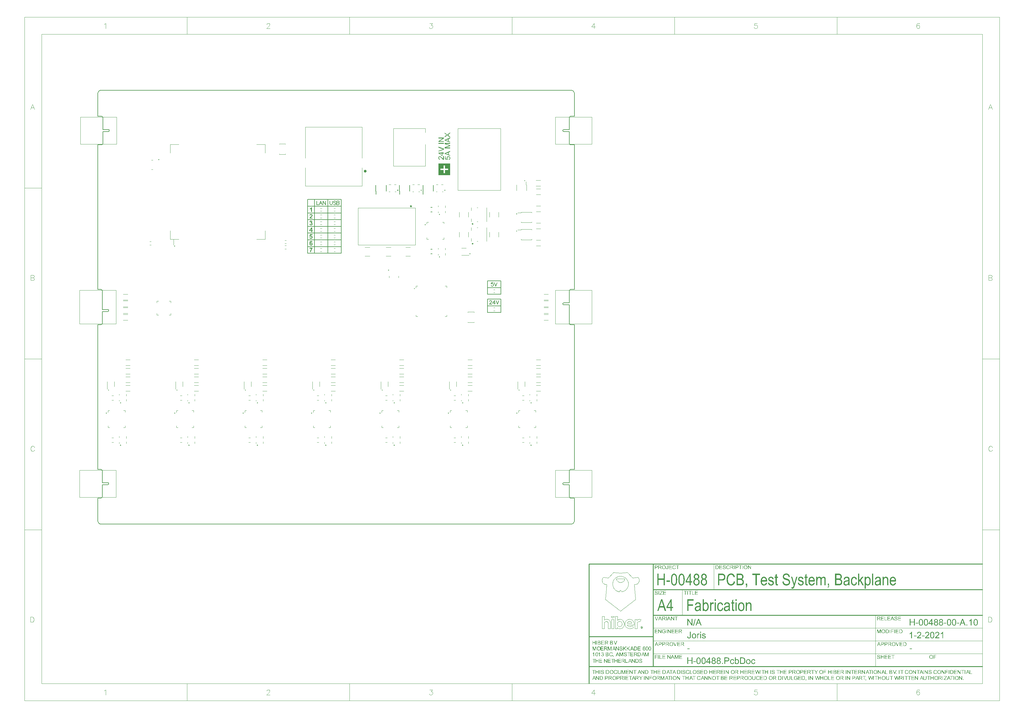
<source format=gto>
G04*
G04 #@! TF.GenerationSoftware,Altium Limited,Altium Designer,21.0.9 (235)*
G04*
G04 Layer_Color=65535*
%FSLAX44Y44*%
%MOMM*%
G71*
G04*
G04 #@! TF.SameCoordinates,A4F98B16-F3DB-4773-8883-61DEE8D61BF0*
G04*
G04*
G04 #@! TF.FilePolarity,Positive*
G04*
G01*
G75*
%ADD10C,0.3000*%
%ADD11C,0.4000*%
%ADD12C,0.2000*%
%ADD13C,0.1500*%
%ADD14C,0.2500*%
%ADD15C,0.1200*%
%ADD16C,0.2539*%
%ADD17C,0.0423*%
%ADD18C,0.1000*%
%ADD19C,0.0991*%
%ADD20C,0.0127*%
G36*
X-296490Y516362D02*
X-302198Y512302D01*
X-302215Y512285D01*
X-302285Y512250D01*
X-302372Y512181D01*
X-302510Y512094D01*
X-302649Y511990D01*
X-302805Y511886D01*
X-303169Y511643D01*
X-303152D01*
X-303135Y511626D01*
X-303031Y511556D01*
X-302892Y511470D01*
X-302719Y511348D01*
X-302354Y511088D01*
X-302181Y510984D01*
X-302042Y510880D01*
X-296490Y506820D01*
Y504270D01*
X-304783Y510463D01*
X-312503Y504999D01*
Y507514D01*
X-308391Y510446D01*
X-308374Y510463D01*
X-308339Y510481D01*
X-308270Y510533D01*
X-308183Y510602D01*
X-308079Y510672D01*
X-307958Y510758D01*
X-307680Y510949D01*
X-307351Y511157D01*
X-307038Y511366D01*
X-306709Y511574D01*
X-306431Y511730D01*
X-306448D01*
X-306466Y511747D01*
X-306518Y511782D01*
X-306587Y511834D01*
X-306743Y511938D01*
X-306969Y512094D01*
X-307246Y512285D01*
X-307559Y512493D01*
X-307888Y512753D01*
X-308235Y513014D01*
X-312503Y516206D01*
Y518513D01*
X-304887Y512944D01*
X-296490Y518947D01*
Y516362D01*
D02*
G37*
G36*
X-315705Y501703D02*
X-328265Y493306D01*
X-315705D01*
Y491276D01*
X-331718D01*
Y493445D01*
X-319140Y501859D01*
X-331718D01*
Y503888D01*
X-315705D01*
Y501703D01*
D02*
G37*
G36*
X-296490Y501807D02*
X-301331Y499950D01*
Y493219D01*
X-296490Y491484D01*
Y489246D01*
X-312503Y495370D01*
Y497660D01*
X-296490Y504218D01*
Y501807D01*
D02*
G37*
G36*
X-315705Y485447D02*
X-331718D01*
Y487564D01*
X-315705D01*
Y485447D01*
D02*
G37*
G36*
X-296490Y485534D02*
X-309901D01*
X-296490Y480850D01*
Y478942D01*
X-310126Y474327D01*
X-296490D01*
Y472280D01*
X-312503D01*
Y475455D01*
X-301157Y479254D01*
X-301140D01*
X-301088Y479271D01*
X-301001Y479306D01*
X-300897Y479341D01*
X-300776Y479375D01*
X-300619Y479427D01*
X-300272Y479549D01*
X-299891Y479670D01*
X-299492Y479792D01*
X-299127Y479913D01*
X-298954Y479965D01*
X-298798Y480017D01*
X-298815D01*
X-298832Y480035D01*
X-298885Y480052D01*
X-298954Y480069D01*
X-299058Y480104D01*
X-299162Y480139D01*
X-299301Y480173D01*
X-299440Y480225D01*
X-299613Y480277D01*
X-299804Y480347D01*
X-300012Y480416D01*
X-300255Y480486D01*
X-300498Y480572D01*
X-300776Y480659D01*
X-301053Y480763D01*
X-301365Y480867D01*
X-312503Y484719D01*
Y487581D01*
X-296490D01*
Y485534D01*
D02*
G37*
G36*
X-315705Y470719D02*
Y468533D01*
X-331718Y462322D01*
Y464629D01*
X-320077Y468793D01*
X-320060D01*
X-320008Y468810D01*
X-319938Y468845D01*
X-319834Y468880D01*
X-319713Y468914D01*
X-319574Y468966D01*
X-319418Y469019D01*
X-319227Y469088D01*
X-318828Y469209D01*
X-318394Y469348D01*
X-317926Y469487D01*
X-317458Y469626D01*
X-317475D01*
X-317510Y469643D01*
X-317596Y469660D01*
X-317683Y469695D01*
X-317805Y469730D01*
X-317943Y469765D01*
X-318099Y469817D01*
X-318273Y469869D01*
X-318672Y469990D01*
X-319123Y470146D01*
X-319591Y470320D01*
X-320077Y470493D01*
X-331718Y474813D01*
Y476964D01*
X-315705Y470719D01*
D02*
G37*
G36*
X-319539Y458991D02*
X-315705D01*
Y457031D01*
X-319539D01*
Y450057D01*
X-321343D01*
X-331718Y457378D01*
Y458991D01*
X-321343D01*
Y461160D01*
X-319539D01*
Y458991D01*
D02*
G37*
G36*
X-296490Y462045D02*
X-301331Y460188D01*
Y453457D01*
X-296490Y451722D01*
Y449484D01*
X-312503Y455608D01*
Y457898D01*
X-296490Y464456D01*
Y462045D01*
D02*
G37*
G36*
X-315705Y438017D02*
X-315740D01*
X-315827D01*
X-315966D01*
X-316139Y438035D01*
X-316347Y438052D01*
X-316573Y438104D01*
X-316816Y438156D01*
X-317059Y438243D01*
X-317076D01*
X-317111Y438260D01*
X-317163Y438278D01*
X-317249Y438312D01*
X-317336Y438364D01*
X-317458Y438416D01*
X-317735Y438555D01*
X-318065Y438729D01*
X-318429Y438954D01*
X-318811Y439214D01*
X-319192Y439527D01*
X-319210Y439544D01*
X-319244Y439561D01*
X-319296Y439613D01*
X-319383Y439700D01*
X-319470Y439787D01*
X-319591Y439908D01*
X-319730Y440030D01*
X-319886Y440186D01*
X-320060Y440359D01*
X-320233Y440550D01*
X-320441Y440758D01*
X-320650Y441001D01*
X-320875Y441244D01*
X-321101Y441522D01*
X-321343Y441799D01*
X-321604Y442112D01*
X-321621Y442146D01*
X-321708Y442233D01*
X-321812Y442354D01*
X-321968Y442528D01*
X-322141Y442736D01*
X-322350Y442979D01*
X-322575Y443256D01*
X-322836Y443534D01*
X-323373Y444124D01*
X-323946Y444696D01*
X-324223Y444974D01*
X-324501Y445234D01*
X-324761Y445460D01*
X-325004Y445650D01*
X-325021Y445668D01*
X-325056Y445685D01*
X-325125Y445737D01*
X-325212Y445789D01*
X-325334Y445876D01*
X-325455Y445945D01*
X-325767Y446119D01*
X-326132Y446292D01*
X-326531Y446449D01*
X-326947Y446553D01*
X-327155Y446570D01*
X-327363Y446587D01*
X-327381D01*
X-327415D01*
X-327485D01*
X-327554Y446570D01*
X-327658D01*
X-327780Y446535D01*
X-328040Y446483D01*
X-328352Y446379D01*
X-328682Y446223D01*
X-328855Y446136D01*
X-329011Y446015D01*
X-329168Y445893D01*
X-329324Y445737D01*
X-329341Y445720D01*
X-329358Y445703D01*
X-329393Y445650D01*
X-329445Y445581D01*
X-329515Y445494D01*
X-329584Y445390D01*
X-329740Y445147D01*
X-329879Y444818D01*
X-330018Y444454D01*
X-330104Y444020D01*
X-330139Y443777D01*
Y443395D01*
X-330122Y443291D01*
Y443170D01*
X-330087Y443031D01*
X-330035Y442719D01*
X-329931Y442354D01*
X-329775Y441973D01*
X-329671Y441782D01*
X-329567Y441591D01*
X-329428Y441418D01*
X-329272Y441244D01*
X-329254Y441227D01*
X-329237Y441209D01*
X-329185Y441175D01*
X-329115Y441105D01*
X-329029Y441053D01*
X-328925Y440984D01*
X-328803Y440897D01*
X-328665Y440828D01*
X-328508Y440741D01*
X-328335Y440672D01*
X-327919Y440533D01*
X-327467Y440429D01*
X-327207Y440411D01*
X-326930Y440394D01*
X-327138Y438382D01*
X-327173D01*
X-327242Y438399D01*
X-327346Y438416D01*
X-327502Y438434D01*
X-327693Y438468D01*
X-327919Y438520D01*
X-328161Y438573D01*
X-328422Y438659D01*
X-328682Y438746D01*
X-328977Y438850D01*
X-329254Y438989D01*
X-329532Y439128D01*
X-329827Y439301D01*
X-330087Y439492D01*
X-330347Y439700D01*
X-330573Y439943D01*
X-330590Y439960D01*
X-330625Y440012D01*
X-330677Y440082D01*
X-330764Y440186D01*
X-330850Y440325D01*
X-330954Y440498D01*
X-331059Y440689D01*
X-331180Y440914D01*
X-331284Y441157D01*
X-331388Y441435D01*
X-331492Y441730D01*
X-331579Y442059D01*
X-331666Y442406D01*
X-331718Y442771D01*
X-331752Y443170D01*
X-331770Y443586D01*
Y443812D01*
X-331752Y443968D01*
X-331735Y444159D01*
X-331700Y444384D01*
X-331666Y444644D01*
X-331614Y444905D01*
X-331544Y445200D01*
X-331457Y445494D01*
X-331353Y445807D01*
X-331232Y446102D01*
X-331076Y446414D01*
X-330902Y446709D01*
X-330712Y446986D01*
X-330486Y447247D01*
X-330469Y447264D01*
X-330434Y447299D01*
X-330347Y447368D01*
X-330261Y447455D01*
X-330139Y447559D01*
X-329983Y447680D01*
X-329809Y447802D01*
X-329601Y447923D01*
X-329393Y448045D01*
X-329150Y448166D01*
X-328890Y448287D01*
X-328612Y448391D01*
X-328300Y448478D01*
X-327988Y448548D01*
X-327658Y448582D01*
X-327311Y448600D01*
X-327294D01*
X-327277D01*
X-327225D01*
X-327155D01*
X-326964Y448582D01*
X-326721Y448548D01*
X-326427Y448496D01*
X-326114Y448426D01*
X-325767Y448340D01*
X-325420Y448201D01*
X-325403D01*
X-325386Y448183D01*
X-325334Y448166D01*
X-325264Y448131D01*
X-325073Y448027D01*
X-324831Y447888D01*
X-324536Y447698D01*
X-324206Y447472D01*
X-323859Y447212D01*
X-323477Y446882D01*
X-323460Y446865D01*
X-323425Y446847D01*
X-323373Y446778D01*
X-323287Y446709D01*
X-323182Y446605D01*
X-323061Y446483D01*
X-322905Y446344D01*
X-322749Y446171D01*
X-322558Y445963D01*
X-322350Y445737D01*
X-322107Y445494D01*
X-321864Y445217D01*
X-321586Y444922D01*
X-321309Y444592D01*
X-320997Y444228D01*
X-320667Y443846D01*
X-320650Y443829D01*
X-320598Y443777D01*
X-320528Y443673D01*
X-320424Y443569D01*
X-320303Y443413D01*
X-320164Y443256D01*
X-319852Y442892D01*
X-319522Y442510D01*
X-319175Y442146D01*
X-319019Y441973D01*
X-318880Y441817D01*
X-318741Y441678D01*
X-318637Y441574D01*
X-318620Y441556D01*
X-318550Y441487D01*
X-318446Y441400D01*
X-318308Y441279D01*
X-318151Y441140D01*
X-317978Y441001D01*
X-317596Y440724D01*
Y448617D01*
X-315705D01*
Y438017D01*
D02*
G37*
G36*
X-301556Y448582D02*
X-301365Y448565D01*
X-301157Y448530D01*
X-300914Y448496D01*
X-300637Y448444D01*
X-300359Y448374D01*
X-300047Y448287D01*
X-299735Y448183D01*
X-299422Y448062D01*
X-299110Y447923D01*
X-298780Y447750D01*
X-298468Y447559D01*
X-298173Y447333D01*
X-298156Y447316D01*
X-298086Y447264D01*
X-298000Y447177D01*
X-297878Y447056D01*
X-297722Y446900D01*
X-297566Y446709D01*
X-297375Y446483D01*
X-297202Y446223D01*
X-297028Y445945D01*
X-296838Y445633D01*
X-296681Y445286D01*
X-296542Y444905D01*
X-296404Y444506D01*
X-296317Y444072D01*
X-296248Y443621D01*
X-296230Y443135D01*
Y442927D01*
X-296248Y442771D01*
X-296265Y442580D01*
X-296300Y442372D01*
X-296334Y442129D01*
X-296386Y441869D01*
X-296438Y441591D01*
X-296525Y441296D01*
X-296629Y441001D01*
X-296751Y440706D01*
X-296889Y440411D01*
X-297046Y440116D01*
X-297236Y439839D01*
X-297445Y439561D01*
X-297462Y439544D01*
X-297497Y439509D01*
X-297566Y439440D01*
X-297670Y439353D01*
X-297792Y439232D01*
X-297930Y439110D01*
X-298104Y438989D01*
X-298312Y438850D01*
X-298520Y438711D01*
X-298763Y438573D01*
X-299041Y438451D01*
X-299318Y438330D01*
X-299631Y438208D01*
X-299960Y438121D01*
X-300324Y438052D01*
X-300689Y438000D01*
X-300845Y440064D01*
X-300828D01*
X-300776Y440082D01*
X-300706Y440099D01*
X-300602Y440116D01*
X-300481Y440134D01*
X-300324Y440186D01*
X-299995Y440273D01*
X-299631Y440411D01*
X-299249Y440602D01*
X-298902Y440828D01*
X-298746Y440966D01*
X-298590Y441105D01*
Y441123D01*
X-298555Y441140D01*
X-298520Y441192D01*
X-298468Y441261D01*
X-298347Y441435D01*
X-298225Y441678D01*
X-298086Y441973D01*
X-297965Y442320D01*
X-297878Y442701D01*
X-297861Y442910D01*
X-297844Y443135D01*
Y443274D01*
X-297861Y443378D01*
X-297878Y443499D01*
X-297896Y443638D01*
X-297982Y443968D01*
X-298104Y444349D01*
X-298191Y444540D01*
X-298295Y444748D01*
X-298416Y444957D01*
X-298555Y445147D01*
X-298711Y445338D01*
X-298902Y445529D01*
X-298919Y445546D01*
X-298954Y445564D01*
X-299006Y445616D01*
X-299093Y445685D01*
X-299214Y445755D01*
X-299336Y445841D01*
X-299492Y445928D01*
X-299665Y446032D01*
X-299856Y446119D01*
X-300064Y446206D01*
X-300307Y446292D01*
X-300550Y446362D01*
X-300828Y446431D01*
X-301122Y446483D01*
X-301417Y446501D01*
X-301747Y446518D01*
X-301764D01*
X-301816D01*
X-301903D01*
X-302025Y446501D01*
X-302163Y446483D01*
X-302337Y446466D01*
X-302510Y446431D01*
X-302719Y446396D01*
X-303135Y446292D01*
X-303586Y446119D01*
X-303794Y446015D01*
X-304002Y445876D01*
X-304210Y445737D01*
X-304401Y445564D01*
X-304419Y445546D01*
X-304436Y445529D01*
X-304488Y445460D01*
X-304557Y445390D01*
X-304627Y445304D01*
X-304713Y445182D01*
X-304800Y445061D01*
X-304904Y444905D01*
X-304991Y444731D01*
X-305078Y444558D01*
X-305234Y444124D01*
X-305303Y443898D01*
X-305355Y443638D01*
X-305373Y443378D01*
X-305390Y443100D01*
Y442944D01*
X-305373Y442753D01*
X-305338Y442528D01*
X-305286Y442250D01*
X-305199Y441955D01*
X-305095Y441660D01*
X-304939Y441366D01*
X-304922Y441331D01*
X-304870Y441244D01*
X-304766Y441105D01*
X-304644Y440932D01*
X-304471Y440758D01*
X-304280Y440550D01*
X-304054Y440359D01*
X-303811Y440186D01*
X-304072Y438347D01*
X-312295Y439891D01*
Y447854D01*
X-310421D01*
Y441452D01*
X-306119Y440602D01*
X-306136Y440620D01*
X-306171Y440672D01*
X-306206Y440741D01*
X-306275Y440845D01*
X-306344Y440984D01*
X-306431Y441140D01*
X-306535Y441314D01*
X-306622Y441522D01*
X-306709Y441730D01*
X-306813Y441973D01*
X-306969Y442476D01*
X-307038Y442753D01*
X-307090Y443031D01*
X-307108Y443326D01*
X-307125Y443621D01*
Y443708D01*
X-307108Y443829D01*
Y443968D01*
X-307073Y444141D01*
X-307055Y444349D01*
X-307003Y444592D01*
X-306952Y444835D01*
X-306865Y445113D01*
X-306778Y445390D01*
X-306656Y445685D01*
X-306518Y445980D01*
X-306344Y446275D01*
X-306153Y446570D01*
X-305928Y446865D01*
X-305668Y447142D01*
X-305650Y447160D01*
X-305598Y447212D01*
X-305512Y447281D01*
X-305408Y447368D01*
X-305269Y447489D01*
X-305078Y447611D01*
X-304887Y447732D01*
X-304662Y447871D01*
X-304401Y448010D01*
X-304106Y448131D01*
X-303811Y448270D01*
X-303465Y448374D01*
X-303118Y448461D01*
X-302736Y448530D01*
X-302337Y448582D01*
X-301921Y448600D01*
X-301903D01*
X-301816D01*
X-301712D01*
X-301556Y448582D01*
D02*
G37*
G36*
X-296829Y392572D02*
X-331482D01*
Y426741D01*
X-296829D01*
Y392572D01*
D02*
G37*
G36*
X-707048Y283250D02*
X-709628D01*
Y292945D01*
X-709643Y292931D01*
X-709687Y292887D01*
X-709774Y292814D01*
X-709876Y292726D01*
X-710007Y292624D01*
X-710182Y292493D01*
X-710357Y292347D01*
X-710576Y292201D01*
X-710809Y292041D01*
X-711057Y291881D01*
X-711334Y291720D01*
X-711626Y291560D01*
X-711932Y291400D01*
X-712267Y291254D01*
X-712602Y291123D01*
X-712952Y290991D01*
Y293339D01*
X-712938D01*
X-712909Y293353D01*
X-712850Y293368D01*
X-712777Y293397D01*
X-712675Y293441D01*
X-712573Y293484D01*
X-712442Y293543D01*
X-712296Y293616D01*
X-711975Y293776D01*
X-711611Y293995D01*
X-711203Y294257D01*
X-710765Y294578D01*
X-710751Y294593D01*
X-710707Y294622D01*
X-710649Y294666D01*
X-710576Y294738D01*
X-710474Y294826D01*
X-710372Y294942D01*
X-710255Y295059D01*
X-710124Y295205D01*
X-709847Y295526D01*
X-709585Y295890D01*
X-709337Y296298D01*
X-709235Y296517D01*
X-709147Y296750D01*
X-707048D01*
Y283250D01*
D02*
G37*
G36*
X-709417Y276736D02*
X-709256Y276721D01*
X-709067Y276692D01*
X-708848Y276663D01*
X-708615Y276619D01*
X-708367Y276561D01*
X-708119Y276488D01*
X-707857Y276400D01*
X-707594Y276298D01*
X-707346Y276167D01*
X-707099Y276021D01*
X-706851Y275861D01*
X-706632Y275672D01*
X-706618Y275657D01*
X-706588Y275628D01*
X-706530Y275555D01*
X-706457Y275482D01*
X-706370Y275380D01*
X-706268Y275249D01*
X-706166Y275103D01*
X-706049Y274928D01*
X-705947Y274753D01*
X-705845Y274549D01*
X-705743Y274330D01*
X-705655Y274097D01*
X-705582Y273834D01*
X-705524Y273572D01*
X-705495Y273295D01*
X-705480Y273003D01*
Y272989D01*
Y272960D01*
Y272916D01*
Y272843D01*
X-705495Y272770D01*
Y272668D01*
X-705524Y272449D01*
X-705568Y272172D01*
X-705626Y271881D01*
X-705699Y271575D01*
X-705816Y271268D01*
Y271254D01*
X-705830Y271239D01*
X-705845Y271181D01*
X-705874Y271123D01*
X-705918Y271050D01*
X-705962Y270962D01*
X-706064Y270744D01*
X-706209Y270496D01*
X-706384Y270204D01*
X-706603Y269883D01*
X-706851Y269548D01*
X-706880Y269519D01*
X-706938Y269431D01*
X-707069Y269300D01*
X-707230Y269111D01*
X-707346Y268994D01*
X-707463Y268863D01*
X-707609Y268732D01*
X-707755Y268571D01*
X-707930Y268411D01*
X-708119Y268221D01*
X-708323Y268032D01*
X-708542Y267828D01*
X-708557Y267813D01*
X-708600Y267784D01*
X-708659Y267726D01*
X-708732Y267653D01*
X-708834Y267565D01*
X-708950Y267463D01*
X-709198Y267230D01*
X-709461Y266982D01*
X-709708Y266734D01*
X-709825Y266618D01*
X-709927Y266516D01*
X-710015Y266413D01*
X-710088Y266341D01*
X-710102Y266326D01*
X-710146Y266282D01*
X-710204Y266209D01*
X-710277Y266122D01*
X-710350Y266005D01*
X-710437Y265889D01*
X-710612Y265641D01*
X-705480D01*
Y263250D01*
X-714520D01*
Y263264D01*
X-714505Y263308D01*
Y263381D01*
X-714491Y263483D01*
X-714461Y263599D01*
X-714432Y263745D01*
X-714403Y263906D01*
X-714359Y264081D01*
X-714243Y264474D01*
X-714082Y264912D01*
X-713893Y265364D01*
X-713645Y265816D01*
X-713630Y265830D01*
X-713616Y265874D01*
X-713557Y265947D01*
X-713499Y266034D01*
X-713412Y266151D01*
X-713295Y266311D01*
X-713164Y266472D01*
X-713003Y266676D01*
X-712828Y266894D01*
X-712610Y267128D01*
X-712376Y267405D01*
X-712114Y267682D01*
X-711823Y267988D01*
X-711487Y268323D01*
X-711137Y268673D01*
X-710744Y269038D01*
X-710729Y269052D01*
X-710671Y269111D01*
X-710583Y269198D01*
X-710467Y269300D01*
X-710321Y269431D01*
X-710175Y269577D01*
X-710000Y269752D01*
X-709825Y269927D01*
X-709446Y270292D01*
X-709096Y270656D01*
X-708950Y270816D01*
X-708804Y270977D01*
X-708688Y271123D01*
X-708600Y271239D01*
Y271254D01*
X-708571Y271268D01*
X-708557Y271312D01*
X-708513Y271371D01*
X-708425Y271531D01*
X-708323Y271735D01*
X-708236Y271968D01*
X-708148Y272231D01*
X-708090Y272522D01*
X-708061Y272814D01*
Y272828D01*
Y272858D01*
Y272901D01*
Y272960D01*
X-708090Y273105D01*
X-708119Y273310D01*
X-708178Y273514D01*
X-708251Y273732D01*
X-708367Y273951D01*
X-708528Y274141D01*
X-708542Y274155D01*
X-708615Y274214D01*
X-708717Y274286D01*
X-708863Y274374D01*
X-709052Y274461D01*
X-709271Y274534D01*
X-709519Y274593D01*
X-709810Y274607D01*
X-709942D01*
X-710088Y274578D01*
X-710277Y274549D01*
X-710481Y274491D01*
X-710700Y274403D01*
X-710919Y274272D01*
X-711108Y274111D01*
X-711123Y274082D01*
X-711181Y274024D01*
X-711254Y273907D01*
X-711356Y273732D01*
X-711443Y273514D01*
X-711531Y273237D01*
X-711604Y272901D01*
X-711633Y272712D01*
X-711647Y272508D01*
X-714213Y272756D01*
Y272785D01*
X-714199Y272843D01*
X-714184Y272960D01*
X-714155Y273105D01*
X-714126Y273280D01*
X-714082Y273484D01*
X-714024Y273703D01*
X-713951Y273937D01*
X-713864Y274184D01*
X-713762Y274432D01*
X-713645Y274695D01*
X-713514Y274942D01*
X-713368Y275190D01*
X-713193Y275424D01*
X-713003Y275628D01*
X-712785Y275817D01*
X-712770Y275832D01*
X-712726Y275861D01*
X-712654Y275905D01*
X-712566Y275963D01*
X-712449Y276036D01*
X-712304Y276109D01*
X-712143Y276196D01*
X-711954Y276284D01*
X-711735Y276371D01*
X-711516Y276459D01*
X-711268Y276532D01*
X-710991Y276605D01*
X-710714Y276663D01*
X-710408Y276707D01*
X-710088Y276736D01*
X-709752Y276750D01*
X-709563D01*
X-709417Y276736D01*
D02*
G37*
G36*
X-709942Y256860D02*
X-709810D01*
X-709650Y256831D01*
X-709461Y256816D01*
X-709256Y256772D01*
X-709038Y256728D01*
X-708790Y256656D01*
X-708542Y256583D01*
X-708294Y256481D01*
X-708046Y256364D01*
X-707784Y256218D01*
X-707536Y256058D01*
X-707303Y255868D01*
X-707084Y255650D01*
X-707069Y255635D01*
X-707040Y255606D01*
X-706997Y255548D01*
X-706938Y255475D01*
X-706865Y255387D01*
X-706778Y255271D01*
X-706690Y255139D01*
X-706603Y254993D01*
X-706428Y254673D01*
X-706268Y254294D01*
X-706209Y254090D01*
X-706166Y253871D01*
X-706136Y253652D01*
X-706122Y253419D01*
Y253404D01*
Y253346D01*
X-706136Y253244D01*
X-706151Y253127D01*
X-706180Y252981D01*
X-706224Y252807D01*
X-706282Y252603D01*
X-706370Y252398D01*
X-706472Y252180D01*
X-706588Y251946D01*
X-706749Y251713D01*
X-706938Y251480D01*
X-707157Y251247D01*
X-707419Y251013D01*
X-707726Y250795D01*
X-708061Y250590D01*
X-708046D01*
X-708003Y250576D01*
X-707944Y250561D01*
X-707871Y250532D01*
X-707769Y250503D01*
X-707653Y250459D01*
X-707405Y250357D01*
X-707099Y250211D01*
X-706793Y250007D01*
X-706501Y249774D01*
X-706355Y249628D01*
X-706224Y249468D01*
X-706209Y249453D01*
X-706195Y249424D01*
X-706166Y249380D01*
X-706107Y249322D01*
X-706064Y249235D01*
X-706005Y249132D01*
X-705932Y249016D01*
X-705874Y248885D01*
X-705743Y248578D01*
X-705626Y248229D01*
X-705553Y247820D01*
X-705539Y247602D01*
X-705524Y247383D01*
Y247368D01*
Y247310D01*
X-705539Y247208D01*
Y247091D01*
X-705568Y246931D01*
X-705597Y246756D01*
X-705626Y246567D01*
X-705684Y246348D01*
X-705757Y246115D01*
X-705845Y245867D01*
X-705947Y245619D01*
X-706078Y245371D01*
X-706224Y245109D01*
X-706399Y244861D01*
X-706588Y244613D01*
X-706822Y244365D01*
X-706836Y244350D01*
X-706880Y244307D01*
X-706953Y244248D01*
X-707055Y244175D01*
X-707186Y244073D01*
X-707332Y243971D01*
X-707507Y243855D01*
X-707711Y243753D01*
X-707930Y243636D01*
X-708178Y243519D01*
X-708455Y243417D01*
X-708732Y243315D01*
X-709038Y243242D01*
X-709359Y243184D01*
X-709708Y243140D01*
X-710058Y243126D01*
X-710146D01*
X-710233Y243140D01*
X-710365D01*
X-710510Y243155D01*
X-710700Y243184D01*
X-710904Y243213D01*
X-711123Y243257D01*
X-711356Y243315D01*
X-711604Y243388D01*
X-711852Y243461D01*
X-712100Y243563D01*
X-712362Y243694D01*
X-712610Y243825D01*
X-712858Y243986D01*
X-713091Y244175D01*
X-713105Y244190D01*
X-713149Y244219D01*
X-713207Y244277D01*
X-713280Y244365D01*
X-713368Y244467D01*
X-713484Y244598D01*
X-713587Y244744D01*
X-713718Y244919D01*
X-713834Y245109D01*
X-713951Y245313D01*
X-714068Y245531D01*
X-714184Y245779D01*
X-714272Y246042D01*
X-714359Y246319D01*
X-714432Y246625D01*
X-714476Y246931D01*
X-711983Y247237D01*
Y247223D01*
Y247193D01*
X-711968Y247150D01*
X-711954Y247077D01*
X-711925Y246902D01*
X-711852Y246698D01*
X-711779Y246450D01*
X-711662Y246217D01*
X-711516Y245969D01*
X-711341Y245765D01*
X-711312Y245750D01*
X-711254Y245692D01*
X-711137Y245604D01*
X-710991Y245517D01*
X-710802Y245429D01*
X-710583Y245342D01*
X-710335Y245284D01*
X-710073Y245269D01*
X-710000D01*
X-709942Y245284D01*
X-709796Y245298D01*
X-709606Y245342D01*
X-709388Y245415D01*
X-709169Y245517D01*
X-708936Y245663D01*
X-708717Y245867D01*
X-708688Y245896D01*
X-708630Y245983D01*
X-708542Y246115D01*
X-708440Y246304D01*
X-708338Y246537D01*
X-708251Y246814D01*
X-708192Y247135D01*
X-708163Y247500D01*
Y247514D01*
Y247543D01*
Y247587D01*
X-708178Y247660D01*
Y247747D01*
X-708192Y247835D01*
X-708221Y248054D01*
X-708294Y248302D01*
X-708382Y248564D01*
X-708513Y248812D01*
X-708688Y249045D01*
X-708717Y249074D01*
X-708775Y249132D01*
X-708892Y249235D01*
X-709038Y249337D01*
X-709227Y249439D01*
X-709446Y249541D01*
X-709694Y249599D01*
X-709971Y249628D01*
X-710058D01*
X-710160Y249614D01*
X-710306Y249599D01*
X-710481Y249585D01*
X-710671Y249541D01*
X-710904Y249497D01*
X-711152Y249424D01*
X-710875Y251524D01*
X-710700D01*
X-710612Y251538D01*
X-710510D01*
X-710277Y251567D01*
X-710015Y251611D01*
X-709752Y251698D01*
X-709504Y251815D01*
X-709271Y251961D01*
X-709242Y251990D01*
X-709184Y252048D01*
X-709096Y252150D01*
X-708979Y252296D01*
X-708877Y252486D01*
X-708790Y252705D01*
X-708732Y252952D01*
X-708702Y253244D01*
Y253258D01*
Y253273D01*
Y253361D01*
X-708717Y253477D01*
X-708746Y253638D01*
X-708804Y253798D01*
X-708877Y253988D01*
X-708979Y254163D01*
X-709111Y254323D01*
X-709125Y254337D01*
X-709184Y254381D01*
X-709271Y254454D01*
X-709402Y254527D01*
X-709563Y254600D01*
X-709738Y254673D01*
X-709956Y254716D01*
X-710204Y254731D01*
X-710321D01*
X-710437Y254702D01*
X-710598Y254673D01*
X-710773Y254615D01*
X-710962Y254542D01*
X-711152Y254425D01*
X-711341Y254265D01*
X-711356Y254250D01*
X-711414Y254177D01*
X-711487Y254075D01*
X-711589Y253929D01*
X-711691Y253740D01*
X-711779Y253521D01*
X-711852Y253244D01*
X-711910Y252938D01*
X-714286Y253331D01*
Y253346D01*
X-714272Y253390D01*
X-714257Y253448D01*
X-714243Y253536D01*
X-714213Y253638D01*
X-714184Y253754D01*
X-714097Y254031D01*
X-713995Y254352D01*
X-713864Y254673D01*
X-713718Y254993D01*
X-713543Y255285D01*
Y255300D01*
X-713514Y255314D01*
X-713455Y255402D01*
X-713339Y255548D01*
X-713178Y255708D01*
X-712989Y255898D01*
X-712756Y256087D01*
X-712478Y256276D01*
X-712158Y256451D01*
X-712143D01*
X-712114Y256466D01*
X-712070Y256495D01*
X-711997Y256524D01*
X-711910Y256553D01*
X-711808Y256583D01*
X-711691Y256626D01*
X-711560Y256670D01*
X-711268Y256743D01*
X-710919Y256816D01*
X-710539Y256860D01*
X-710131Y256874D01*
X-710044D01*
X-709942Y256860D01*
D02*
G37*
G36*
X-706843Y228221D02*
X-705167D01*
Y225961D01*
X-706843D01*
Y223250D01*
X-709337D01*
Y225961D01*
X-714833D01*
Y228207D01*
X-709016Y236750D01*
X-706843D01*
Y228221D01*
D02*
G37*
G36*
X-706071Y214345D02*
X-710955D01*
X-711363Y212056D01*
X-711349D01*
X-711320Y212070D01*
X-711276Y212099D01*
X-711217Y212129D01*
X-711130Y212158D01*
X-711042Y212201D01*
X-710824Y212274D01*
X-710547Y212362D01*
X-710255Y212420D01*
X-709934Y212479D01*
X-709599Y212493D01*
X-709526D01*
X-709439Y212479D01*
X-709307D01*
X-709162Y212449D01*
X-708987Y212420D01*
X-708797Y212391D01*
X-708593Y212333D01*
X-708360Y212274D01*
X-708127Y212187D01*
X-707893Y212085D01*
X-707645Y211968D01*
X-707398Y211822D01*
X-707150Y211647D01*
X-706916Y211458D01*
X-706683Y211239D01*
X-706669Y211225D01*
X-706625Y211181D01*
X-706566Y211108D01*
X-706494Y211006D01*
X-706406Y210889D01*
X-706304Y210744D01*
X-706187Y210569D01*
X-706071Y210364D01*
X-705969Y210146D01*
X-705852Y209898D01*
X-705750Y209621D01*
X-705663Y209344D01*
X-705590Y209023D01*
X-705531Y208702D01*
X-705488Y208353D01*
X-705473Y207988D01*
Y207973D01*
Y207915D01*
Y207828D01*
X-705488Y207711D01*
X-705502Y207565D01*
X-705531Y207390D01*
X-705561Y207201D01*
X-705590Y206997D01*
X-705648Y206763D01*
X-705706Y206530D01*
X-705794Y206282D01*
X-705881Y206034D01*
X-705998Y205772D01*
X-706129Y205524D01*
X-706275Y205262D01*
X-706450Y205014D01*
X-706464Y204999D01*
X-706508Y204941D01*
X-706581Y204853D01*
X-706698Y204737D01*
X-706829Y204606D01*
X-706989Y204445D01*
X-707179Y204285D01*
X-707398Y204124D01*
X-707645Y203964D01*
X-707922Y203804D01*
X-708214Y203643D01*
X-708535Y203512D01*
X-708885Y203396D01*
X-709264Y203308D01*
X-709672Y203250D01*
X-710095Y203235D01*
X-710270D01*
X-710401Y203250D01*
X-710561Y203264D01*
X-710751Y203293D01*
X-710955Y203323D01*
X-711174Y203366D01*
X-711655Y203483D01*
X-711917Y203556D01*
X-712165Y203658D01*
X-712428Y203775D01*
X-712675Y203906D01*
X-712909Y204051D01*
X-713142Y204226D01*
X-713157Y204241D01*
X-713186Y204270D01*
X-713244Y204328D01*
X-713331Y204416D01*
X-713419Y204518D01*
X-713521Y204635D01*
X-713638Y204781D01*
X-713754Y204941D01*
X-713871Y205130D01*
X-713988Y205334D01*
X-714104Y205553D01*
X-714221Y205786D01*
X-714323Y206049D01*
X-714410Y206326D01*
X-714469Y206618D01*
X-714527Y206924D01*
X-711961Y207201D01*
Y207186D01*
Y207157D01*
X-711946Y207113D01*
X-711932Y207055D01*
X-711903Y206895D01*
X-711844Y206705D01*
X-711757Y206472D01*
X-711640Y206253D01*
X-711494Y206020D01*
X-711320Y205816D01*
X-711290Y205801D01*
X-711217Y205743D01*
X-711115Y205655D01*
X-710955Y205568D01*
X-710780Y205466D01*
X-710561Y205393D01*
X-710328Y205334D01*
X-710066Y205305D01*
X-709993D01*
X-709934Y205320D01*
X-709774Y205334D01*
X-709585Y205393D01*
X-709366Y205466D01*
X-709147Y205582D01*
X-708914Y205743D01*
X-708797Y205845D01*
X-708695Y205961D01*
Y205976D01*
X-708666Y205991D01*
X-708637Y206034D01*
X-708608Y206078D01*
X-708564Y206151D01*
X-708520Y206238D01*
X-708462Y206341D01*
X-708403Y206457D01*
X-708360Y206588D01*
X-708301Y206734D01*
X-708258Y206895D01*
X-708214Y207069D01*
X-708185Y207274D01*
X-708156Y207478D01*
X-708127Y207711D01*
Y207944D01*
Y207959D01*
Y208003D01*
Y208061D01*
X-708141Y208148D01*
Y208251D01*
X-708156Y208367D01*
X-708199Y208644D01*
X-708258Y208950D01*
X-708360Y209256D01*
X-708506Y209548D01*
X-708695Y209811D01*
Y209825D01*
X-708724Y209840D01*
X-708797Y209912D01*
X-708914Y210015D01*
X-709089Y210131D01*
X-709293Y210233D01*
X-709541Y210335D01*
X-709818Y210408D01*
X-709978Y210437D01*
X-710241D01*
X-710328Y210423D01*
X-710430Y210408D01*
X-710532Y210379D01*
X-710809Y210321D01*
X-711115Y210204D01*
X-711290Y210117D01*
X-711451Y210029D01*
X-711626Y209912D01*
X-711801Y209781D01*
X-711975Y209636D01*
X-712136Y209461D01*
X-714221Y209752D01*
X-712894Y216765D01*
X-706071D01*
Y214345D01*
D02*
G37*
G36*
X-709315Y196860D02*
X-709198Y196845D01*
X-709038Y196831D01*
X-708863Y196801D01*
X-708688Y196772D01*
X-708280Y196656D01*
X-708075Y196597D01*
X-707857Y196510D01*
X-707653Y196408D01*
X-707434Y196291D01*
X-707230Y196160D01*
X-707040Y196000D01*
X-707026Y195985D01*
X-706997Y195956D01*
X-706938Y195912D01*
X-706880Y195839D01*
X-706793Y195752D01*
X-706705Y195635D01*
X-706603Y195518D01*
X-706501Y195358D01*
X-706399Y195198D01*
X-706282Y195008D01*
X-706180Y194804D01*
X-706078Y194585D01*
X-705976Y194337D01*
X-705889Y194075D01*
X-705816Y193798D01*
X-705757Y193492D01*
X-708251Y193229D01*
Y193244D01*
Y193258D01*
X-708265Y193361D01*
X-708309Y193492D01*
X-708353Y193652D01*
X-708411Y193842D01*
X-708498Y194017D01*
X-708615Y194206D01*
X-708746Y194352D01*
X-708761Y194367D01*
X-708819Y194410D01*
X-708892Y194469D01*
X-709009Y194541D01*
X-709154Y194614D01*
X-709329Y194673D01*
X-709519Y194716D01*
X-709738Y194731D01*
X-709810D01*
X-709869Y194716D01*
X-710029Y194687D01*
X-710219Y194644D01*
X-710437Y194556D01*
X-710671Y194425D01*
X-710787Y194337D01*
X-710904Y194235D01*
X-711006Y194119D01*
X-711123Y193988D01*
Y193973D01*
X-711152Y193958D01*
X-711181Y193900D01*
X-711210Y193842D01*
X-711254Y193754D01*
X-711312Y193638D01*
X-711356Y193492D01*
X-711414Y193331D01*
X-711472Y193142D01*
X-711545Y192923D01*
X-711604Y192675D01*
X-711662Y192384D01*
X-711706Y192078D01*
X-711764Y191728D01*
X-711808Y191349D01*
X-711837Y190926D01*
X-711823Y190940D01*
X-711793Y190970D01*
X-711735Y191028D01*
X-711662Y191101D01*
X-711560Y191188D01*
X-711458Y191290D01*
X-711327Y191392D01*
X-711166Y191509D01*
X-711006Y191611D01*
X-710816Y191713D01*
X-710627Y191815D01*
X-710408Y191903D01*
X-710190Y191975D01*
X-709942Y192034D01*
X-709694Y192063D01*
X-709431Y192078D01*
X-709359D01*
X-709271Y192063D01*
X-709154D01*
X-709023Y192034D01*
X-708863Y192019D01*
X-708673Y191975D01*
X-708484Y191917D01*
X-708265Y191859D01*
X-708046Y191771D01*
X-707813Y191669D01*
X-707580Y191553D01*
X-707346Y191407D01*
X-707113Y191247D01*
X-706880Y191057D01*
X-706661Y190838D01*
X-706647Y190824D01*
X-706618Y190780D01*
X-706559Y190707D01*
X-706486Y190620D01*
X-706399Y190488D01*
X-706297Y190343D01*
X-706195Y190182D01*
X-706078Y189978D01*
X-705976Y189774D01*
X-705874Y189526D01*
X-705772Y189264D01*
X-705684Y188987D01*
X-705611Y188680D01*
X-705553Y188374D01*
X-705524Y188025D01*
X-705509Y187675D01*
Y187645D01*
Y187587D01*
X-705524Y187470D01*
Y187339D01*
X-705553Y187164D01*
X-705568Y186960D01*
X-705611Y186727D01*
X-705655Y186479D01*
X-705728Y186231D01*
X-705801Y185954D01*
X-705903Y185677D01*
X-706020Y185400D01*
X-706166Y185138D01*
X-706326Y184861D01*
X-706516Y184613D01*
X-706734Y184365D01*
X-706749Y184350D01*
X-706793Y184307D01*
X-706851Y184248D01*
X-706953Y184175D01*
X-707069Y184073D01*
X-707215Y183971D01*
X-707390Y183855D01*
X-707580Y183753D01*
X-707784Y183636D01*
X-708017Y183519D01*
X-708280Y183417D01*
X-708557Y183315D01*
X-708848Y183242D01*
X-709154Y183184D01*
X-709490Y183140D01*
X-709840Y183126D01*
X-709927D01*
X-710029Y183140D01*
X-710175Y183155D01*
X-710350Y183169D01*
X-710554Y183213D01*
X-710773Y183257D01*
X-711021Y183330D01*
X-711283Y183403D01*
X-711560Y183505D01*
X-711837Y183636D01*
X-712114Y183796D01*
X-712391Y183971D01*
X-712668Y184175D01*
X-712945Y184423D01*
X-713193Y184700D01*
X-713207Y184715D01*
X-713251Y184773D01*
X-713310Y184875D01*
X-713397Y185007D01*
X-713499Y185181D01*
X-713601Y185400D01*
X-713718Y185648D01*
X-713834Y185940D01*
X-713966Y186290D01*
X-714082Y186669D01*
X-714184Y187091D01*
X-714286Y187558D01*
X-714374Y188068D01*
X-714432Y188637D01*
X-714476Y189235D01*
X-714491Y189891D01*
Y189905D01*
Y189934D01*
Y189978D01*
Y190051D01*
Y190138D01*
X-714476Y190241D01*
Y190357D01*
Y190488D01*
X-714447Y190795D01*
X-714418Y191145D01*
X-714374Y191538D01*
X-714316Y191946D01*
X-714243Y192384D01*
X-714155Y192821D01*
X-714053Y193273D01*
X-713922Y193710D01*
X-713762Y194133D01*
X-713587Y194527D01*
X-713368Y194891D01*
X-713135Y195227D01*
X-713120Y195241D01*
X-713076Y195300D01*
X-712989Y195373D01*
X-712887Y195489D01*
X-712756Y195606D01*
X-712581Y195752D01*
X-712391Y195897D01*
X-712172Y196058D01*
X-711939Y196204D01*
X-711662Y196349D01*
X-711370Y196495D01*
X-711050Y196612D01*
X-710714Y196728D01*
X-710365Y196801D01*
X-709971Y196860D01*
X-709577Y196874D01*
X-709431D01*
X-709315Y196860D01*
D02*
G37*
G36*
X-705590Y174775D02*
X-705604Y174760D01*
X-705633Y174731D01*
X-705692Y174658D01*
X-705779Y174571D01*
X-705881Y174469D01*
X-705998Y174323D01*
X-706129Y174163D01*
X-706275Y173988D01*
X-706435Y173783D01*
X-706610Y173550D01*
X-706800Y173288D01*
X-706989Y173011D01*
X-707193Y172719D01*
X-707398Y172398D01*
X-707602Y172048D01*
X-707820Y171684D01*
X-707835Y171655D01*
X-707864Y171597D01*
X-707922Y171480D01*
X-708010Y171334D01*
X-708097Y171145D01*
X-708199Y170926D01*
X-708331Y170678D01*
X-708462Y170401D01*
X-708593Y170080D01*
X-708739Y169760D01*
X-708870Y169395D01*
X-709016Y169030D01*
X-709162Y168637D01*
X-709293Y168229D01*
X-709541Y167398D01*
Y167368D01*
X-709570Y167295D01*
X-709599Y167179D01*
X-709628Y167019D01*
X-709672Y166814D01*
X-709730Y166596D01*
X-709774Y166333D01*
X-709832Y166042D01*
X-709891Y165735D01*
X-709934Y165415D01*
X-710022Y164744D01*
X-710095Y164044D01*
X-710109Y163359D01*
X-712602D01*
Y163374D01*
Y163388D01*
Y163432D01*
Y163490D01*
X-712588Y163636D01*
X-712573Y163840D01*
X-712559Y164088D01*
X-712530Y164394D01*
X-712486Y164729D01*
X-712442Y165109D01*
X-712369Y165531D01*
X-712296Y165969D01*
X-712209Y166435D01*
X-712092Y166931D01*
X-711975Y167441D01*
X-711830Y167966D01*
X-711655Y168506D01*
X-711465Y169045D01*
Y169060D01*
X-711451Y169074D01*
X-711436Y169118D01*
X-711422Y169176D01*
X-711349Y169337D01*
X-711261Y169541D01*
X-711159Y169789D01*
X-711028Y170095D01*
X-710867Y170430D01*
X-710693Y170795D01*
X-710488Y171188D01*
X-710270Y171597D01*
X-710036Y172034D01*
X-709774Y172471D01*
X-709497Y172923D01*
X-709191Y173375D01*
X-708885Y173813D01*
X-708549Y174250D01*
X-714410D01*
Y176641D01*
X-705590D01*
Y174775D01*
D02*
G37*
G36*
X517525Y-767282D02*
X517660Y-767295D01*
X517795Y-767307D01*
X517955Y-767319D01*
X518298Y-767368D01*
X518679Y-767442D01*
X519059Y-767552D01*
X519427Y-767687D01*
X519439D01*
X519464Y-767712D01*
X519525Y-767724D01*
X519586Y-767761D01*
X519660Y-767810D01*
X519758Y-767859D01*
X519967Y-767982D01*
X520212Y-768154D01*
X520457Y-768362D01*
X520691Y-768595D01*
X520899Y-768877D01*
X520911Y-768890D01*
X520924Y-768914D01*
X520948Y-768951D01*
X520985Y-769012D01*
X521022Y-769086D01*
X521071Y-769172D01*
X521108Y-769282D01*
X521169Y-769393D01*
X521267Y-769650D01*
X521353Y-769957D01*
X521427Y-770288D01*
X521464Y-770656D01*
X520028Y-770767D01*
Y-770754D01*
X520016Y-770718D01*
Y-770668D01*
X520004Y-770595D01*
X519979Y-770497D01*
X519954Y-770399D01*
X519881Y-770165D01*
X519783Y-769908D01*
X519636Y-769638D01*
X519464Y-769380D01*
X519353Y-769270D01*
X519231Y-769159D01*
X519218Y-769147D01*
X519206Y-769135D01*
X519157Y-769110D01*
X519108Y-769074D01*
X519034Y-769037D01*
X518949Y-768988D01*
X518850Y-768939D01*
X518740Y-768877D01*
X518605Y-768828D01*
X518458Y-768779D01*
X518298Y-768730D01*
X518127Y-768693D01*
X517930Y-768656D01*
X517722Y-768632D01*
X517501Y-768607D01*
X517145D01*
X517047Y-768620D01*
X516937D01*
X516814Y-768632D01*
X516667Y-768644D01*
X516519Y-768669D01*
X516188Y-768730D01*
X515869Y-768816D01*
X515563Y-768939D01*
X515415Y-769025D01*
X515293Y-769110D01*
X515280D01*
X515268Y-769135D01*
X515195Y-769196D01*
X515096Y-769307D01*
X514986Y-769454D01*
X514875Y-769626D01*
X514777Y-769834D01*
X514704Y-770055D01*
X514692Y-770178D01*
X514679Y-770313D01*
Y-770325D01*
Y-770337D01*
X514692Y-770411D01*
X514704Y-770521D01*
X514728Y-770656D01*
X514790Y-770816D01*
X514863Y-770987D01*
X514961Y-771147D01*
X515109Y-771306D01*
X515133Y-771319D01*
X515158Y-771343D01*
X515207Y-771380D01*
X515268Y-771417D01*
X515342Y-771454D01*
X515440Y-771503D01*
X515550Y-771564D01*
X515685Y-771625D01*
X515845Y-771687D01*
X516029Y-771748D01*
X516237Y-771822D01*
X516483Y-771895D01*
X516740Y-771969D01*
X517035Y-772055D01*
X517366Y-772128D01*
X517391D01*
X517452Y-772141D01*
X517538Y-772165D01*
X517660Y-772202D01*
X517808Y-772226D01*
X517979Y-772276D01*
X518163Y-772312D01*
X518360Y-772374D01*
X518777Y-772484D01*
X519194Y-772595D01*
X519390Y-772656D01*
X519562Y-772717D01*
X519734Y-772779D01*
X519869Y-772840D01*
X519881D01*
X519918Y-772865D01*
X519967Y-772889D01*
X520028Y-772926D01*
X520114Y-772963D01*
X520212Y-773024D01*
X520421Y-773159D01*
X520666Y-773318D01*
X520899Y-773515D01*
X521132Y-773748D01*
X521230Y-773870D01*
X521329Y-773993D01*
Y-774005D01*
X521353Y-774030D01*
X521378Y-774067D01*
X521402Y-774116D01*
X521439Y-774177D01*
X521476Y-774263D01*
X521574Y-774459D01*
X521660Y-774693D01*
X521733Y-774962D01*
X521782Y-775269D01*
X521807Y-775600D01*
Y-775613D01*
Y-775637D01*
Y-775686D01*
X521795Y-775748D01*
Y-775833D01*
X521782Y-775919D01*
X521746Y-776152D01*
X521684Y-776410D01*
X521586Y-776692D01*
X521451Y-776987D01*
X521378Y-777146D01*
X521279Y-777293D01*
Y-777306D01*
X521255Y-777330D01*
X521230Y-777367D01*
X521181Y-777428D01*
X521071Y-777563D01*
X520899Y-777747D01*
X520691Y-777943D01*
X520433Y-778152D01*
X520139Y-778348D01*
X519795Y-778532D01*
X519783D01*
X519746Y-778557D01*
X519697Y-778569D01*
X519623Y-778606D01*
X519537Y-778631D01*
X519427Y-778667D01*
X519304Y-778716D01*
X519157Y-778753D01*
X519010Y-778790D01*
X518838Y-778839D01*
X518470Y-778900D01*
X518065Y-778950D01*
X517624Y-778974D01*
X517476D01*
X517366Y-778962D01*
X517231D01*
X517084Y-778950D01*
X516912Y-778937D01*
X516716Y-778913D01*
X516311Y-778864D01*
X515882Y-778790D01*
X515452Y-778680D01*
X515035Y-778532D01*
X515023D01*
X514986Y-778508D01*
X514937Y-778483D01*
X514863Y-778447D01*
X514777Y-778398D01*
X514679Y-778348D01*
X514446Y-778201D01*
X514188Y-778017D01*
X513919Y-777784D01*
X513649Y-777514D01*
X513416Y-777195D01*
X513403Y-777183D01*
X513391Y-777158D01*
X513367Y-777109D01*
X513330Y-777036D01*
X513281Y-776950D01*
X513232Y-776852D01*
X513170Y-776729D01*
X513121Y-776594D01*
X513060Y-776459D01*
X513011Y-776300D01*
X512913Y-775944D01*
X512839Y-775564D01*
X512814Y-775355D01*
X512802Y-775146D01*
X514213Y-775024D01*
Y-775036D01*
Y-775061D01*
X514225Y-775110D01*
X514238Y-775171D01*
X514250Y-775245D01*
X514262Y-775318D01*
X514311Y-775527D01*
X514372Y-775748D01*
X514446Y-775981D01*
X514544Y-776214D01*
X514667Y-776434D01*
X514679Y-776459D01*
X514741Y-776520D01*
X514826Y-776619D01*
X514949Y-776741D01*
X515109Y-776889D01*
X515305Y-777023D01*
X515538Y-777171D01*
X515808Y-777306D01*
X515820D01*
X515845Y-777318D01*
X515882Y-777330D01*
X515943Y-777355D01*
X516016Y-777379D01*
X516102Y-777416D01*
X516200Y-777440D01*
X516311Y-777465D01*
X516568Y-777526D01*
X516875Y-777588D01*
X517194Y-777625D01*
X517550Y-777637D01*
X517697D01*
X517771Y-777625D01*
X517857D01*
X518053Y-777600D01*
X518286Y-777576D01*
X518544Y-777539D01*
X518801Y-777477D01*
X519047Y-777392D01*
X519059D01*
X519071Y-777379D01*
X519108Y-777367D01*
X519157Y-777342D01*
X519268Y-777281D01*
X519415Y-777207D01*
X519574Y-777109D01*
X519746Y-776987D01*
X519893Y-776852D01*
X520028Y-776692D01*
X520040Y-776668D01*
X520077Y-776619D01*
X520139Y-776520D01*
X520200Y-776398D01*
X520249Y-776251D01*
X520310Y-776091D01*
X520347Y-775907D01*
X520359Y-775723D01*
Y-775711D01*
Y-775698D01*
Y-775637D01*
X520347Y-775527D01*
X520323Y-775404D01*
X520286Y-775257D01*
X520224Y-775097D01*
X520151Y-774938D01*
X520040Y-774791D01*
X520028Y-774778D01*
X519979Y-774729D01*
X519906Y-774656D01*
X519795Y-774557D01*
X519660Y-774459D01*
X519476Y-774349D01*
X519268Y-774239D01*
X519022Y-774128D01*
X518998Y-774116D01*
X518973Y-774104D01*
X518924Y-774091D01*
X518875Y-774079D01*
X518801Y-774054D01*
X518703Y-774018D01*
X518605Y-773993D01*
X518470Y-773956D01*
X518335Y-773907D01*
X518163Y-773870D01*
X517979Y-773821D01*
X517771Y-773760D01*
X517550Y-773711D01*
X517292Y-773637D01*
X517010Y-773576D01*
X516998D01*
X516949Y-773564D01*
X516863Y-773539D01*
X516765Y-773515D01*
X516630Y-773478D01*
X516483Y-773441D01*
X516335Y-773392D01*
X516164Y-773343D01*
X515796Y-773232D01*
X515440Y-773110D01*
X515268Y-773048D01*
X515109Y-772987D01*
X514961Y-772926D01*
X514839Y-772865D01*
X514826D01*
X514802Y-772840D01*
X514765Y-772815D01*
X514704Y-772791D01*
X514557Y-772705D01*
X514385Y-772582D01*
X514176Y-772423D01*
X513980Y-772251D01*
X513784Y-772042D01*
X513624Y-771822D01*
Y-771809D01*
X513612Y-771797D01*
X513587Y-771760D01*
X513563Y-771711D01*
X513502Y-771576D01*
X513428Y-771405D01*
X513354Y-771196D01*
X513293Y-770951D01*
X513244Y-770681D01*
X513232Y-770399D01*
Y-770386D01*
Y-770362D01*
Y-770313D01*
X513244Y-770251D01*
Y-770178D01*
X513256Y-770092D01*
X513293Y-769871D01*
X513354Y-769626D01*
X513428Y-769368D01*
X513550Y-769086D01*
X513710Y-768804D01*
Y-768792D01*
X513735Y-768767D01*
X513759Y-768730D01*
X513796Y-768681D01*
X513919Y-768546D01*
X514078Y-768374D01*
X514274Y-768190D01*
X514520Y-768006D01*
X514802Y-767822D01*
X515133Y-767663D01*
X515145D01*
X515170Y-767651D01*
X515231Y-767626D01*
X515293Y-767601D01*
X515378Y-767577D01*
X515489Y-767540D01*
X515612Y-767503D01*
X515746Y-767467D01*
X515894Y-767430D01*
X516053Y-767393D01*
X516397Y-767331D01*
X516789Y-767282D01*
X517206Y-767270D01*
X517415D01*
X517525Y-767282D01*
D02*
G37*
G36*
X368911D02*
X369058Y-767295D01*
X369230Y-767319D01*
X369414Y-767344D01*
X369623Y-767381D01*
X369843Y-767430D01*
X370076Y-767479D01*
X370310Y-767552D01*
X370555Y-767638D01*
X370800Y-767736D01*
X371033Y-767859D01*
X371267Y-767982D01*
X371487Y-768141D01*
X371500Y-768154D01*
X371536Y-768178D01*
X371598Y-768227D01*
X371671Y-768301D01*
X371769Y-768387D01*
X371880Y-768497D01*
X371990Y-768620D01*
X372125Y-768767D01*
X372260Y-768926D01*
X372395Y-769110D01*
X372530Y-769307D01*
X372653Y-769528D01*
X372788Y-769761D01*
X372898Y-770018D01*
X373009Y-770288D01*
X373107Y-770570D01*
X371634Y-770914D01*
Y-770902D01*
X371610Y-770865D01*
X371598Y-770791D01*
X371561Y-770705D01*
X371524Y-770607D01*
X371463Y-770497D01*
X371340Y-770227D01*
X371181Y-769932D01*
X370972Y-769626D01*
X370751Y-769343D01*
X370616Y-769221D01*
X370481Y-769110D01*
X370469Y-769098D01*
X370444Y-769086D01*
X370408Y-769061D01*
X370346Y-769025D01*
X370273Y-768976D01*
X370187Y-768926D01*
X370089Y-768877D01*
X369966Y-768828D01*
X369831Y-768779D01*
X369696Y-768730D01*
X369377Y-768632D01*
X369009Y-768571D01*
X368813Y-768546D01*
X368482D01*
X368383Y-768558D01*
X368273Y-768571D01*
X368138Y-768583D01*
X367991Y-768595D01*
X367844Y-768620D01*
X367488Y-768706D01*
X367120Y-768816D01*
X366936Y-768890D01*
X366752Y-768976D01*
X366580Y-769074D01*
X366408Y-769184D01*
X366396Y-769196D01*
X366371Y-769209D01*
X366322Y-769245D01*
X366261Y-769294D01*
X366200Y-769356D01*
X366114Y-769442D01*
X366028Y-769528D01*
X365930Y-769626D01*
X365832Y-769748D01*
X365721Y-769871D01*
X365525Y-770153D01*
X365341Y-770484D01*
X365182Y-770865D01*
Y-770877D01*
X365169Y-770914D01*
X365145Y-770975D01*
X365132Y-771049D01*
X365108Y-771147D01*
X365071Y-771257D01*
X365047Y-771392D01*
X365010Y-771527D01*
X364973Y-771687D01*
X364948Y-771859D01*
X364887Y-772226D01*
X364850Y-772619D01*
X364838Y-773036D01*
Y-773048D01*
Y-773098D01*
Y-773171D01*
X364850Y-773282D01*
Y-773404D01*
X364863Y-773551D01*
X364875Y-773711D01*
X364887Y-773895D01*
X364912Y-774091D01*
X364936Y-774288D01*
X365010Y-774717D01*
X365120Y-775146D01*
X365255Y-775564D01*
Y-775576D01*
X365280Y-775613D01*
X365304Y-775662D01*
X365329Y-775735D01*
X365378Y-775833D01*
X365439Y-775931D01*
X365574Y-776165D01*
X365758Y-776434D01*
X365979Y-776692D01*
X366249Y-776950D01*
X366396Y-777060D01*
X366555Y-777171D01*
X366568D01*
X366592Y-777195D01*
X366641Y-777220D01*
X366715Y-777256D01*
X366801Y-777293D01*
X366899Y-777342D01*
X367009Y-777379D01*
X367132Y-777428D01*
X367414Y-777526D01*
X367746Y-777612D01*
X368101Y-777674D01*
X368285Y-777686D01*
X368482Y-777698D01*
X368604D01*
X368690Y-777686D01*
X368801Y-777674D01*
X368923Y-777661D01*
X369071Y-777637D01*
X369218Y-777612D01*
X369561Y-777526D01*
X369733Y-777465D01*
X369917Y-777392D01*
X370101Y-777306D01*
X370273Y-777207D01*
X370444Y-777097D01*
X370616Y-776974D01*
X370629Y-776962D01*
X370653Y-776937D01*
X370702Y-776901D01*
X370764Y-776839D01*
X370825Y-776766D01*
X370911Y-776668D01*
X370997Y-776557D01*
X371095Y-776434D01*
X371193Y-776287D01*
X371291Y-776128D01*
X371389Y-775956D01*
X371487Y-775760D01*
X371573Y-775551D01*
X371659Y-775318D01*
X371745Y-775073D01*
X371806Y-774815D01*
X373303Y-775195D01*
Y-775220D01*
X373279Y-775281D01*
X373254Y-775367D01*
X373205Y-775502D01*
X373156Y-775649D01*
X373082Y-775833D01*
X373009Y-776030D01*
X372910Y-776238D01*
X372800Y-776471D01*
X372677Y-776692D01*
X372542Y-776937D01*
X372383Y-777171D01*
X372211Y-777392D01*
X372027Y-777612D01*
X371819Y-777821D01*
X371598Y-778017D01*
X371586Y-778029D01*
X371536Y-778054D01*
X371475Y-778103D01*
X371377Y-778164D01*
X371267Y-778238D01*
X371119Y-778324D01*
X370960Y-778410D01*
X370764Y-778496D01*
X370555Y-778581D01*
X370334Y-778667D01*
X370089Y-778753D01*
X369819Y-778827D01*
X369537Y-778888D01*
X369242Y-778937D01*
X368936Y-778962D01*
X368604Y-778974D01*
X368433D01*
X368298Y-778962D01*
X368150Y-778950D01*
X367966Y-778937D01*
X367770Y-778913D01*
X367549Y-778876D01*
X367316Y-778839D01*
X367071Y-778790D01*
X366825Y-778729D01*
X366580Y-778667D01*
X366322Y-778581D01*
X366077Y-778483D01*
X365844Y-778373D01*
X365623Y-778238D01*
X365611Y-778226D01*
X365574Y-778201D01*
X365513Y-778164D01*
X365439Y-778103D01*
X365341Y-778017D01*
X365230Y-777931D01*
X365108Y-777821D01*
X364973Y-777686D01*
X364838Y-777539D01*
X364691Y-777379D01*
X364556Y-777207D01*
X364409Y-777011D01*
X364261Y-776803D01*
X364126Y-776582D01*
X364004Y-776336D01*
X363881Y-776079D01*
X363869Y-776067D01*
X363857Y-776017D01*
X363832Y-775931D01*
X363795Y-775833D01*
X363746Y-775698D01*
X363697Y-775551D01*
X363648Y-775367D01*
X363587Y-775171D01*
X363537Y-774950D01*
X363476Y-774717D01*
X363427Y-774472D01*
X363390Y-774202D01*
X363317Y-773637D01*
X363304Y-773343D01*
X363292Y-773048D01*
Y-773024D01*
Y-772975D01*
Y-772877D01*
X363304Y-772754D01*
X363317Y-772595D01*
X363329Y-772411D01*
X363354Y-772214D01*
X363378Y-771993D01*
X363415Y-771760D01*
X363452Y-771515D01*
X363574Y-770987D01*
X363660Y-770730D01*
X363746Y-770472D01*
X363844Y-770202D01*
X363967Y-769957D01*
X363979Y-769945D01*
X364004Y-769896D01*
X364040Y-769834D01*
X364090Y-769736D01*
X364163Y-769626D01*
X364249Y-769503D01*
X364347Y-769368D01*
X364458Y-769209D01*
X364593Y-769061D01*
X364728Y-768890D01*
X364887Y-768730D01*
X365059Y-768558D01*
X365243Y-768399D01*
X365439Y-768239D01*
X365660Y-768092D01*
X365881Y-767957D01*
X365893Y-767945D01*
X365942Y-767933D01*
X366003Y-767896D01*
X366102Y-767847D01*
X366212Y-767798D01*
X366359Y-767736D01*
X366519Y-767675D01*
X366690Y-767614D01*
X366887Y-767552D01*
X367108Y-767491D01*
X367328Y-767430D01*
X367574Y-767381D01*
X368077Y-767295D01*
X368347Y-767282D01*
X368629Y-767270D01*
X368788D01*
X368911Y-767282D01*
D02*
G37*
G36*
X529033D02*
X529180Y-767295D01*
X529352Y-767319D01*
X529536Y-767344D01*
X529745Y-767381D01*
X529965Y-767430D01*
X530199Y-767479D01*
X530432Y-767552D01*
X530677Y-767638D01*
X530922Y-767736D01*
X531155Y-767859D01*
X531389Y-767982D01*
X531609Y-768141D01*
X531622Y-768154D01*
X531658Y-768178D01*
X531720Y-768227D01*
X531793Y-768301D01*
X531892Y-768387D01*
X532002Y-768497D01*
X532112Y-768620D01*
X532247Y-768767D01*
X532382Y-768926D01*
X532517Y-769110D01*
X532652Y-769307D01*
X532775Y-769528D01*
X532910Y-769761D01*
X533020Y-770018D01*
X533131Y-770288D01*
X533229Y-770570D01*
X531757Y-770914D01*
Y-770902D01*
X531732Y-770865D01*
X531720Y-770791D01*
X531683Y-770705D01*
X531646Y-770607D01*
X531585Y-770497D01*
X531462Y-770227D01*
X531303Y-769932D01*
X531094Y-769626D01*
X530873Y-769343D01*
X530738Y-769221D01*
X530603Y-769110D01*
X530591Y-769098D01*
X530566Y-769086D01*
X530530Y-769061D01*
X530468Y-769025D01*
X530395Y-768976D01*
X530309Y-768926D01*
X530211Y-768877D01*
X530088Y-768828D01*
X529953Y-768779D01*
X529818Y-768730D01*
X529499Y-768632D01*
X529131Y-768571D01*
X528935Y-768546D01*
X528604D01*
X528506Y-768558D01*
X528395Y-768571D01*
X528260Y-768583D01*
X528113Y-768595D01*
X527966Y-768620D01*
X527610Y-768706D01*
X527242Y-768816D01*
X527058Y-768890D01*
X526874Y-768976D01*
X526702Y-769074D01*
X526530Y-769184D01*
X526518Y-769196D01*
X526493Y-769209D01*
X526444Y-769245D01*
X526383Y-769294D01*
X526322Y-769356D01*
X526236Y-769442D01*
X526150Y-769528D01*
X526052Y-769626D01*
X525954Y-769748D01*
X525843Y-769871D01*
X525647Y-770153D01*
X525463Y-770484D01*
X525303Y-770865D01*
Y-770877D01*
X525291Y-770914D01*
X525267Y-770975D01*
X525254Y-771049D01*
X525230Y-771147D01*
X525193Y-771257D01*
X525168Y-771392D01*
X525132Y-771527D01*
X525095Y-771687D01*
X525070Y-771859D01*
X525009Y-772226D01*
X524972Y-772619D01*
X524960Y-773036D01*
Y-773048D01*
Y-773098D01*
Y-773171D01*
X524972Y-773282D01*
Y-773404D01*
X524985Y-773551D01*
X524997Y-773711D01*
X525009Y-773895D01*
X525034Y-774091D01*
X525058Y-774288D01*
X525132Y-774717D01*
X525242Y-775146D01*
X525377Y-775564D01*
Y-775576D01*
X525402Y-775613D01*
X525426Y-775662D01*
X525451Y-775735D01*
X525500Y-775833D01*
X525561Y-775931D01*
X525696Y-776165D01*
X525880Y-776434D01*
X526101Y-776692D01*
X526371Y-776950D01*
X526518Y-777060D01*
X526678Y-777171D01*
X526690D01*
X526714Y-777195D01*
X526763Y-777220D01*
X526837Y-777256D01*
X526923Y-777293D01*
X527021Y-777342D01*
X527131Y-777379D01*
X527254Y-777428D01*
X527536Y-777526D01*
X527868Y-777612D01*
X528223Y-777674D01*
X528407Y-777686D01*
X528604Y-777698D01*
X528726D01*
X528812Y-777686D01*
X528923Y-777674D01*
X529045Y-777661D01*
X529193Y-777637D01*
X529340Y-777612D01*
X529683Y-777526D01*
X529855Y-777465D01*
X530039Y-777392D01*
X530223Y-777306D01*
X530395Y-777207D01*
X530566Y-777097D01*
X530738Y-776974D01*
X530751Y-776962D01*
X530775Y-776937D01*
X530824Y-776901D01*
X530886Y-776839D01*
X530947Y-776766D01*
X531033Y-776668D01*
X531119Y-776557D01*
X531217Y-776434D01*
X531315Y-776287D01*
X531413Y-776128D01*
X531511Y-775956D01*
X531609Y-775760D01*
X531695Y-775551D01*
X531781Y-775318D01*
X531867Y-775073D01*
X531928Y-774815D01*
X533425Y-775195D01*
Y-775220D01*
X533400Y-775281D01*
X533376Y-775367D01*
X533327Y-775502D01*
X533278Y-775649D01*
X533204Y-775833D01*
X533131Y-776030D01*
X533032Y-776238D01*
X532922Y-776471D01*
X532799Y-776692D01*
X532664Y-776937D01*
X532505Y-777171D01*
X532333Y-777392D01*
X532149Y-777612D01*
X531941Y-777821D01*
X531720Y-778017D01*
X531707Y-778029D01*
X531658Y-778054D01*
X531597Y-778103D01*
X531499Y-778164D01*
X531389Y-778238D01*
X531241Y-778324D01*
X531082Y-778410D01*
X530886Y-778496D01*
X530677Y-778581D01*
X530456Y-778667D01*
X530211Y-778753D01*
X529941Y-778827D01*
X529659Y-778888D01*
X529364Y-778937D01*
X529058Y-778962D01*
X528726Y-778974D01*
X528554D01*
X528420Y-778962D01*
X528272Y-778950D01*
X528088Y-778937D01*
X527892Y-778913D01*
X527671Y-778876D01*
X527438Y-778839D01*
X527193Y-778790D01*
X526947Y-778729D01*
X526702Y-778667D01*
X526444Y-778581D01*
X526199Y-778483D01*
X525966Y-778373D01*
X525745Y-778238D01*
X525733Y-778226D01*
X525696Y-778201D01*
X525635Y-778164D01*
X525561Y-778103D01*
X525463Y-778017D01*
X525353Y-777931D01*
X525230Y-777821D01*
X525095Y-777686D01*
X524960Y-777539D01*
X524813Y-777379D01*
X524678Y-777207D01*
X524531Y-777011D01*
X524383Y-776803D01*
X524248Y-776582D01*
X524126Y-776336D01*
X524003Y-776079D01*
X523991Y-776067D01*
X523979Y-776017D01*
X523954Y-775931D01*
X523917Y-775833D01*
X523868Y-775698D01*
X523819Y-775551D01*
X523770Y-775367D01*
X523709Y-775171D01*
X523660Y-774950D01*
X523598Y-774717D01*
X523549Y-774472D01*
X523512Y-774202D01*
X523439Y-773637D01*
X523426Y-773343D01*
X523414Y-773048D01*
Y-773024D01*
Y-772975D01*
Y-772877D01*
X523426Y-772754D01*
X523439Y-772595D01*
X523451Y-772411D01*
X523475Y-772214D01*
X523500Y-771993D01*
X523537Y-771760D01*
X523574Y-771515D01*
X523696Y-770987D01*
X523782Y-770730D01*
X523868Y-770472D01*
X523966Y-770202D01*
X524089Y-769957D01*
X524101Y-769945D01*
X524126Y-769896D01*
X524162Y-769834D01*
X524212Y-769736D01*
X524285Y-769626D01*
X524371Y-769503D01*
X524469Y-769368D01*
X524580Y-769209D01*
X524715Y-769061D01*
X524850Y-768890D01*
X525009Y-768730D01*
X525181Y-768558D01*
X525365Y-768399D01*
X525561Y-768239D01*
X525782Y-768092D01*
X526003Y-767957D01*
X526015Y-767945D01*
X526064Y-767933D01*
X526125Y-767896D01*
X526224Y-767847D01*
X526334Y-767798D01*
X526481Y-767736D01*
X526641Y-767675D01*
X526813Y-767614D01*
X527009Y-767552D01*
X527230Y-767491D01*
X527450Y-767430D01*
X527696Y-767381D01*
X528199Y-767295D01*
X528469Y-767282D01*
X528751Y-767270D01*
X528910D01*
X529033Y-767282D01*
D02*
G37*
G36*
X596888Y-778790D02*
X595343D01*
X589405Y-769908D01*
Y-778790D01*
X587969D01*
Y-767467D01*
X589503D01*
X595453Y-776361D01*
Y-767467D01*
X596888D01*
Y-778790D01*
D02*
G37*
G36*
X350729Y-775183D02*
Y-775195D01*
Y-775245D01*
Y-775318D01*
Y-775416D01*
X350717Y-775539D01*
Y-775674D01*
X350705Y-775833D01*
X350681Y-775993D01*
X350644Y-776349D01*
X350582Y-776717D01*
X350496Y-777073D01*
X350435Y-777232D01*
X350374Y-777392D01*
Y-777404D01*
X350362Y-777428D01*
X350337Y-777465D01*
X350312Y-777514D01*
X350227Y-777661D01*
X350104Y-777833D01*
X349957Y-778017D01*
X349773Y-778213D01*
X349539Y-778398D01*
X349282Y-778569D01*
X349270D01*
X349245Y-778581D01*
X349208Y-778606D01*
X349147Y-778631D01*
X349086Y-778667D01*
X349000Y-778692D01*
X348902Y-778729D01*
X348791Y-778765D01*
X348534Y-778851D01*
X348239Y-778913D01*
X347908Y-778962D01*
X347540Y-778974D01*
X347393D01*
X347294Y-778962D01*
X347172Y-778950D01*
X347024Y-778925D01*
X346865Y-778900D01*
X346693Y-778864D01*
X346509Y-778827D01*
X346325Y-778765D01*
X346129Y-778704D01*
X345945Y-778618D01*
X345749Y-778520D01*
X345577Y-778410D01*
X345405Y-778275D01*
X345246Y-778128D01*
X345233Y-778115D01*
X345209Y-778091D01*
X345172Y-778042D01*
X345123Y-777968D01*
X345062Y-777882D01*
X345000Y-777772D01*
X344927Y-777637D01*
X344853Y-777490D01*
X344792Y-777318D01*
X344718Y-777134D01*
X344657Y-776925D01*
X344595Y-776692D01*
X344559Y-776447D01*
X344522Y-776177D01*
X344497Y-775895D01*
Y-775588D01*
X345847Y-775392D01*
Y-775404D01*
Y-775453D01*
X345859Y-775514D01*
Y-775600D01*
X345871Y-775711D01*
X345884Y-775833D01*
X345920Y-776103D01*
X345982Y-776398D01*
X346068Y-776692D01*
X346117Y-776827D01*
X346178Y-776962D01*
X346252Y-777073D01*
X346325Y-777171D01*
X346350Y-777195D01*
X346411Y-777244D01*
X346509Y-777318D01*
X346644Y-777404D01*
X346816Y-777490D01*
X347024Y-777563D01*
X347258Y-777612D01*
X347528Y-777637D01*
X347626D01*
X347724Y-777625D01*
X347859Y-777600D01*
X348018Y-777576D01*
X348178Y-777526D01*
X348337Y-777465D01*
X348497Y-777379D01*
X348521Y-777367D01*
X348570Y-777330D01*
X348632Y-777269D01*
X348730Y-777195D01*
X348816Y-777097D01*
X348914Y-776974D01*
X349000Y-776839D01*
X349073Y-776680D01*
X349086Y-776655D01*
X349098Y-776594D01*
X349122Y-776484D01*
X349159Y-776336D01*
X349184Y-776140D01*
X349208Y-775895D01*
X349221Y-775613D01*
X349233Y-775441D01*
Y-775269D01*
Y-767467D01*
X350729D01*
Y-775183D01*
D02*
G37*
G36*
X573039Y-778790D02*
X571542D01*
Y-767467D01*
X573039D01*
Y-778790D01*
D02*
G37*
G36*
X569739Y-768804D02*
X566009D01*
Y-778790D01*
X564513D01*
Y-768804D01*
X560783Y-768804D01*
Y-767467D01*
X569739Y-767467D01*
Y-768804D01*
D02*
G37*
G36*
X383252Y-768804D02*
X379523D01*
Y-778790D01*
X378026D01*
Y-768804D01*
X374297D01*
Y-767467D01*
X383252D01*
Y-768804D01*
D02*
G37*
G36*
X555986Y-767479D02*
X556268Y-767491D01*
X556551Y-767516D01*
X556820Y-767540D01*
X556955Y-767552D01*
X557066Y-767577D01*
X557078D01*
X557103Y-767589D01*
X557152D01*
X557201Y-767601D01*
X557274Y-767626D01*
X557360Y-767638D01*
X557557Y-767700D01*
X557777Y-767773D01*
X558010Y-767871D01*
X558244Y-767982D01*
X558464Y-768117D01*
X558477D01*
X558489Y-768129D01*
X558563Y-768190D01*
X558661Y-768276D01*
X558796Y-768399D01*
X558931Y-768546D01*
X559090Y-768742D01*
X559237Y-768951D01*
X559372Y-769209D01*
Y-769221D01*
X559384Y-769245D01*
X559409Y-769282D01*
X559434Y-769331D01*
X559458Y-769393D01*
X559483Y-769479D01*
X559556Y-769662D01*
X559618Y-769896D01*
X559679Y-770153D01*
X559716Y-770448D01*
X559728Y-770754D01*
Y-770767D01*
Y-770816D01*
Y-770889D01*
X559716Y-771000D01*
X559703Y-771122D01*
X559679Y-771257D01*
X559654Y-771417D01*
X559618Y-771601D01*
X559569Y-771785D01*
X559507Y-771981D01*
X559434Y-772178D01*
X559336Y-772386D01*
X559237Y-772595D01*
X559115Y-772803D01*
X558967Y-772999D01*
X558808Y-773196D01*
X558796Y-773208D01*
X558759Y-773232D01*
X558710Y-773282D01*
X558624Y-773355D01*
X558526Y-773429D01*
X558391Y-773515D01*
X558231Y-773601D01*
X558047Y-773687D01*
X557826Y-773785D01*
X557593Y-773870D01*
X557311Y-773956D01*
X557017Y-774030D01*
X556673Y-774091D01*
X556305Y-774140D01*
X555913Y-774177D01*
X555471Y-774190D01*
X552576D01*
Y-778790D01*
X551079D01*
Y-767467D01*
X555741D01*
X555986Y-767479D01*
D02*
G37*
G36*
X548441Y-778790D02*
X546945D01*
Y-767467D01*
X548441D01*
Y-778790D01*
D02*
G37*
G36*
X540688Y-767479D02*
X540823D01*
X540982Y-767491D01*
X541166Y-767503D01*
X541534Y-767540D01*
X541915Y-767601D01*
X542283Y-767675D01*
X542442Y-767724D01*
X542602Y-767773D01*
X542614D01*
X542638Y-767785D01*
X542675Y-767810D01*
X542737Y-767834D01*
X542884Y-767908D01*
X543056Y-768019D01*
X543264Y-768166D01*
X543473Y-768362D01*
X543681Y-768583D01*
X543865Y-768853D01*
Y-768865D01*
X543890Y-768890D01*
X543914Y-768926D01*
X543939Y-768988D01*
X543976Y-769061D01*
X544012Y-769147D01*
X544062Y-769245D01*
X544111Y-769356D01*
X544197Y-769613D01*
X544270Y-769896D01*
X544319Y-770215D01*
X544344Y-770558D01*
Y-770570D01*
Y-770607D01*
Y-770681D01*
X544331Y-770754D01*
X544319Y-770865D01*
X544307Y-770987D01*
X544282Y-771122D01*
X544246Y-771270D01*
X544147Y-771589D01*
X544086Y-771760D01*
X544012Y-771932D01*
X543927Y-772104D01*
X543816Y-772276D01*
X543694Y-772435D01*
X543559Y-772595D01*
X543546Y-772607D01*
X543522Y-772631D01*
X543473Y-772668D01*
X543411Y-772729D01*
X543326Y-772791D01*
X543227Y-772865D01*
X543105Y-772950D01*
X542957Y-773036D01*
X542798Y-773122D01*
X542626Y-773208D01*
X542430Y-773294D01*
X542209Y-773380D01*
X541976Y-773453D01*
X541718Y-773527D01*
X541436Y-773588D01*
X541142Y-773637D01*
X541154D01*
X541166Y-773650D01*
X541240Y-773687D01*
X541350Y-773748D01*
X541485Y-773821D01*
X541632Y-773907D01*
X541780Y-773993D01*
X541927Y-774104D01*
X542050Y-774202D01*
X542062Y-774214D01*
X542074Y-774226D01*
X542111Y-774263D01*
X542160Y-774312D01*
X542221Y-774373D01*
X542295Y-774447D01*
X542454Y-774619D01*
X542638Y-774840D01*
X542847Y-775097D01*
X543068Y-775392D01*
X543289Y-775711D01*
X545252Y-778790D01*
X543374D01*
X541878Y-776434D01*
X541866Y-776422D01*
X541853Y-776385D01*
X541816Y-776336D01*
X541767Y-776263D01*
X541718Y-776177D01*
X541645Y-776079D01*
X541497Y-775858D01*
X541326Y-775600D01*
X541154Y-775343D01*
X540970Y-775097D01*
X540798Y-774876D01*
Y-774864D01*
X540774Y-774852D01*
X540725Y-774791D01*
X540651Y-774693D01*
X540541Y-774582D01*
X540430Y-774459D01*
X540295Y-774337D01*
X540160Y-774214D01*
X540038Y-774128D01*
X540025Y-774116D01*
X539976Y-774091D01*
X539915Y-774054D01*
X539829Y-774005D01*
X539719Y-773956D01*
X539608Y-773907D01*
X539486Y-773858D01*
X539351Y-773821D01*
X539338D01*
X539301Y-773809D01*
X539240Y-773797D01*
X539154Y-773785D01*
X539032D01*
X538884Y-773772D01*
X538713Y-773760D01*
X536786D01*
Y-778790D01*
X535290D01*
Y-767467D01*
X540553D01*
X540688Y-767479D01*
D02*
G37*
G36*
X361403Y-768804D02*
X354704D01*
Y-772263D01*
X360974D01*
Y-773601D01*
X354704D01*
Y-777453D01*
X361660D01*
Y-778790D01*
X353208D01*
Y-767467D01*
X361403D01*
Y-768804D01*
D02*
G37*
G36*
X326954Y-767479D02*
X327089D01*
X327248Y-767491D01*
X327432Y-767503D01*
X327800Y-767540D01*
X328181Y-767601D01*
X328549Y-767675D01*
X328708Y-767724D01*
X328868Y-767773D01*
X328880D01*
X328904Y-767785D01*
X328941Y-767810D01*
X329002Y-767834D01*
X329150Y-767908D01*
X329322Y-768019D01*
X329530Y-768166D01*
X329739Y-768362D01*
X329947Y-768583D01*
X330131Y-768853D01*
Y-768865D01*
X330156Y-768890D01*
X330180Y-768926D01*
X330205Y-768988D01*
X330242Y-769061D01*
X330278Y-769147D01*
X330327Y-769245D01*
X330377Y-769356D01*
X330462Y-769613D01*
X330536Y-769896D01*
X330585Y-770215D01*
X330610Y-770558D01*
Y-770570D01*
Y-770607D01*
Y-770681D01*
X330597Y-770754D01*
X330585Y-770865D01*
X330573Y-770987D01*
X330548Y-771122D01*
X330512Y-771270D01*
X330413Y-771589D01*
X330352Y-771760D01*
X330278Y-771932D01*
X330193Y-772104D01*
X330082Y-772276D01*
X329959Y-772435D01*
X329824Y-772595D01*
X329812Y-772607D01*
X329788Y-772631D01*
X329739Y-772668D01*
X329677Y-772729D01*
X329591Y-772791D01*
X329493Y-772865D01*
X329371Y-772950D01*
X329223Y-773036D01*
X329064Y-773122D01*
X328892Y-773208D01*
X328696Y-773294D01*
X328475Y-773380D01*
X328242Y-773453D01*
X327984Y-773527D01*
X327702Y-773588D01*
X327408Y-773637D01*
X327420D01*
X327432Y-773650D01*
X327506Y-773687D01*
X327616Y-773748D01*
X327751Y-773821D01*
X327898Y-773907D01*
X328046Y-773993D01*
X328193Y-774104D01*
X328316Y-774202D01*
X328328Y-774214D01*
X328340Y-774226D01*
X328377Y-774263D01*
X328426Y-774312D01*
X328487Y-774373D01*
X328561Y-774447D01*
X328720Y-774619D01*
X328904Y-774840D01*
X329113Y-775097D01*
X329334Y-775392D01*
X329555Y-775711D01*
X331517Y-778790D01*
X329641D01*
X328144Y-776434D01*
X328131Y-776422D01*
X328119Y-776385D01*
X328082Y-776336D01*
X328033Y-776263D01*
X327984Y-776177D01*
X327911Y-776079D01*
X327763Y-775858D01*
X327592Y-775600D01*
X327420Y-775343D01*
X327236Y-775097D01*
X327064Y-774876D01*
Y-774864D01*
X327040Y-774852D01*
X326991Y-774791D01*
X326917Y-774693D01*
X326806Y-774582D01*
X326696Y-774459D01*
X326561Y-774337D01*
X326426Y-774214D01*
X326303Y-774128D01*
X326291Y-774116D01*
X326242Y-774091D01*
X326181Y-774054D01*
X326095Y-774005D01*
X325985Y-773956D01*
X325874Y-773907D01*
X325751Y-773858D01*
X325616Y-773821D01*
X325604D01*
X325567Y-773809D01*
X325506Y-773797D01*
X325420Y-773785D01*
X325298D01*
X325150Y-773772D01*
X324979Y-773760D01*
X323052D01*
Y-778790D01*
X321556D01*
Y-767467D01*
X326819D01*
X326954Y-767479D01*
D02*
G37*
G36*
X510974Y-768804D02*
X504276D01*
Y-772263D01*
X510545D01*
Y-773601D01*
X504276D01*
Y-777453D01*
X511232D01*
Y-778790D01*
X502779D01*
Y-767467D01*
X510974D01*
Y-768804D01*
D02*
G37*
G36*
X495663Y-767479D02*
X495811D01*
X495958Y-767491D01*
X496289Y-767503D01*
X496620Y-767540D01*
X496952Y-767577D01*
X497099Y-767614D01*
X497234Y-767638D01*
X497246D01*
X497283Y-767651D01*
X497332Y-767663D01*
X497393Y-767687D01*
X497479Y-767712D01*
X497577Y-767736D01*
X497810Y-767822D01*
X498068Y-767933D01*
X498338Y-768068D01*
X498620Y-768239D01*
X498890Y-768448D01*
X498902Y-768460D01*
X498927Y-768485D01*
X498976Y-768522D01*
X499037Y-768583D01*
X499111Y-768656D01*
X499197Y-768755D01*
X499295Y-768853D01*
X499393Y-768976D01*
X499503Y-769110D01*
X499614Y-769258D01*
X499724Y-769417D01*
X499835Y-769589D01*
X500043Y-769969D01*
X500227Y-770386D01*
Y-770399D01*
X500252Y-770435D01*
X500264Y-770509D01*
X500301Y-770595D01*
X500338Y-770705D01*
X500374Y-770840D01*
X500411Y-770987D01*
X500460Y-771159D01*
X500497Y-771356D01*
X500534Y-771564D01*
X500571Y-771785D01*
X500608Y-772018D01*
X500644Y-772263D01*
X500657Y-772521D01*
X500681Y-773073D01*
Y-773085D01*
Y-773134D01*
Y-773196D01*
Y-773294D01*
X500669Y-773404D01*
Y-773539D01*
X500657Y-773687D01*
X500644Y-773846D01*
X500608Y-774202D01*
X500546Y-774582D01*
X500473Y-774975D01*
X500374Y-775367D01*
Y-775379D01*
X500362Y-775416D01*
X500338Y-775465D01*
X500325Y-775527D01*
X500289Y-775613D01*
X500252Y-775711D01*
X500166Y-775944D01*
X500056Y-776201D01*
X499921Y-776484D01*
X499773Y-776753D01*
X499602Y-777011D01*
Y-777023D01*
X499577Y-777036D01*
X499552Y-777073D01*
X499516Y-777122D01*
X499430Y-777232D01*
X499295Y-777379D01*
X499148Y-777551D01*
X498976Y-777723D01*
X498780Y-777882D01*
X498571Y-778042D01*
X498559D01*
X498546Y-778054D01*
X498473Y-778103D01*
X498350Y-778164D01*
X498191Y-778250D01*
X497994Y-778336D01*
X497761Y-778434D01*
X497491Y-778520D01*
X497209Y-778606D01*
X497197D01*
X497173Y-778618D01*
X497136D01*
X497074Y-778631D01*
X497001Y-778643D01*
X496903Y-778667D01*
X496804Y-778680D01*
X496694Y-778692D01*
X496424Y-778729D01*
X496117Y-778765D01*
X495774Y-778778D01*
X495406Y-778790D01*
X491321D01*
Y-767467D01*
X495541D01*
X495663Y-767479D01*
D02*
G37*
G36*
X315888D02*
X316170Y-767491D01*
X316452Y-767516D01*
X316722Y-767540D01*
X316857Y-767552D01*
X316967Y-767577D01*
X316980D01*
X317004Y-767589D01*
X317053D01*
X317102Y-767601D01*
X317176Y-767626D01*
X317262Y-767638D01*
X317458Y-767700D01*
X317679Y-767773D01*
X317912Y-767871D01*
X318145Y-767982D01*
X318366Y-768117D01*
X318378D01*
X318391Y-768129D01*
X318464Y-768190D01*
X318562Y-768276D01*
X318697Y-768399D01*
X318832Y-768546D01*
X318992Y-768742D01*
X319139Y-768951D01*
X319274Y-769209D01*
Y-769221D01*
X319286Y-769245D01*
X319311Y-769282D01*
X319335Y-769331D01*
X319360Y-769393D01*
X319384Y-769479D01*
X319458Y-769662D01*
X319519Y-769896D01*
X319581Y-770153D01*
X319617Y-770448D01*
X319630Y-770754D01*
Y-770767D01*
Y-770816D01*
Y-770889D01*
X319617Y-771000D01*
X319605Y-771122D01*
X319581Y-771257D01*
X319556Y-771417D01*
X319519Y-771601D01*
X319470Y-771785D01*
X319409Y-771981D01*
X319335Y-772178D01*
X319237Y-772386D01*
X319139Y-772595D01*
X319016Y-772803D01*
X318869Y-772999D01*
X318710Y-773196D01*
X318697Y-773208D01*
X318660Y-773232D01*
X318611Y-773282D01*
X318526Y-773355D01*
X318427Y-773429D01*
X318292Y-773515D01*
X318133Y-773601D01*
X317949Y-773687D01*
X317728Y-773785D01*
X317495Y-773870D01*
X317213Y-773956D01*
X316918Y-774030D01*
X316575Y-774091D01*
X316207Y-774140D01*
X315814Y-774177D01*
X315373Y-774190D01*
X312477D01*
Y-778790D01*
X310981D01*
Y-767467D01*
X315643D01*
X315888Y-767479D01*
D02*
G37*
G36*
X580903Y-767282D02*
X581050Y-767295D01*
X581210Y-767307D01*
X581381Y-767331D01*
X581578Y-767368D01*
X581799Y-767405D01*
X582019Y-767454D01*
X582253Y-767515D01*
X582498Y-767589D01*
X582743Y-767675D01*
X582989Y-767773D01*
X583222Y-767884D01*
X583467Y-768018D01*
X583479Y-768031D01*
X583528Y-768055D01*
X583590Y-768092D01*
X583676Y-768154D01*
X583786Y-768227D01*
X583896Y-768325D01*
X584031Y-768436D01*
X584179Y-768558D01*
X584338Y-768706D01*
X584497Y-768865D01*
X584657Y-769037D01*
X584817Y-769221D01*
X584964Y-769417D01*
X585123Y-769638D01*
X585258Y-769871D01*
X585393Y-770116D01*
X585405Y-770129D01*
X585418Y-770178D01*
X585454Y-770251D01*
X585491Y-770350D01*
X585553Y-770472D01*
X585602Y-770632D01*
X585663Y-770803D01*
X585724Y-771000D01*
X585786Y-771208D01*
X585847Y-771441D01*
X585908Y-771699D01*
X585957Y-771957D01*
X585994Y-772239D01*
X586031Y-772533D01*
X586043Y-772828D01*
X586056Y-773147D01*
Y-773171D01*
Y-773220D01*
Y-773318D01*
X586043Y-773441D01*
X586031Y-773588D01*
X586019Y-773760D01*
X585994Y-773956D01*
X585970Y-774177D01*
X585933Y-774410D01*
X585884Y-774656D01*
X585835Y-774913D01*
X585761Y-775171D01*
X585675Y-775441D01*
X585589Y-775698D01*
X585479Y-775968D01*
X585356Y-776226D01*
X585344Y-776238D01*
X585320Y-776287D01*
X585283Y-776361D01*
X585234Y-776447D01*
X585160Y-776557D01*
X585074Y-776692D01*
X584964Y-776839D01*
X584853Y-776999D01*
X584718Y-777158D01*
X584571Y-777330D01*
X584399Y-777502D01*
X584228Y-777674D01*
X584044Y-777833D01*
X583835Y-777993D01*
X583614Y-778152D01*
X583381Y-778287D01*
X583369Y-778299D01*
X583320Y-778311D01*
X583258Y-778348D01*
X583160Y-778397D01*
X583038Y-778447D01*
X582903Y-778508D01*
X582743Y-778569D01*
X582559Y-778631D01*
X582363Y-778692D01*
X582154Y-778753D01*
X581921Y-778814D01*
X581688Y-778864D01*
X581173Y-778950D01*
X580903Y-778962D01*
X580633Y-778974D01*
X580474D01*
X580363Y-778962D01*
X580228Y-778950D01*
X580056Y-778937D01*
X579885Y-778913D01*
X579676Y-778876D01*
X579468Y-778839D01*
X579235Y-778790D01*
X579001Y-778729D01*
X578756Y-778655D01*
X578511Y-778569D01*
X578265Y-778459D01*
X578020Y-778348D01*
X577775Y-778213D01*
X577762Y-778201D01*
X577725Y-778177D01*
X577652Y-778128D01*
X577566Y-778066D01*
X577468Y-777993D01*
X577345Y-777894D01*
X577210Y-777784D01*
X577063Y-777661D01*
X576903Y-777514D01*
X576756Y-777355D01*
X576597Y-777183D01*
X576437Y-776999D01*
X576278Y-776790D01*
X576131Y-776582D01*
X575996Y-776349D01*
X575861Y-776103D01*
X575849Y-776091D01*
X575836Y-776042D01*
X575799Y-775968D01*
X575763Y-775870D01*
X575714Y-775748D01*
X575664Y-775600D01*
X575603Y-775441D01*
X575542Y-775245D01*
X575480Y-775048D01*
X575419Y-774827D01*
X575370Y-774594D01*
X575321Y-774349D01*
X575247Y-773834D01*
X575235Y-773551D01*
X575223Y-773282D01*
Y-773269D01*
Y-773245D01*
Y-773208D01*
Y-773159D01*
X575235Y-773085D01*
Y-773012D01*
X575247Y-772815D01*
X575272Y-772582D01*
X575309Y-772300D01*
X575345Y-772006D01*
X575407Y-771674D01*
X575493Y-771319D01*
X575591Y-770963D01*
X575714Y-770595D01*
X575861Y-770227D01*
X576032Y-769859D01*
X576229Y-769515D01*
X576462Y-769172D01*
X576732Y-768865D01*
X576744Y-768853D01*
X576805Y-768791D01*
X576891Y-768718D01*
X577002Y-768620D01*
X577161Y-768497D01*
X577333Y-768362D01*
X577542Y-768215D01*
X577787Y-768068D01*
X578057Y-767920D01*
X578351Y-767773D01*
X578670Y-767638D01*
X579026Y-767515D01*
X579394Y-767417D01*
X579786Y-767344D01*
X580204Y-767282D01*
X580645Y-767270D01*
X580793D01*
X580903Y-767282D01*
D02*
G37*
G36*
X338179Y-767282D02*
X338326Y-767295D01*
X338486Y-767307D01*
X338658Y-767331D01*
X338854Y-767368D01*
X339075Y-767405D01*
X339296Y-767454D01*
X339529Y-767516D01*
X339774Y-767589D01*
X340019Y-767675D01*
X340265Y-767773D01*
X340498Y-767884D01*
X340743Y-768019D01*
X340756Y-768031D01*
X340805Y-768055D01*
X340866Y-768092D01*
X340952Y-768154D01*
X341062Y-768227D01*
X341173Y-768325D01*
X341307Y-768436D01*
X341455Y-768558D01*
X341614Y-768706D01*
X341774Y-768865D01*
X341933Y-769037D01*
X342093Y-769221D01*
X342240Y-769417D01*
X342399Y-769638D01*
X342534Y-769871D01*
X342669Y-770116D01*
X342682Y-770129D01*
X342694Y-770178D01*
X342731Y-770251D01*
X342767Y-770350D01*
X342829Y-770472D01*
X342878Y-770632D01*
X342939Y-770803D01*
X343001Y-771000D01*
X343062Y-771208D01*
X343123Y-771441D01*
X343185Y-771699D01*
X343234Y-771957D01*
X343270Y-772239D01*
X343307Y-772533D01*
X343320Y-772828D01*
X343332Y-773147D01*
Y-773171D01*
Y-773220D01*
Y-773318D01*
X343320Y-773441D01*
X343307Y-773588D01*
X343295Y-773760D01*
X343270Y-773956D01*
X343246Y-774177D01*
X343209Y-774410D01*
X343160Y-774656D01*
X343111Y-774913D01*
X343037Y-775171D01*
X342952Y-775441D01*
X342866Y-775698D01*
X342755Y-775968D01*
X342632Y-776226D01*
X342620Y-776238D01*
X342596Y-776287D01*
X342559Y-776361D01*
X342510Y-776447D01*
X342436Y-776557D01*
X342350Y-776692D01*
X342240Y-776839D01*
X342130Y-776999D01*
X341995Y-777158D01*
X341847Y-777330D01*
X341676Y-777502D01*
X341504Y-777674D01*
X341320Y-777833D01*
X341111Y-777993D01*
X340890Y-778152D01*
X340657Y-778287D01*
X340645Y-778299D01*
X340596Y-778312D01*
X340535Y-778348D01*
X340437Y-778398D01*
X340314Y-778447D01*
X340179Y-778508D01*
X340019Y-778569D01*
X339835Y-778631D01*
X339639Y-778692D01*
X339431Y-778753D01*
X339197Y-778815D01*
X338964Y-778864D01*
X338449Y-778950D01*
X338179Y-778962D01*
X337909Y-778974D01*
X337750D01*
X337639Y-778962D01*
X337504Y-778950D01*
X337333Y-778937D01*
X337161Y-778913D01*
X336952Y-778876D01*
X336744Y-778839D01*
X336511Y-778790D01*
X336278Y-778729D01*
X336032Y-778655D01*
X335787Y-778569D01*
X335541Y-778459D01*
X335296Y-778348D01*
X335051Y-778213D01*
X335038Y-778201D01*
X335002Y-778177D01*
X334928Y-778128D01*
X334842Y-778066D01*
X334744Y-777993D01*
X334621Y-777895D01*
X334486Y-777784D01*
X334339Y-777661D01*
X334180Y-777514D01*
X334033Y-777355D01*
X333873Y-777183D01*
X333713Y-776999D01*
X333554Y-776790D01*
X333407Y-776582D01*
X333272Y-776349D01*
X333137Y-776103D01*
X333125Y-776091D01*
X333112Y-776042D01*
X333076Y-775968D01*
X333039Y-775870D01*
X332990Y-775748D01*
X332941Y-775600D01*
X332879Y-775441D01*
X332818Y-775245D01*
X332757Y-775048D01*
X332695Y-774827D01*
X332646Y-774594D01*
X332597Y-774349D01*
X332523Y-773834D01*
X332511Y-773551D01*
X332499Y-773282D01*
Y-773269D01*
Y-773245D01*
Y-773208D01*
Y-773159D01*
X332511Y-773085D01*
Y-773012D01*
X332523Y-772815D01*
X332548Y-772582D01*
X332585Y-772300D01*
X332622Y-772006D01*
X332683Y-771674D01*
X332769Y-771319D01*
X332867Y-770963D01*
X332990Y-770595D01*
X333137Y-770227D01*
X333309Y-769859D01*
X333505Y-769515D01*
X333738Y-769172D01*
X334008Y-768865D01*
X334020Y-768853D01*
X334082Y-768792D01*
X334168Y-768718D01*
X334278Y-768620D01*
X334437Y-768497D01*
X334609Y-768362D01*
X334818Y-768215D01*
X335063Y-768068D01*
X335333Y-767920D01*
X335627Y-767773D01*
X335946Y-767638D01*
X336302Y-767516D01*
X336670Y-767417D01*
X337063Y-767344D01*
X337480Y-767282D01*
X337921Y-767270D01*
X338069D01*
X338179Y-767282D01*
D02*
G37*
G36*
X702229Y-791699D02*
X702572Y-791737D01*
X702916Y-791775D01*
X703298Y-791813D01*
X704176Y-791966D01*
X705092Y-792195D01*
X706046Y-792501D01*
X706963Y-792921D01*
X707001D01*
X707077Y-792997D01*
X707192Y-793035D01*
X707344Y-793149D01*
X707803Y-793455D01*
X708337Y-793837D01*
X708910Y-794371D01*
X709559Y-794982D01*
X710131Y-795707D01*
X710666Y-796547D01*
Y-796585D01*
X710742Y-796662D01*
X710780Y-796776D01*
X710895Y-796967D01*
X710971Y-797196D01*
X711086Y-797464D01*
X711238Y-797769D01*
X711353Y-798112D01*
X711620Y-798914D01*
X711849Y-799830D01*
X712040Y-800899D01*
X712116Y-802045D01*
X708490Y-802388D01*
Y-802350D01*
Y-802235D01*
X708452Y-802045D01*
X708413Y-801815D01*
X708375Y-801548D01*
X708299Y-801243D01*
X708108Y-800479D01*
X707841Y-799678D01*
X707497Y-798838D01*
X707039Y-798036D01*
X706734Y-797692D01*
X706428Y-797349D01*
Y-797311D01*
X706352Y-797273D01*
X706237Y-797196D01*
X706123Y-797082D01*
X705932Y-796967D01*
X705703Y-796814D01*
X705168Y-796509D01*
X704481Y-796242D01*
X703641Y-795975D01*
X702649Y-795784D01*
X702114Y-795707D01*
X701236D01*
X701007Y-795745D01*
X700740D01*
X700434Y-795784D01*
X699747Y-795898D01*
X698946Y-796051D01*
X698144Y-796318D01*
X697342Y-796662D01*
X696655Y-797158D01*
X696579Y-797234D01*
X696388Y-797425D01*
X696121Y-797731D01*
X695815Y-798151D01*
X695510Y-798685D01*
X695243Y-799334D01*
X695052Y-800059D01*
X695014Y-800441D01*
X694975Y-800861D01*
Y-800899D01*
Y-800938D01*
Y-801052D01*
X695014Y-801205D01*
X695052Y-801587D01*
X695128Y-802045D01*
X695281Y-802579D01*
X695510Y-803113D01*
X695777Y-803648D01*
X696197Y-804144D01*
X696273Y-804183D01*
X696350Y-804259D01*
X696464Y-804335D01*
X696617Y-804450D01*
X696808Y-804564D01*
X697075Y-804717D01*
X697342Y-804870D01*
X697686Y-805022D01*
X698068Y-805213D01*
X698526Y-805404D01*
X699060Y-805595D01*
X699633Y-805824D01*
X700244Y-806015D01*
X700969Y-806244D01*
X701732Y-806473D01*
X701771D01*
X701923Y-806511D01*
X702114Y-806588D01*
X702420Y-806664D01*
X702763Y-806778D01*
X703145Y-806893D01*
X703603Y-807046D01*
X704061Y-807160D01*
X705016Y-807504D01*
X706008Y-807847D01*
X706466Y-808000D01*
X706886Y-808191D01*
X707306Y-808382D01*
X707650Y-808535D01*
X707688D01*
X707764Y-808611D01*
X707917Y-808687D01*
X708070Y-808764D01*
X708299Y-808916D01*
X708528Y-809069D01*
X709100Y-809489D01*
X709750Y-809985D01*
X710398Y-810596D01*
X711048Y-811283D01*
X711582Y-812047D01*
Y-812085D01*
X711658Y-812161D01*
X711696Y-812276D01*
X711811Y-812429D01*
X711887Y-812619D01*
X712002Y-812887D01*
X712155Y-813154D01*
X712269Y-813497D01*
X712536Y-814261D01*
X712727Y-815139D01*
X712880Y-816093D01*
X712956Y-817200D01*
Y-817239D01*
Y-817315D01*
Y-817506D01*
X712918Y-817697D01*
Y-817964D01*
X712880Y-818270D01*
X712842Y-818613D01*
X712766Y-818995D01*
X712613Y-819835D01*
X712346Y-820751D01*
X712002Y-821667D01*
X711544Y-822622D01*
Y-822660D01*
X711468Y-822736D01*
X711391Y-822851D01*
X711277Y-823003D01*
X710971Y-823461D01*
X710551Y-823996D01*
X709979Y-824607D01*
X709330Y-825218D01*
X708566Y-825828D01*
X707726Y-826363D01*
X707688D01*
X707612Y-826401D01*
X707497Y-826477D01*
X707306Y-826554D01*
X707077Y-826668D01*
X706772Y-826745D01*
X706466Y-826859D01*
X706085Y-826974D01*
X705703Y-827126D01*
X705245Y-827241D01*
X704252Y-827432D01*
X703145Y-827585D01*
X701923Y-827623D01*
X701694D01*
X701427Y-827585D01*
X701045D01*
X700587Y-827508D01*
X700091Y-827470D01*
X699518Y-827355D01*
X698869Y-827241D01*
X698220Y-827050D01*
X697533Y-826859D01*
X696846Y-826592D01*
X696121Y-826286D01*
X695434Y-825905D01*
X694746Y-825485D01*
X694097Y-825027D01*
X693486Y-824454D01*
X693448Y-824416D01*
X693372Y-824301D01*
X693181Y-824110D01*
X692990Y-823881D01*
X692761Y-823538D01*
X692494Y-823156D01*
X692188Y-822698D01*
X691921Y-822163D01*
X691616Y-821591D01*
X691310Y-820942D01*
X691043Y-820217D01*
X690814Y-819453D01*
X690585Y-818613D01*
X690432Y-817735D01*
X690280Y-816781D01*
X690241Y-815788D01*
X693792Y-815444D01*
Y-815483D01*
Y-815559D01*
X693830Y-815712D01*
X693868Y-815903D01*
Y-816170D01*
X693945Y-816437D01*
X694059Y-817086D01*
X694212Y-817811D01*
X694441Y-818575D01*
X694708Y-819300D01*
X695052Y-819949D01*
X695090Y-820026D01*
X695243Y-820217D01*
X695472Y-820522D01*
X695815Y-820865D01*
X696197Y-821285D01*
X696693Y-821705D01*
X697304Y-822125D01*
X697953Y-822507D01*
X697991D01*
X698029Y-822545D01*
X698144Y-822583D01*
X698297Y-822660D01*
X698678Y-822812D01*
X699175Y-822965D01*
X699824Y-823156D01*
X700549Y-823309D01*
X701313Y-823423D01*
X702191Y-823461D01*
X702496D01*
X702763Y-823423D01*
X703030D01*
X703336Y-823385D01*
X704100Y-823271D01*
X704939Y-823080D01*
X705817Y-822774D01*
X706657Y-822393D01*
X707421Y-821858D01*
X707459Y-821820D01*
X707497Y-821782D01*
X707726Y-821553D01*
X708032Y-821209D01*
X708375Y-820713D01*
X708719Y-820102D01*
X708986Y-819377D01*
X709215Y-818537D01*
X709253Y-818079D01*
X709291Y-817582D01*
Y-817506D01*
Y-817315D01*
X709253Y-817048D01*
X709215Y-816666D01*
X709139Y-816246D01*
X708986Y-815826D01*
X708833Y-815368D01*
X708604Y-814910D01*
X708566Y-814872D01*
X708490Y-814719D01*
X708299Y-814490D01*
X708108Y-814261D01*
X707803Y-813956D01*
X707459Y-813650D01*
X707039Y-813345D01*
X706543Y-813039D01*
X706466Y-813001D01*
X706390Y-812963D01*
X706275Y-812887D01*
X706085Y-812810D01*
X705894Y-812734D01*
X705627Y-812619D01*
X705321Y-812505D01*
X704939Y-812352D01*
X704519Y-812199D01*
X704023Y-812009D01*
X703489Y-811818D01*
X702878Y-811627D01*
X702229Y-811398D01*
X701465Y-811169D01*
X700664Y-810940D01*
X700625D01*
X700473Y-810901D01*
X700282Y-810825D01*
X700015Y-810711D01*
X699671Y-810634D01*
X699289Y-810481D01*
X698907Y-810329D01*
X698449Y-810176D01*
X697495Y-809833D01*
X696541Y-809413D01*
X695663Y-808993D01*
X695281Y-808764D01*
X694937Y-808535D01*
X694861Y-808458D01*
X694670Y-808306D01*
X694326Y-808038D01*
X693945Y-807695D01*
X693525Y-807237D01*
X693105Y-806740D01*
X692647Y-806130D01*
X692265Y-805480D01*
Y-805442D01*
X692227Y-805404D01*
X692188Y-805290D01*
X692112Y-805137D01*
X691959Y-804755D01*
X691807Y-804259D01*
X691654Y-803610D01*
X691501Y-802885D01*
X691387Y-802121D01*
X691349Y-801243D01*
Y-801205D01*
Y-801052D01*
Y-800823D01*
X691387Y-800556D01*
X691425Y-800174D01*
X691501Y-799754D01*
X691578Y-799296D01*
X691692Y-798800D01*
X691845Y-798265D01*
X691998Y-797731D01*
X692227Y-797158D01*
X692494Y-796585D01*
X692799Y-796013D01*
X693181Y-795440D01*
X693601Y-794906D01*
X694059Y-794371D01*
X694097Y-794333D01*
X694174Y-794257D01*
X694326Y-794104D01*
X694555Y-793951D01*
X694823Y-793760D01*
X695166Y-793531D01*
X695548Y-793264D01*
X696006Y-792997D01*
X696502Y-792768D01*
X697075Y-792501D01*
X697686Y-792271D01*
X698335Y-792081D01*
X699022Y-791928D01*
X699786Y-791775D01*
X700587Y-791699D01*
X701427Y-791661D01*
X701962D01*
X702229Y-791699D01*
D02*
G37*
G36*
X538529Y-791699D02*
X538873Y-791737D01*
X539293Y-791813D01*
X539751Y-791890D01*
X540285Y-791966D01*
X541393Y-792310D01*
X541965Y-792501D01*
X542576Y-792768D01*
X543149Y-793035D01*
X543759Y-793417D01*
X544332Y-793799D01*
X544905Y-794257D01*
X544943Y-794295D01*
X545019Y-794371D01*
X545172Y-794524D01*
X545401Y-794715D01*
X545630Y-794982D01*
X545897Y-795326D01*
X546203Y-795707D01*
X546546Y-796165D01*
X546890Y-796662D01*
X547233Y-797234D01*
X547577Y-797845D01*
X547921Y-798494D01*
X548264Y-799258D01*
X548570Y-800021D01*
X548875Y-800861D01*
X549104Y-801777D01*
X545401Y-802846D01*
Y-802808D01*
X545363Y-802770D01*
X545325Y-802541D01*
X545172Y-802159D01*
X545019Y-801701D01*
X544790Y-801167D01*
X544485Y-800556D01*
X544141Y-799907D01*
X543721Y-799220D01*
X543263Y-798532D01*
X542691Y-797883D01*
X542080Y-797273D01*
X541393Y-796738D01*
X540591Y-796280D01*
X539751Y-795898D01*
X538797Y-795669D01*
X538300Y-795631D01*
X537766Y-795593D01*
X537499D01*
X537270Y-795631D01*
X537040D01*
X536735Y-795669D01*
X536086Y-795784D01*
X535284Y-795936D01*
X534483Y-796204D01*
X533605Y-796585D01*
X532803Y-797082D01*
X532765D01*
X532727Y-797158D01*
X532612Y-797234D01*
X532459Y-797349D01*
X532077Y-797692D01*
X531619Y-798189D01*
X531085Y-798838D01*
X530550Y-799601D01*
X529978Y-800556D01*
X529711Y-801052D01*
X529482Y-801625D01*
Y-801663D01*
X529443Y-801777D01*
X529367Y-801930D01*
X529291Y-802197D01*
X529214Y-802503D01*
X529100Y-802846D01*
X528985Y-803266D01*
X528871Y-803763D01*
X528756Y-804297D01*
X528642Y-804870D01*
X528527Y-805519D01*
X528451Y-806206D01*
X528374Y-806931D01*
X528298Y-807733D01*
X528260Y-808535D01*
Y-809413D01*
Y-809451D01*
Y-809489D01*
Y-809718D01*
Y-810100D01*
X528298Y-810596D01*
X528336Y-811169D01*
X528374Y-811856D01*
X528451Y-812619D01*
X528565Y-813421D01*
X528718Y-814299D01*
X528871Y-815177D01*
X529062Y-816055D01*
X529291Y-816933D01*
X529596Y-817811D01*
X529940Y-818651D01*
X530321Y-819415D01*
X530741Y-820140D01*
X530779Y-820178D01*
X530856Y-820293D01*
X531009Y-820484D01*
X531199Y-820675D01*
X531467Y-820980D01*
X531772Y-821247D01*
X532116Y-821591D01*
X532536Y-821896D01*
X532994Y-822240D01*
X533490Y-822583D01*
X534025Y-822851D01*
X534635Y-823118D01*
X535246Y-823347D01*
X535933Y-823538D01*
X536659Y-823652D01*
X537422Y-823690D01*
X537728D01*
X537957Y-823652D01*
X538224Y-823614D01*
X538529Y-823576D01*
X539255Y-823423D01*
X540094Y-823156D01*
X540514Y-822965D01*
X540973Y-822774D01*
X541431Y-822507D01*
X541889Y-822240D01*
X542347Y-821896D01*
X542767Y-821515D01*
X542805Y-821476D01*
X542881Y-821400D01*
X542996Y-821285D01*
X543149Y-821095D01*
X543301Y-820865D01*
X543530Y-820560D01*
X543759Y-820255D01*
X543988Y-819835D01*
X544256Y-819415D01*
X544485Y-818919D01*
X544752Y-818346D01*
X544981Y-817773D01*
X545210Y-817124D01*
X545439Y-816399D01*
X545630Y-815635D01*
X545783Y-814834D01*
X549562Y-815979D01*
Y-816055D01*
X549486Y-816246D01*
X549409Y-816552D01*
X549333Y-816933D01*
X549180Y-817430D01*
X548990Y-818002D01*
X548799Y-818613D01*
X548531Y-819262D01*
X548264Y-819987D01*
X547921Y-820713D01*
X547577Y-821438D01*
X547157Y-822163D01*
X546737Y-822889D01*
X546241Y-823538D01*
X545706Y-824187D01*
X545134Y-824760D01*
X545096Y-824798D01*
X544981Y-824874D01*
X544828Y-825027D01*
X544561Y-825218D01*
X544256Y-825408D01*
X543912Y-825676D01*
X543492Y-825905D01*
X542996Y-826172D01*
X542461Y-826439D01*
X541889Y-826706D01*
X541278Y-826974D01*
X540591Y-827165D01*
X539865Y-827355D01*
X539140Y-827508D01*
X538338Y-827585D01*
X537499Y-827623D01*
X537117D01*
X536850Y-827585D01*
X536506Y-827546D01*
X536086Y-827508D01*
X535666Y-827470D01*
X535170Y-827394D01*
X534101Y-827165D01*
X532956Y-826821D01*
X532383Y-826592D01*
X531810Y-826325D01*
X531238Y-826058D01*
X530703Y-825714D01*
X530665Y-825676D01*
X530589Y-825638D01*
X530436Y-825523D01*
X530245Y-825332D01*
X530016Y-825141D01*
X529711Y-824874D01*
X529405Y-824569D01*
X529100Y-824225D01*
X528718Y-823805D01*
X528374Y-823347D01*
X527993Y-822851D01*
X527611Y-822278D01*
X527229Y-821667D01*
X526847Y-821018D01*
X526466Y-820293D01*
X526122Y-819529D01*
Y-819491D01*
X526046Y-819338D01*
X525969Y-819109D01*
X525855Y-818766D01*
X525702Y-818346D01*
X525549Y-817850D01*
X525397Y-817315D01*
X525244Y-816666D01*
X525091Y-815941D01*
X524939Y-815177D01*
X524786Y-814337D01*
X524633Y-813459D01*
X524519Y-812505D01*
X524442Y-811512D01*
X524404Y-810482D01*
X524366Y-809413D01*
Y-809336D01*
Y-809145D01*
Y-808840D01*
X524404Y-808458D01*
Y-807962D01*
X524442Y-807389D01*
X524519Y-806740D01*
X524595Y-806053D01*
X524671Y-805290D01*
X524786Y-804526D01*
X525091Y-802923D01*
X525549Y-801281D01*
X525817Y-800479D01*
X526122Y-799716D01*
X526160Y-799678D01*
X526198Y-799525D01*
X526313Y-799334D01*
X526466Y-799067D01*
X526618Y-798723D01*
X526847Y-798342D01*
X527115Y-797922D01*
X527420Y-797464D01*
X528107Y-796509D01*
X528909Y-795517D01*
X529902Y-794562D01*
X530398Y-794104D01*
X530970Y-793722D01*
X531009Y-793684D01*
X531123Y-793646D01*
X531276Y-793531D01*
X531505Y-793417D01*
X531810Y-793226D01*
X532154Y-793073D01*
X532536Y-792882D01*
X532994Y-792691D01*
X533490Y-792501D01*
X534025Y-792310D01*
X535170Y-791966D01*
X536468Y-791737D01*
X537155Y-791699D01*
X537842Y-791661D01*
X538262D01*
X538529Y-791699D01*
D02*
G37*
G36*
X944151Y-801319D02*
X944342D01*
X944610Y-801357D01*
X945182Y-801472D01*
X945869Y-801625D01*
X946633Y-801892D01*
X947358Y-802235D01*
X948122Y-802732D01*
X948160D01*
X948198Y-802808D01*
X948313Y-802884D01*
X948465Y-802999D01*
X948809Y-803343D01*
X949267Y-803839D01*
X949763Y-804450D01*
X950298Y-805213D01*
X950832Y-806129D01*
X951290Y-807160D01*
Y-807198D01*
X951329Y-807275D01*
X951405Y-807466D01*
X951481Y-807695D01*
X951558Y-807962D01*
X951672Y-808305D01*
X951787Y-808687D01*
X951901Y-809145D01*
X952016Y-809642D01*
X952130Y-810176D01*
X952245Y-810787D01*
X952321Y-811398D01*
X952398Y-812047D01*
X952474Y-812772D01*
X952512Y-814261D01*
Y-814337D01*
Y-814528D01*
Y-814872D01*
X952474Y-815330D01*
X952436Y-815864D01*
X952359Y-816475D01*
X952283Y-817162D01*
X952168Y-817888D01*
X952016Y-818689D01*
X951863Y-819491D01*
X951634Y-820331D01*
X951367Y-821133D01*
X951061Y-821934D01*
X950679Y-822736D01*
X950298Y-823461D01*
X949801Y-824149D01*
X949763Y-824187D01*
X949687Y-824301D01*
X949534Y-824454D01*
X949305Y-824683D01*
X949076Y-824950D01*
X948771Y-825256D01*
X948389Y-825561D01*
X948007Y-825866D01*
X947549Y-826210D01*
X947053Y-826516D01*
X946556Y-826821D01*
X945984Y-827088D01*
X945411Y-827317D01*
X944762Y-827470D01*
X944151Y-827584D01*
X943464Y-827623D01*
X943197D01*
X942892Y-827584D01*
X942472Y-827508D01*
X942013Y-827432D01*
X941517Y-827279D01*
X940983Y-827088D01*
X940448Y-826821D01*
X940372Y-826783D01*
X940219Y-826668D01*
X939952Y-826477D01*
X939608Y-826210D01*
X939227Y-825866D01*
X938845Y-825485D01*
X938425Y-824988D01*
X938043Y-824454D01*
Y-836709D01*
X934569D01*
Y-801854D01*
X937776D01*
Y-805137D01*
X937814Y-805099D01*
X937890Y-804984D01*
X937967Y-804831D01*
X938234Y-804488D01*
X938540Y-804030D01*
X938921Y-803533D01*
X939379Y-803037D01*
X939837Y-802579D01*
X940372Y-802197D01*
X940448Y-802159D01*
X940639Y-802045D01*
X940945Y-801892D01*
X941326Y-801739D01*
X941823Y-801586D01*
X942395Y-801434D01*
X943044Y-801319D01*
X943732Y-801281D01*
X943960D01*
X944151Y-801319D01*
D02*
G37*
G36*
X997980D02*
X998400Y-801357D01*
X998858Y-801434D01*
X999392Y-801586D01*
X999927Y-801739D01*
X1000461Y-801968D01*
X1000538Y-802006D01*
X1000690Y-802083D01*
X1000958Y-802235D01*
X1001263Y-802426D01*
X1001645Y-802655D01*
X1002027Y-802961D01*
X1002370Y-803304D01*
X1002714Y-803686D01*
X1002752Y-803724D01*
X1002866Y-803877D01*
X1003019Y-804106D01*
X1003210Y-804411D01*
X1003401Y-804793D01*
X1003630Y-805251D01*
X1003821Y-805786D01*
X1004012Y-806397D01*
X1004050Y-806473D01*
Y-806588D01*
X1004088Y-806702D01*
X1004126Y-806893D01*
X1004164Y-807122D01*
X1004203Y-807389D01*
X1004241Y-807656D01*
X1004279Y-808000D01*
X1004317Y-808420D01*
X1004355Y-808840D01*
X1004393Y-809298D01*
X1004432Y-809794D01*
X1004470Y-810367D01*
Y-810940D01*
Y-811589D01*
Y-827050D01*
X1000996D01*
Y-811703D01*
Y-811665D01*
Y-811589D01*
Y-811436D01*
Y-811245D01*
Y-811016D01*
X1000958Y-810749D01*
X1000919Y-810138D01*
X1000881Y-809489D01*
X1000805Y-808802D01*
X1000652Y-808191D01*
X1000499Y-807656D01*
X1000461Y-807580D01*
X1000423Y-807427D01*
X1000309Y-807198D01*
X1000156Y-806931D01*
X999927Y-806588D01*
X999698Y-806282D01*
X999354Y-805938D01*
X999011Y-805671D01*
X998972Y-805633D01*
X998820Y-805557D01*
X998629Y-805442D01*
X998362Y-805290D01*
X998018Y-805175D01*
X997598Y-805061D01*
X997178Y-804984D01*
X996682Y-804946D01*
X996453D01*
X996262Y-804984D01*
X996071D01*
X995804Y-805061D01*
X995231Y-805175D01*
X994582Y-805404D01*
X993933Y-805748D01*
X993590Y-805977D01*
X993284Y-806206D01*
X992979Y-806511D01*
X992673Y-806855D01*
Y-806893D01*
X992597Y-806931D01*
X992521Y-807046D01*
X992444Y-807198D01*
X992330Y-807427D01*
X992215Y-807695D01*
X992063Y-808000D01*
X991948Y-808344D01*
X991795Y-808764D01*
X991643Y-809260D01*
X991528Y-809756D01*
X991413Y-810367D01*
X991337Y-810978D01*
X991261Y-811703D01*
X991184Y-812429D01*
Y-813268D01*
Y-827050D01*
X987710D01*
Y-801854D01*
X990841D01*
Y-805366D01*
X990879Y-805328D01*
X990955Y-805213D01*
X991032Y-805061D01*
X991261Y-804679D01*
X991604Y-804259D01*
X991986Y-803724D01*
X992483Y-803228D01*
X993017Y-802732D01*
X993590Y-802312D01*
X993628D01*
X993666Y-802274D01*
X993895Y-802159D01*
X994239Y-801968D01*
X994697Y-801777D01*
X995269Y-801625D01*
X995880Y-801434D01*
X996606Y-801319D01*
X997369Y-801281D01*
X997636D01*
X997980Y-801319D01*
D02*
G37*
G36*
X812711Y-801319D02*
X812940Y-801357D01*
X813245Y-801396D01*
X813932Y-801548D01*
X814658Y-801777D01*
X815459Y-802121D01*
X815841Y-802350D01*
X816223Y-802617D01*
X816566Y-802961D01*
X816910Y-803304D01*
X816948Y-803343D01*
X816986Y-803381D01*
X817063Y-803533D01*
X817177Y-803686D01*
X817292Y-803915D01*
X817445Y-804182D01*
X817597Y-804488D01*
X817788Y-804870D01*
X817941Y-805290D01*
X818094Y-805786D01*
X818246Y-806282D01*
X818361Y-806893D01*
X818475Y-807504D01*
X818552Y-808191D01*
X818628Y-808954D01*
Y-809756D01*
Y-827050D01*
X815154D01*
Y-811169D01*
Y-811131D01*
Y-811054D01*
Y-810901D01*
Y-810711D01*
Y-810520D01*
X815116Y-810253D01*
Y-809680D01*
X815040Y-809031D01*
X814963Y-808420D01*
X814887Y-807847D01*
X814734Y-807351D01*
Y-807313D01*
X814658Y-807160D01*
X814581Y-806969D01*
X814429Y-806702D01*
X814276Y-806435D01*
X814047Y-806129D01*
X813780Y-805862D01*
X813474Y-805595D01*
X813436Y-805557D01*
X813322Y-805480D01*
X813131Y-805404D01*
X812902Y-805251D01*
X812596Y-805137D01*
X812253Y-805061D01*
X811909Y-804984D01*
X811489Y-804946D01*
X811260D01*
X811107Y-804984D01*
X810687Y-805022D01*
X810191Y-805175D01*
X809580Y-805404D01*
X808969Y-805710D01*
X808359Y-806168D01*
X808053Y-806473D01*
X807786Y-806778D01*
Y-806817D01*
X807710Y-806855D01*
X807672Y-806969D01*
X807557Y-807122D01*
X807442Y-807313D01*
X807328Y-807542D01*
X807213Y-807809D01*
X807099Y-808153D01*
X806946Y-808534D01*
X806832Y-808954D01*
X806717Y-809413D01*
X806603Y-809909D01*
X806488Y-810443D01*
X806450Y-811054D01*
X806374Y-811703D01*
Y-812390D01*
Y-827050D01*
X802899D01*
Y-810672D01*
Y-810634D01*
Y-810520D01*
Y-810367D01*
Y-810176D01*
X802861Y-809909D01*
Y-809604D01*
X802785Y-808954D01*
X802670Y-808229D01*
X802479Y-807466D01*
X802251Y-806817D01*
X802098Y-806511D01*
X801907Y-806244D01*
X801869Y-806206D01*
X801716Y-806053D01*
X801525Y-805824D01*
X801220Y-805595D01*
X800838Y-805366D01*
X800380Y-805137D01*
X799883Y-804984D01*
X799273Y-804946D01*
X799044D01*
X798891Y-804984D01*
X798433Y-805061D01*
X797898Y-805175D01*
X797288Y-805404D01*
X796677Y-805748D01*
X796371Y-805977D01*
X796066Y-806244D01*
X795760Y-806549D01*
X795493Y-806893D01*
Y-806931D01*
X795417Y-806969D01*
X795379Y-807122D01*
X795264Y-807275D01*
X795188Y-807504D01*
X795073Y-807771D01*
X794921Y-808115D01*
X794806Y-808496D01*
X794692Y-808954D01*
X794539Y-809489D01*
X794424Y-810062D01*
X794348Y-810711D01*
X794233Y-811398D01*
X794195Y-812199D01*
X794119Y-813039D01*
Y-813956D01*
Y-827050D01*
X790645D01*
Y-801854D01*
X793775D01*
Y-805328D01*
X793813Y-805290D01*
X793966Y-805061D01*
X794195Y-804679D01*
X794501Y-804259D01*
X794883Y-803763D01*
X795341Y-803266D01*
X795837Y-802770D01*
X796410Y-802350D01*
X796448D01*
X796486Y-802312D01*
X796715Y-802197D01*
X797020Y-802006D01*
X797478Y-801815D01*
X798013Y-801625D01*
X798624Y-801434D01*
X799273Y-801319D01*
X799998Y-801281D01*
X800380D01*
X800762Y-801357D01*
X801258Y-801434D01*
X801869Y-801548D01*
X802479Y-801777D01*
X803090Y-802045D01*
X803663Y-802426D01*
X803739Y-802465D01*
X803930Y-802617D01*
X804197Y-802884D01*
X804503Y-803228D01*
X804846Y-803686D01*
X805228Y-804259D01*
X805534Y-804908D01*
X805801Y-805671D01*
Y-805633D01*
X805877Y-805557D01*
X805915Y-805480D01*
X806030Y-805328D01*
X806297Y-804908D01*
X806641Y-804450D01*
X807061Y-803915D01*
X807557Y-803381D01*
X808091Y-802846D01*
X808664Y-802388D01*
X808740Y-802350D01*
X808931Y-802197D01*
X809275Y-802045D01*
X809695Y-801815D01*
X810229Y-801625D01*
X810840Y-801434D01*
X811489Y-801319D01*
X812215Y-801281D01*
X812520D01*
X812711Y-801319D01*
D02*
G37*
G36*
X340972Y-827050D02*
X337192D01*
Y-810672D01*
X322380D01*
Y-827050D01*
X318601D01*
Y-792271D01*
X322380D01*
Y-806588D01*
X337192D01*
Y-792271D01*
X340972D01*
Y-827050D01*
D02*
G37*
G36*
X745330Y-801319D02*
X745902Y-801396D01*
X746513Y-801472D01*
X747200Y-801625D01*
X747888Y-801854D01*
X748575Y-802121D01*
X748613D01*
X748651Y-802159D01*
X748880Y-802274D01*
X749185Y-802465D01*
X749567Y-802732D01*
X749987Y-803037D01*
X750445Y-803419D01*
X750865Y-803877D01*
X751247Y-804373D01*
X751285Y-804450D01*
X751400Y-804641D01*
X751553Y-804946D01*
X751743Y-805366D01*
X751972Y-805938D01*
X752202Y-806626D01*
X752392Y-807427D01*
X752545Y-808344D01*
X749147Y-808954D01*
Y-808916D01*
X749109Y-808764D01*
X749071Y-808573D01*
X748995Y-808306D01*
X748918Y-808000D01*
X748766Y-807618D01*
X748613Y-807275D01*
X748384Y-806855D01*
X748155Y-806473D01*
X747849Y-806091D01*
X747468Y-805748D01*
X747048Y-805442D01*
X746551Y-805175D01*
X745979Y-804984D01*
X745368Y-804831D01*
X744643Y-804793D01*
X744261D01*
X743879Y-804831D01*
X743345Y-804908D01*
X742810Y-805022D01*
X742237Y-805175D01*
X741703Y-805404D01*
X741245Y-805710D01*
X741207Y-805748D01*
X741092Y-805862D01*
X740901Y-806091D01*
X740710Y-806358D01*
X740481Y-806664D01*
X740329Y-807084D01*
X740176Y-807542D01*
X740138Y-808038D01*
Y-808115D01*
Y-808267D01*
X740214Y-808534D01*
X740291Y-808840D01*
X740405Y-809184D01*
X740596Y-809565D01*
X740863Y-809909D01*
X741207Y-810253D01*
X741245Y-810291D01*
X741359Y-810329D01*
X741550Y-810443D01*
X741894Y-810596D01*
X742123Y-810711D01*
X742390Y-810825D01*
X742696Y-810940D01*
X743077Y-811092D01*
X743459Y-811245D01*
X743917Y-811398D01*
X744414Y-811589D01*
X744986Y-811779D01*
X745024D01*
X745177Y-811856D01*
X745406Y-811894D01*
X745673Y-812009D01*
X746017Y-812123D01*
X746437Y-812276D01*
X747315Y-812581D01*
X748269Y-812925D01*
X749185Y-813307D01*
X749605Y-813459D01*
X749987Y-813650D01*
X750331Y-813841D01*
X750598Y-813994D01*
X750674Y-814032D01*
X750827Y-814146D01*
X751056Y-814337D01*
X751323Y-814566D01*
X751667Y-814872D01*
X751972Y-815254D01*
X752316Y-815712D01*
X752583Y-816208D01*
X752621Y-816284D01*
X752698Y-816475D01*
X752812Y-816742D01*
X752965Y-817162D01*
X753080Y-817659D01*
X753194Y-818231D01*
X753270Y-818880D01*
X753309Y-819567D01*
Y-819606D01*
Y-819720D01*
Y-819911D01*
X753270Y-820178D01*
X753232Y-820484D01*
X753194Y-820827D01*
X753118Y-821209D01*
X753041Y-821629D01*
X752736Y-822583D01*
X752583Y-823042D01*
X752354Y-823538D01*
X752087Y-824034D01*
X751781Y-824492D01*
X751438Y-824988D01*
X751018Y-825408D01*
X750980Y-825447D01*
X750903Y-825485D01*
X750789Y-825599D01*
X750598Y-825752D01*
X750369Y-825905D01*
X750102Y-826096D01*
X749758Y-826325D01*
X749376Y-826516D01*
X748957Y-826706D01*
X748498Y-826936D01*
X747964Y-827126D01*
X747429Y-827279D01*
X746819Y-827432D01*
X746170Y-827508D01*
X745482Y-827585D01*
X744757Y-827623D01*
X744452D01*
X744070Y-827585D01*
X743574Y-827508D01*
X743001Y-827355D01*
X742352Y-827203D01*
X741665Y-826936D01*
X740901Y-826592D01*
X740138Y-826172D01*
X739412Y-825638D01*
X738687Y-824988D01*
X738000Y-824225D01*
X737694Y-823767D01*
X737389Y-823270D01*
X737122Y-822774D01*
X736893Y-822202D01*
X736664Y-821591D01*
X736473Y-820942D01*
X736282Y-820255D01*
X736168Y-819529D01*
X739641Y-818919D01*
Y-818957D01*
Y-819033D01*
X739680Y-819186D01*
X739718Y-819338D01*
X739756Y-819567D01*
X739794Y-819835D01*
X739985Y-820407D01*
X740176Y-821018D01*
X740481Y-821705D01*
X740863Y-822316D01*
X741321Y-822851D01*
X741398Y-822889D01*
X741589Y-823042D01*
X741894Y-823232D01*
X742276Y-823461D01*
X742810Y-823729D01*
X743421Y-823920D01*
X744146Y-824072D01*
X744948Y-824110D01*
X745330D01*
X745750Y-824034D01*
X746246Y-823958D01*
X746819Y-823843D01*
X747429Y-823652D01*
X748002Y-823385D01*
X748498Y-823003D01*
X748537Y-822965D01*
X748689Y-822812D01*
X748880Y-822545D01*
X749147Y-822240D01*
X749376Y-821820D01*
X749567Y-821324D01*
X749720Y-820751D01*
X749758Y-820140D01*
Y-820064D01*
Y-819911D01*
X749720Y-819606D01*
X749605Y-819300D01*
X749491Y-818919D01*
X749300Y-818537D01*
X749033Y-818155D01*
X748651Y-817811D01*
X748613Y-817773D01*
X748498Y-817697D01*
X748269Y-817582D01*
X747926Y-817430D01*
X747468Y-817200D01*
X747162Y-817086D01*
X746857Y-816972D01*
X746475Y-816857D01*
X746055Y-816704D01*
X745597Y-816552D01*
X745101Y-816399D01*
X745062D01*
X744910Y-816361D01*
X744719Y-816284D01*
X744452Y-816170D01*
X744108Y-816093D01*
X743726Y-815941D01*
X742887Y-815674D01*
X741970Y-815330D01*
X741092Y-814948D01*
X740672Y-814795D01*
X740291Y-814604D01*
X739947Y-814414D01*
X739641Y-814261D01*
X739565Y-814223D01*
X739412Y-814108D01*
X739183Y-813917D01*
X738878Y-813650D01*
X738534Y-813307D01*
X738153Y-812925D01*
X737809Y-812429D01*
X737504Y-811932D01*
X737466Y-811856D01*
X737389Y-811665D01*
X737275Y-811360D01*
X737160Y-810940D01*
X737007Y-810443D01*
X736893Y-809871D01*
X736816Y-809260D01*
X736778Y-808573D01*
Y-808534D01*
Y-808420D01*
Y-808267D01*
X736816Y-808038D01*
X736855Y-807771D01*
X736893Y-807427D01*
X737046Y-806702D01*
X737275Y-805862D01*
X737656Y-804984D01*
X737885Y-804526D01*
X738153Y-804106D01*
X738496Y-803686D01*
X738840Y-803304D01*
X738878Y-803266D01*
X738954Y-803228D01*
X739069Y-803113D01*
X739222Y-802999D01*
X739412Y-802846D01*
X739680Y-802655D01*
X739985Y-802465D01*
X740329Y-802274D01*
X740710Y-802121D01*
X741130Y-801930D01*
X741589Y-801739D01*
X742123Y-801587D01*
X742657Y-801472D01*
X743230Y-801357D01*
X743879Y-801319D01*
X744528Y-801281D01*
X744910D01*
X745330Y-801319D01*
D02*
G37*
G36*
X656761Y-801319D02*
X657334Y-801396D01*
X657944Y-801472D01*
X658632Y-801625D01*
X659319Y-801854D01*
X660006Y-802121D01*
X660044D01*
X660082Y-802159D01*
X660311Y-802274D01*
X660617Y-802465D01*
X660999Y-802732D01*
X661419Y-803037D01*
X661877Y-803419D01*
X662297Y-803877D01*
X662678Y-804373D01*
X662717Y-804450D01*
X662831Y-804641D01*
X662984Y-804946D01*
X663175Y-805366D01*
X663404Y-805939D01*
X663633Y-806626D01*
X663824Y-807427D01*
X663976Y-808344D01*
X660579Y-808954D01*
Y-808916D01*
X660540Y-808764D01*
X660502Y-808573D01*
X660426Y-808306D01*
X660350Y-808000D01*
X660197Y-807618D01*
X660044Y-807275D01*
X659815Y-806855D01*
X659586Y-806473D01*
X659281Y-806091D01*
X658899Y-805748D01*
X658479Y-805442D01*
X657983Y-805175D01*
X657410Y-804984D01*
X656799Y-804831D01*
X656074Y-804793D01*
X655692D01*
X655310Y-804831D01*
X654776Y-804908D01*
X654241Y-805022D01*
X653669Y-805175D01*
X653134Y-805404D01*
X652676Y-805710D01*
X652638Y-805748D01*
X652523Y-805862D01*
X652333Y-806091D01*
X652142Y-806358D01*
X651913Y-806664D01*
X651760Y-807084D01*
X651607Y-807542D01*
X651569Y-808038D01*
Y-808115D01*
Y-808267D01*
X651645Y-808535D01*
X651722Y-808840D01*
X651836Y-809184D01*
X652027Y-809565D01*
X652294Y-809909D01*
X652638Y-810253D01*
X652676Y-810291D01*
X652791Y-810329D01*
X652981Y-810443D01*
X653325Y-810596D01*
X653554Y-810711D01*
X653821Y-810825D01*
X654127Y-810940D01*
X654509Y-811092D01*
X654890Y-811245D01*
X655348Y-811398D01*
X655845Y-811589D01*
X656417Y-811779D01*
X656456D01*
X656608Y-811856D01*
X656837Y-811894D01*
X657105Y-812009D01*
X657448Y-812123D01*
X657868Y-812276D01*
X658746Y-812581D01*
X659700Y-812925D01*
X660617Y-813307D01*
X661037Y-813459D01*
X661419Y-813650D01*
X661762Y-813841D01*
X662029Y-813994D01*
X662106Y-814032D01*
X662258Y-814146D01*
X662487Y-814337D01*
X662755Y-814566D01*
X663098Y-814872D01*
X663404Y-815254D01*
X663747Y-815712D01*
X664014Y-816208D01*
X664053Y-816284D01*
X664129Y-816475D01*
X664243Y-816742D01*
X664396Y-817162D01*
X664511Y-817659D01*
X664625Y-818231D01*
X664702Y-818880D01*
X664740Y-819567D01*
Y-819606D01*
Y-819720D01*
Y-819911D01*
X664702Y-820178D01*
X664663Y-820484D01*
X664625Y-820827D01*
X664549Y-821209D01*
X664473Y-821629D01*
X664167Y-822583D01*
X664014Y-823042D01*
X663785Y-823538D01*
X663518Y-824034D01*
X663213Y-824492D01*
X662869Y-824988D01*
X662449Y-825408D01*
X662411Y-825447D01*
X662335Y-825485D01*
X662220Y-825599D01*
X662029Y-825752D01*
X661800Y-825905D01*
X661533Y-826096D01*
X661189Y-826325D01*
X660808Y-826516D01*
X660388Y-826706D01*
X659930Y-826936D01*
X659395Y-827126D01*
X658861Y-827279D01*
X658250Y-827432D01*
X657601Y-827508D01*
X656914Y-827585D01*
X656188Y-827623D01*
X655883D01*
X655501Y-827585D01*
X655005Y-827508D01*
X654432Y-827355D01*
X653783Y-827203D01*
X653096Y-826936D01*
X652333Y-826592D01*
X651569Y-826172D01*
X650844Y-825638D01*
X650118Y-824988D01*
X649431Y-824225D01*
X649126Y-823767D01*
X648820Y-823271D01*
X648553Y-822774D01*
X648324Y-822202D01*
X648095Y-821591D01*
X647904Y-820942D01*
X647713Y-820255D01*
X647599Y-819529D01*
X651073Y-818919D01*
Y-818957D01*
Y-819033D01*
X651111Y-819186D01*
X651149Y-819338D01*
X651187Y-819567D01*
X651225Y-819835D01*
X651416Y-820407D01*
X651607Y-821018D01*
X651913Y-821705D01*
X652294Y-822316D01*
X652753Y-822851D01*
X652829Y-822889D01*
X653020Y-823042D01*
X653325Y-823232D01*
X653707Y-823461D01*
X654241Y-823729D01*
X654852Y-823920D01*
X655577Y-824072D01*
X656379Y-824110D01*
X656761D01*
X657181Y-824034D01*
X657677Y-823958D01*
X658250Y-823843D01*
X658861Y-823652D01*
X659433Y-823385D01*
X659930Y-823003D01*
X659968Y-822965D01*
X660120Y-822812D01*
X660311Y-822545D01*
X660579Y-822240D01*
X660808Y-821820D01*
X660999Y-821324D01*
X661151Y-820751D01*
X661189Y-820140D01*
Y-820064D01*
Y-819911D01*
X661151Y-819606D01*
X661037Y-819300D01*
X660922Y-818919D01*
X660731Y-818537D01*
X660464Y-818155D01*
X660082Y-817811D01*
X660044Y-817773D01*
X659930Y-817697D01*
X659700Y-817582D01*
X659357Y-817430D01*
X658899Y-817200D01*
X658593Y-817086D01*
X658288Y-816972D01*
X657906Y-816857D01*
X657486Y-816704D01*
X657028Y-816552D01*
X656532Y-816399D01*
X656494D01*
X656341Y-816361D01*
X656150Y-816284D01*
X655883Y-816170D01*
X655539Y-816093D01*
X655158Y-815941D01*
X654318Y-815674D01*
X653401Y-815330D01*
X652523Y-814948D01*
X652104Y-814795D01*
X651722Y-814605D01*
X651378Y-814414D01*
X651073Y-814261D01*
X650996Y-814223D01*
X650844Y-814108D01*
X650615Y-813917D01*
X650309Y-813650D01*
X649966Y-813307D01*
X649584Y-812925D01*
X649240Y-812429D01*
X648935Y-811932D01*
X648897Y-811856D01*
X648820Y-811665D01*
X648706Y-811360D01*
X648591Y-810940D01*
X648439Y-810443D01*
X648324Y-809871D01*
X648248Y-809260D01*
X648210Y-808573D01*
Y-808535D01*
Y-808420D01*
Y-808267D01*
X648248Y-808038D01*
X648286Y-807771D01*
X648324Y-807427D01*
X648477Y-806702D01*
X648706Y-805862D01*
X649088Y-804984D01*
X649317Y-804526D01*
X649584Y-804106D01*
X649927Y-803686D01*
X650271Y-803304D01*
X650309Y-803266D01*
X650386Y-803228D01*
X650500Y-803113D01*
X650653Y-802999D01*
X650844Y-802846D01*
X651111Y-802655D01*
X651416Y-802465D01*
X651760Y-802274D01*
X652142Y-802121D01*
X652562Y-801930D01*
X653020Y-801739D01*
X653554Y-801587D01*
X654089Y-801472D01*
X654661Y-801357D01*
X655310Y-801319D01*
X655959Y-801281D01*
X656341D01*
X656761Y-801319D01*
D02*
G37*
G36*
X903608Y-801319D02*
X903876Y-801357D01*
X904181Y-801396D01*
X904944Y-801548D01*
X905784Y-801777D01*
X906662Y-802121D01*
X907121Y-802350D01*
X907579Y-802617D01*
X907999Y-802961D01*
X908419Y-803304D01*
X908457Y-803343D01*
X908533Y-803381D01*
X908609Y-803495D01*
X908762Y-803686D01*
X908953Y-803877D01*
X909144Y-804144D01*
X909373Y-804450D01*
X909602Y-804793D01*
X909831Y-805175D01*
X910098Y-805633D01*
X910327Y-806129D01*
X910556Y-806664D01*
X910785Y-807236D01*
X910976Y-807847D01*
X911129Y-808534D01*
X911282Y-809260D01*
X907884Y-809871D01*
Y-809833D01*
X907846Y-809756D01*
Y-809642D01*
X907769Y-809451D01*
X907655Y-808993D01*
X907464Y-808458D01*
X907235Y-807847D01*
X906930Y-807198D01*
X906548Y-806626D01*
X906128Y-806091D01*
X906090Y-806053D01*
X905899Y-805900D01*
X905632Y-805671D01*
X905288Y-805442D01*
X904868Y-805213D01*
X904372Y-804984D01*
X903799Y-804831D01*
X903150Y-804793D01*
X902883D01*
X902730Y-804831D01*
X902501Y-804870D01*
X902234Y-804908D01*
X901661Y-805061D01*
X900974Y-805366D01*
X900630Y-805519D01*
X900249Y-805748D01*
X899905Y-806015D01*
X899523Y-806320D01*
X899218Y-806664D01*
X898874Y-807084D01*
Y-807122D01*
X898798Y-807198D01*
X898722Y-807313D01*
X898607Y-807504D01*
X898493Y-807771D01*
X898340Y-808076D01*
X898187Y-808420D01*
X898035Y-808840D01*
X897882Y-809336D01*
X897729Y-809871D01*
X897576Y-810481D01*
X897462Y-811131D01*
X897347Y-811856D01*
X897271Y-812619D01*
X897233Y-813459D01*
X897195Y-814376D01*
Y-814414D01*
Y-814604D01*
Y-814872D01*
X897233Y-815215D01*
Y-815635D01*
X897271Y-816132D01*
X897347Y-816666D01*
X897386Y-817239D01*
X897576Y-818460D01*
X897882Y-819682D01*
X898073Y-820293D01*
X898264Y-820827D01*
X898531Y-821362D01*
X898798Y-821820D01*
X898836Y-821858D01*
X898874Y-821934D01*
X898951Y-822049D01*
X899103Y-822163D01*
X899447Y-822545D01*
X899905Y-822965D01*
X900516Y-823385D01*
X901241Y-823767D01*
X901623Y-823881D01*
X902043Y-823996D01*
X902501Y-824072D01*
X902959Y-824110D01*
X903150D01*
X903303Y-824072D01*
X903646Y-824034D01*
X904143Y-823920D01*
X904677Y-823729D01*
X905250Y-823500D01*
X905823Y-823118D01*
X906357Y-822622D01*
X906433Y-822545D01*
X906586Y-822316D01*
X906815Y-821973D01*
X907121Y-821438D01*
X907273Y-821133D01*
X907426Y-820789D01*
X907579Y-820407D01*
X907693Y-819949D01*
X907846Y-819491D01*
X907960Y-818995D01*
X908075Y-818422D01*
X908151Y-817850D01*
X911625Y-818384D01*
Y-818422D01*
X911587Y-818575D01*
X911549Y-818804D01*
X911511Y-819109D01*
X911396Y-819491D01*
X911320Y-819949D01*
X911167Y-820407D01*
X911014Y-820942D01*
X910633Y-822049D01*
X910098Y-823194D01*
X909793Y-823729D01*
X909449Y-824263D01*
X909029Y-824798D01*
X908609Y-825256D01*
X908571Y-825294D01*
X908495Y-825370D01*
X908380Y-825485D01*
X908189Y-825637D01*
X907960Y-825790D01*
X907693Y-826019D01*
X907388Y-826210D01*
X907006Y-826439D01*
X906624Y-826668D01*
X906166Y-826859D01*
X905212Y-827241D01*
X904677Y-827393D01*
X904105Y-827508D01*
X903532Y-827584D01*
X902921Y-827623D01*
X902730D01*
X902539Y-827584D01*
X902234D01*
X901890Y-827508D01*
X901509Y-827432D01*
X901050Y-827355D01*
X900554Y-827203D01*
X900058Y-827012D01*
X899523Y-826821D01*
X898951Y-826554D01*
X898378Y-826210D01*
X897844Y-825828D01*
X897271Y-825408D01*
X896737Y-824874D01*
X896240Y-824301D01*
X896202Y-824263D01*
X896126Y-824149D01*
X896011Y-823958D01*
X895820Y-823690D01*
X895630Y-823347D01*
X895439Y-822889D01*
X895171Y-822393D01*
X894942Y-821820D01*
X894713Y-821171D01*
X894484Y-820445D01*
X894255Y-819644D01*
X894064Y-818727D01*
X893873Y-817773D01*
X893759Y-816742D01*
X893682Y-815635D01*
X893644Y-814452D01*
Y-814414D01*
Y-814376D01*
Y-814146D01*
Y-813841D01*
X893682Y-813383D01*
X893721Y-812810D01*
X893797Y-812199D01*
X893873Y-811512D01*
X893988Y-810749D01*
X894102Y-809985D01*
X894293Y-809145D01*
X894484Y-808344D01*
X894751Y-807542D01*
X895057Y-806740D01*
X895400Y-805977D01*
X895820Y-805251D01*
X896278Y-804602D01*
X896317Y-804564D01*
X896393Y-804450D01*
X896546Y-804297D01*
X896775Y-804068D01*
X897004Y-803839D01*
X897347Y-803533D01*
X897691Y-803266D01*
X898111Y-802923D01*
X898569Y-802617D01*
X899103Y-802312D01*
X899638Y-802045D01*
X900249Y-801815D01*
X900898Y-801586D01*
X901585Y-801434D01*
X902310Y-801319D01*
X903074Y-801281D01*
X903379D01*
X903608Y-801319D01*
D02*
G37*
G36*
X356281Y-816628D02*
X345553D01*
Y-812352D01*
X356281D01*
Y-816628D01*
D02*
G37*
G36*
X726700Y-827470D02*
Y-827508D01*
X726623Y-827699D01*
X726547Y-827928D01*
X726432Y-828272D01*
X726318Y-828653D01*
X726165Y-829111D01*
X726013Y-829646D01*
X725822Y-830142D01*
X725440Y-831288D01*
X725020Y-832356D01*
X724829Y-832891D01*
X724638Y-833349D01*
X724447Y-833769D01*
X724257Y-834113D01*
X724218Y-834189D01*
X724104Y-834380D01*
X723913Y-834685D01*
X723684Y-835029D01*
X723378Y-835449D01*
X723035Y-835831D01*
X722653Y-836212D01*
X722233Y-836518D01*
X722195Y-836556D01*
X722042Y-836632D01*
X721813Y-836747D01*
X721508Y-836899D01*
X721126Y-837052D01*
X720706Y-837167D01*
X720210Y-837243D01*
X719714Y-837281D01*
X719523D01*
X719332Y-837243D01*
X719064Y-837205D01*
X718721Y-837167D01*
X718339Y-837052D01*
X717919Y-836938D01*
X717461Y-836747D01*
X717079Y-832738D01*
X717117D01*
X717270Y-832815D01*
X717499Y-832853D01*
X717766Y-832929D01*
X718072Y-833006D01*
X718416Y-833044D01*
X719064Y-833120D01*
X719255D01*
X719446Y-833082D01*
X719714Y-833044D01*
X720324Y-832929D01*
X720630Y-832815D01*
X720897Y-832662D01*
X720935Y-832624D01*
X721012Y-832586D01*
X721164Y-832471D01*
X721317Y-832318D01*
X721508Y-832127D01*
X721699Y-831860D01*
X721890Y-831593D01*
X722080Y-831249D01*
Y-831211D01*
X722119Y-831135D01*
X722195Y-830944D01*
X722271Y-830791D01*
X722309Y-830600D01*
X722424Y-830371D01*
X722500Y-830066D01*
X722615Y-829722D01*
X722729Y-829341D01*
X722882Y-828882D01*
X723073Y-828348D01*
X723264Y-827737D01*
X723455Y-827050D01*
X715705Y-801854D01*
X719446Y-801854D01*
X723722Y-816361D01*
Y-816399D01*
X723760Y-816475D01*
X723798Y-816628D01*
X723875Y-816819D01*
X723913Y-817086D01*
X724027Y-817391D01*
X724104Y-817735D01*
X724218Y-818117D01*
X724447Y-818995D01*
X724676Y-819949D01*
X724944Y-821018D01*
X725211Y-822163D01*
Y-822125D01*
X725249Y-822049D01*
X725287Y-821858D01*
X725325Y-821667D01*
X725364Y-821400D01*
X725440Y-821095D01*
X725516Y-820751D01*
X725631Y-820369D01*
X725822Y-819491D01*
X726051Y-818537D01*
X726318Y-817506D01*
X726623Y-816475D01*
X731014Y-801854D01*
X734526D01*
X726700Y-827470D01*
D02*
G37*
G36*
X975112Y-801319D02*
X975418Y-801357D01*
X976181Y-801434D01*
X976983Y-801586D01*
X977823Y-801815D01*
X978663Y-802121D01*
X979388Y-802541D01*
X979426D01*
X979464Y-802579D01*
X979693Y-802770D01*
X979999Y-803037D01*
X980381Y-803381D01*
X980801Y-803801D01*
X981182Y-804335D01*
X981526Y-804908D01*
X981755Y-805557D01*
Y-805595D01*
X981793Y-805633D01*
Y-805748D01*
X981831Y-805900D01*
X981870Y-806091D01*
X981908Y-806320D01*
X981946Y-806588D01*
X982022Y-806893D01*
X982060Y-807236D01*
X982098Y-807618D01*
X982137Y-808076D01*
X982175Y-808534D01*
X982213Y-809031D01*
Y-809603D01*
X982251Y-810176D01*
Y-810825D01*
Y-816513D01*
Y-816590D01*
Y-816781D01*
Y-817086D01*
Y-817468D01*
Y-817964D01*
Y-818499D01*
Y-819071D01*
X982289Y-819720D01*
Y-820980D01*
X982328Y-821629D01*
Y-822240D01*
X982366Y-822774D01*
Y-823309D01*
X982404Y-823729D01*
X982442Y-824072D01*
Y-824149D01*
X982480Y-824339D01*
X982557Y-824645D01*
X982633Y-825027D01*
X982786Y-825485D01*
X982938Y-825981D01*
X983129Y-826516D01*
X983358Y-827050D01*
X979693D01*
X979655Y-826974D01*
X979617Y-826821D01*
X979503Y-826554D01*
X979426Y-826172D01*
X979274Y-825714D01*
X979197Y-825179D01*
X979083Y-824607D01*
X979006Y-823958D01*
Y-823996D01*
X978930Y-824034D01*
X978701Y-824263D01*
X978357Y-824568D01*
X977899Y-824988D01*
X977327Y-825447D01*
X976716Y-825905D01*
X976067Y-826325D01*
X975341Y-826706D01*
X975303D01*
X975265Y-826745D01*
X975151Y-826783D01*
X974998Y-826859D01*
X974616Y-827012D01*
X974120Y-827165D01*
X973547Y-827317D01*
X972860Y-827470D01*
X972173Y-827584D01*
X971409Y-827623D01*
X971104D01*
X970875Y-827584D01*
X970608Y-827546D01*
X970302Y-827508D01*
X969539Y-827393D01*
X968737Y-827165D01*
X967859Y-826821D01*
X967439Y-826592D01*
X967019Y-826325D01*
X966637Y-826057D01*
X966255Y-825714D01*
X966217Y-825676D01*
X966179Y-825637D01*
X966065Y-825523D01*
X965950Y-825370D01*
X965797Y-825141D01*
X965645Y-824912D01*
X965492Y-824645D01*
X965301Y-824339D01*
X965110Y-823958D01*
X964957Y-823576D01*
X964652Y-822660D01*
X964423Y-821629D01*
X964385Y-821056D01*
X964347Y-820445D01*
Y-820407D01*
Y-820331D01*
Y-820216D01*
Y-820064D01*
X964385Y-819682D01*
X964461Y-819147D01*
X964576Y-818537D01*
X964728Y-817888D01*
X964919Y-817239D01*
X965225Y-816590D01*
Y-816552D01*
X965263Y-816513D01*
X965377Y-816322D01*
X965606Y-816017D01*
X965874Y-815635D01*
X966217Y-815215D01*
X966675Y-814757D01*
X967133Y-814337D01*
X967706Y-813956D01*
X967783Y-813917D01*
X968011Y-813803D01*
X968355Y-813612D01*
X968890Y-813421D01*
X969539Y-813192D01*
X970378Y-812963D01*
X971333Y-812734D01*
X972440Y-812543D01*
X972478D01*
X972631Y-812505D01*
X972860Y-812467D01*
X973127Y-812429D01*
X973509Y-812390D01*
X973891Y-812314D01*
X974349Y-812238D01*
X974845Y-812123D01*
X975838Y-811894D01*
X976868Y-811665D01*
X977861Y-811359D01*
X978319Y-811207D01*
X978701Y-811054D01*
X978739Y-809985D01*
Y-809947D01*
Y-809871D01*
Y-809756D01*
Y-809565D01*
X978701Y-809107D01*
X978624Y-808534D01*
X978510Y-807962D01*
X978319Y-807351D01*
X978090Y-806778D01*
X977785Y-806320D01*
X977708Y-806244D01*
X977556Y-806091D01*
X977250Y-805824D01*
X976792Y-805557D01*
X976258Y-805290D01*
X975570Y-805022D01*
X974769Y-804870D01*
X973814Y-804793D01*
X973432D01*
X972974Y-804831D01*
X972440Y-804908D01*
X971829Y-805061D01*
X971256Y-805213D01*
X970646Y-805480D01*
X970149Y-805824D01*
X970111Y-805862D01*
X969958Y-806015D01*
X969730Y-806282D01*
X969500Y-806664D01*
X969195Y-807198D01*
X968928Y-807847D01*
X968775Y-808229D01*
X968661Y-808649D01*
X968546Y-809107D01*
X968431Y-809603D01*
X964957Y-808993D01*
Y-808954D01*
X964996Y-808802D01*
X965034Y-808611D01*
X965110Y-808344D01*
X965186Y-808000D01*
X965301Y-807618D01*
X965454Y-807198D01*
X965606Y-806740D01*
X965988Y-805786D01*
X966523Y-804831D01*
X967133Y-803915D01*
X967515Y-803533D01*
X967897Y-803152D01*
X967935Y-803113D01*
X968011Y-803075D01*
X968126Y-802961D01*
X968317Y-802846D01*
X968546Y-802732D01*
X968813Y-802541D01*
X969157Y-802388D01*
X969539Y-802197D01*
X969958Y-802045D01*
X970455Y-801854D01*
X970989Y-801701D01*
X971562Y-801586D01*
X972173Y-801434D01*
X972860Y-801357D01*
X973547Y-801319D01*
X974311Y-801281D01*
X974845D01*
X975112Y-801319D01*
D02*
G37*
G36*
X960071Y-827050D02*
X956597D01*
Y-792271D01*
X960071D01*
Y-827050D01*
D02*
G37*
G36*
X918192Y-812047D02*
X926400Y-801854D01*
X931019D01*
X923116Y-811245D01*
X931782Y-827050D01*
X927507D01*
X920597Y-814185D01*
X918192Y-817086D01*
Y-827050D01*
X914718D01*
Y-792271D01*
X918192D01*
Y-812047D01*
D02*
G37*
G36*
X882115Y-801319D02*
X882421Y-801357D01*
X883184Y-801434D01*
X883986Y-801586D01*
X884826Y-801815D01*
X885666Y-802121D01*
X886391Y-802541D01*
X886429D01*
X886467Y-802579D01*
X886696Y-802770D01*
X887002Y-803037D01*
X887383Y-803381D01*
X887803Y-803801D01*
X888185Y-804335D01*
X888529Y-804908D01*
X888758Y-805557D01*
Y-805595D01*
X888796Y-805633D01*
Y-805748D01*
X888834Y-805900D01*
X888872Y-806091D01*
X888910Y-806320D01*
X888949Y-806588D01*
X889025Y-806893D01*
X889063Y-807236D01*
X889101Y-807618D01*
X889139Y-808076D01*
X889178Y-808534D01*
X889216Y-809031D01*
Y-809603D01*
X889254Y-810176D01*
Y-810825D01*
Y-816513D01*
Y-816590D01*
Y-816781D01*
Y-817086D01*
Y-817468D01*
Y-817964D01*
Y-818499D01*
Y-819071D01*
X889292Y-819720D01*
Y-820980D01*
X889330Y-821629D01*
Y-822240D01*
X889369Y-822774D01*
Y-823309D01*
X889407Y-823729D01*
X889445Y-824072D01*
Y-824149D01*
X889483Y-824339D01*
X889559Y-824645D01*
X889636Y-825027D01*
X889789Y-825485D01*
X889941Y-825981D01*
X890132Y-826516D01*
X890361Y-827050D01*
X886696D01*
X886658Y-826974D01*
X886620Y-826821D01*
X886505Y-826554D01*
X886429Y-826172D01*
X886276Y-825714D01*
X886200Y-825179D01*
X886085Y-824607D01*
X886009Y-823958D01*
Y-823996D01*
X885933Y-824034D01*
X885704Y-824263D01*
X885360Y-824568D01*
X884902Y-824988D01*
X884329Y-825447D01*
X883718Y-825905D01*
X883070Y-826325D01*
X882344Y-826706D01*
X882306D01*
X882268Y-826745D01*
X882153Y-826783D01*
X882001Y-826859D01*
X881619Y-827012D01*
X881123Y-827165D01*
X880550Y-827317D01*
X879863Y-827470D01*
X879175Y-827584D01*
X878412Y-827623D01*
X878107D01*
X877878Y-827584D01*
X877610Y-827546D01*
X877305Y-827508D01*
X876541Y-827393D01*
X875740Y-827165D01*
X874862Y-826821D01*
X874442Y-826592D01*
X874022Y-826325D01*
X873640Y-826057D01*
X873258Y-825714D01*
X873220Y-825676D01*
X873182Y-825637D01*
X873067Y-825523D01*
X872953Y-825370D01*
X872800Y-825141D01*
X872647Y-824912D01*
X872495Y-824645D01*
X872304Y-824339D01*
X872113Y-823958D01*
X871960Y-823576D01*
X871655Y-822660D01*
X871426Y-821629D01*
X871388Y-821056D01*
X871349Y-820445D01*
Y-820407D01*
Y-820331D01*
Y-820216D01*
Y-820064D01*
X871388Y-819682D01*
X871464Y-819147D01*
X871578Y-818537D01*
X871731Y-817888D01*
X871922Y-817239D01*
X872227Y-816590D01*
Y-816552D01*
X872266Y-816513D01*
X872380Y-816322D01*
X872609Y-816017D01*
X872876Y-815635D01*
X873220Y-815215D01*
X873678Y-814757D01*
X874136Y-814337D01*
X874709Y-813956D01*
X874785Y-813917D01*
X875014Y-813803D01*
X875358Y-813612D01*
X875892Y-813421D01*
X876541Y-813192D01*
X877381Y-812963D01*
X878336Y-812734D01*
X879443Y-812543D01*
X879481D01*
X879634Y-812505D01*
X879863Y-812467D01*
X880130Y-812429D01*
X880512Y-812390D01*
X880893Y-812314D01*
X881352Y-812238D01*
X881848Y-812123D01*
X882840Y-811894D01*
X883871Y-811665D01*
X884864Y-811359D01*
X885322Y-811207D01*
X885704Y-811054D01*
X885742Y-809985D01*
Y-809947D01*
Y-809871D01*
Y-809756D01*
Y-809565D01*
X885704Y-809107D01*
X885627Y-808534D01*
X885513Y-807962D01*
X885322Y-807351D01*
X885093Y-806778D01*
X884787Y-806320D01*
X884711Y-806244D01*
X884558Y-806091D01*
X884253Y-805824D01*
X883795Y-805557D01*
X883260Y-805290D01*
X882573Y-805022D01*
X881771Y-804870D01*
X880817Y-804793D01*
X880435D01*
X879977Y-804831D01*
X879443Y-804908D01*
X878832Y-805061D01*
X878259Y-805213D01*
X877648Y-805480D01*
X877152Y-805824D01*
X877114Y-805862D01*
X876961Y-806015D01*
X876732Y-806282D01*
X876503Y-806664D01*
X876198Y-807198D01*
X875930Y-807847D01*
X875778Y-808229D01*
X875663Y-808649D01*
X875549Y-809107D01*
X875434Y-809603D01*
X871960Y-808993D01*
Y-808954D01*
X871998Y-808802D01*
X872037Y-808611D01*
X872113Y-808344D01*
X872189Y-808000D01*
X872304Y-807618D01*
X872457Y-807198D01*
X872609Y-806740D01*
X872991Y-805786D01*
X873525Y-804831D01*
X874136Y-803915D01*
X874518Y-803533D01*
X874900Y-803152D01*
X874938Y-803113D01*
X875014Y-803075D01*
X875129Y-802961D01*
X875320Y-802846D01*
X875549Y-802732D01*
X875816Y-802541D01*
X876160Y-802388D01*
X876541Y-802197D01*
X876961Y-802045D01*
X877458Y-801854D01*
X877992Y-801701D01*
X878565Y-801586D01*
X879175Y-801434D01*
X879863Y-801357D01*
X880550Y-801319D01*
X881313Y-801281D01*
X881848D01*
X882115Y-801319D01*
D02*
G37*
G36*
X857835Y-792310D02*
X858179D01*
X858904Y-792386D01*
X859706Y-792539D01*
X860584Y-792691D01*
X861424Y-792959D01*
X862187Y-793302D01*
X862225D01*
X862263Y-793340D01*
X862493Y-793493D01*
X862874Y-793722D01*
X863294Y-794066D01*
X863791Y-794486D01*
X864325Y-795058D01*
X864821Y-795669D01*
X865318Y-796433D01*
Y-796471D01*
X865356Y-796547D01*
X865432Y-796662D01*
X865508Y-796814D01*
X865585Y-797005D01*
X865699Y-797234D01*
X865928Y-797807D01*
X866157Y-798532D01*
X866348Y-799334D01*
X866501Y-800212D01*
X866539Y-801167D01*
Y-801205D01*
Y-801281D01*
Y-801396D01*
Y-801586D01*
X866501Y-801777D01*
Y-802045D01*
X866425Y-802617D01*
X866272Y-803266D01*
X866081Y-804030D01*
X865814Y-804755D01*
X865470Y-805519D01*
Y-805557D01*
X865432Y-805595D01*
X865279Y-805824D01*
X865050Y-806168D01*
X864707Y-806626D01*
X864287Y-807084D01*
X863791Y-807618D01*
X863218Y-808115D01*
X862531Y-808573D01*
X862569D01*
X862645Y-808611D01*
X862760Y-808687D01*
X862951Y-808764D01*
X863409Y-808993D01*
X863943Y-809298D01*
X864554Y-809718D01*
X865203Y-810252D01*
X865852Y-810901D01*
X866425Y-811665D01*
Y-811703D01*
X866501Y-811779D01*
X866577Y-811894D01*
X866654Y-812047D01*
X866768Y-812276D01*
X866883Y-812505D01*
X866997Y-812810D01*
X867150Y-813116D01*
X867417Y-813917D01*
X867646Y-814834D01*
X867799Y-815864D01*
X867875Y-817010D01*
Y-817048D01*
Y-817162D01*
Y-817315D01*
Y-817544D01*
X867837Y-817811D01*
X867799Y-818117D01*
X867761Y-818499D01*
X867723Y-818880D01*
X867570Y-819720D01*
X867341Y-820675D01*
X866997Y-821629D01*
X866577Y-822545D01*
Y-822583D01*
X866501Y-822660D01*
X866463Y-822774D01*
X866348Y-822927D01*
X866043Y-823347D01*
X865661Y-823843D01*
X865165Y-824416D01*
X864554Y-824988D01*
X863867Y-825523D01*
X863103Y-825981D01*
X863065D01*
X862989Y-826019D01*
X862874Y-826096D01*
X862722Y-826134D01*
X862493Y-826210D01*
X862225Y-826325D01*
X861920Y-826401D01*
X861576Y-826516D01*
X861156Y-826630D01*
X860736Y-826706D01*
X860240Y-826783D01*
X859706Y-826897D01*
X859133Y-826936D01*
X858522Y-827012D01*
X857873Y-827050D01*
X846344D01*
Y-792271D01*
X857568D01*
X857835Y-792310D01*
D02*
G37*
G36*
X623509Y-796356D02*
X614080D01*
Y-827050D01*
X610300D01*
Y-796356D01*
X600909D01*
Y-792271D01*
X623509D01*
Y-796356D01*
D02*
G37*
G36*
X418088Y-814795D02*
X421944D01*
Y-818728D01*
X418088D01*
Y-827050D01*
X414614D01*
Y-818728D01*
X402245D01*
Y-814795D01*
X415263Y-792271D01*
X418088D01*
Y-814795D01*
D02*
G37*
G36*
X565634Y-792310D02*
X565978D01*
X566703Y-792386D01*
X567505Y-792539D01*
X568383Y-792691D01*
X569223Y-792959D01*
X569986Y-793302D01*
X570025D01*
X570063Y-793341D01*
X570292Y-793493D01*
X570674Y-793722D01*
X571094Y-794066D01*
X571590Y-794486D01*
X572124Y-795058D01*
X572621Y-795669D01*
X573117Y-796433D01*
Y-796471D01*
X573155Y-796547D01*
X573231Y-796662D01*
X573308Y-796814D01*
X573384Y-797005D01*
X573499Y-797234D01*
X573728Y-797807D01*
X573957Y-798532D01*
X574148Y-799334D01*
X574300Y-800212D01*
X574339Y-801167D01*
Y-801205D01*
Y-801281D01*
Y-801396D01*
Y-801587D01*
X574300Y-801777D01*
Y-802045D01*
X574224Y-802617D01*
X574071Y-803266D01*
X573880Y-804030D01*
X573613Y-804755D01*
X573270Y-805519D01*
Y-805557D01*
X573231Y-805595D01*
X573079Y-805824D01*
X572850Y-806168D01*
X572506Y-806626D01*
X572086Y-807084D01*
X571590Y-807618D01*
X571017Y-808115D01*
X570330Y-808573D01*
X570368D01*
X570445Y-808611D01*
X570559Y-808687D01*
X570750Y-808764D01*
X571208Y-808993D01*
X571743Y-809298D01*
X572353Y-809718D01*
X573002Y-810253D01*
X573651Y-810901D01*
X574224Y-811665D01*
Y-811703D01*
X574300Y-811779D01*
X574377Y-811894D01*
X574453Y-812047D01*
X574568Y-812276D01*
X574682Y-812505D01*
X574797Y-812810D01*
X574949Y-813116D01*
X575217Y-813917D01*
X575446Y-814834D01*
X575598Y-815864D01*
X575675Y-817010D01*
Y-817048D01*
Y-817162D01*
Y-817315D01*
Y-817544D01*
X575636Y-817811D01*
X575598Y-818117D01*
X575560Y-818499D01*
X575522Y-818880D01*
X575369Y-819720D01*
X575140Y-820675D01*
X574797Y-821629D01*
X574377Y-822545D01*
Y-822583D01*
X574300Y-822660D01*
X574262Y-822774D01*
X574148Y-822927D01*
X573842Y-823347D01*
X573461Y-823843D01*
X572964Y-824416D01*
X572353Y-824988D01*
X571666Y-825523D01*
X570903Y-825981D01*
X570864D01*
X570788Y-826019D01*
X570674Y-826096D01*
X570521Y-826134D01*
X570292Y-826210D01*
X570025Y-826325D01*
X569719Y-826401D01*
X569376Y-826516D01*
X568956Y-826630D01*
X568536Y-826706D01*
X568040Y-826783D01*
X567505Y-826897D01*
X566932Y-826936D01*
X566321Y-827012D01*
X565673Y-827050D01*
X554143D01*
Y-792271D01*
X565367D01*
X565634Y-792310D01*
D02*
G37*
G36*
X510622D02*
X510966D01*
X511806Y-792348D01*
X512722Y-792424D01*
X513638Y-792577D01*
X514516Y-792730D01*
X514936Y-792844D01*
X515280Y-792959D01*
X515318D01*
X515395Y-792997D01*
X515509Y-793073D01*
X515700Y-793150D01*
X516120Y-793379D01*
X516693Y-793684D01*
X517303Y-794142D01*
X517952Y-794715D01*
X518601Y-795440D01*
X519212Y-796280D01*
Y-796318D01*
X519288Y-796395D01*
X519365Y-796509D01*
X519441Y-796700D01*
X519556Y-796967D01*
X519670Y-797234D01*
X519823Y-797578D01*
X519976Y-797960D01*
X520090Y-798342D01*
X520243Y-798800D01*
X520472Y-799830D01*
X520625Y-801014D01*
X520701Y-802274D01*
Y-802312D01*
Y-802465D01*
Y-802732D01*
X520663Y-803037D01*
X520625Y-803457D01*
X520587Y-803915D01*
X520510Y-804450D01*
X520396Y-804984D01*
X520128Y-806206D01*
X519938Y-806855D01*
X519670Y-807504D01*
X519403Y-808115D01*
X519098Y-808764D01*
X518716Y-809374D01*
X518296Y-809947D01*
X518258Y-809985D01*
X518181Y-810062D01*
X518029Y-810214D01*
X517838Y-810405D01*
X517570Y-810634D01*
X517227Y-810863D01*
X516845Y-811131D01*
X516349Y-811398D01*
X515814Y-811703D01*
X515204Y-811970D01*
X514555Y-812199D01*
X513791Y-812429D01*
X512951Y-812619D01*
X512073Y-812772D01*
X511081Y-812849D01*
X510012Y-812887D01*
X502720D01*
Y-827050D01*
X498941D01*
Y-792271D01*
X510279D01*
X510622Y-792310D01*
D02*
G37*
G36*
X761707Y-801854D02*
X765258D01*
Y-805175D01*
X761707D01*
Y-819949D01*
Y-819987D01*
Y-820026D01*
Y-820293D01*
Y-820636D01*
X761746Y-821056D01*
X761784Y-821514D01*
X761822Y-821934D01*
X761898Y-822316D01*
X762013Y-822583D01*
X762051Y-822622D01*
X762089Y-822698D01*
X762204Y-822851D01*
X762394Y-823003D01*
X762624Y-823156D01*
X762891Y-823309D01*
X763273Y-823385D01*
X763692Y-823423D01*
X763922D01*
X764112Y-823385D01*
X764342D01*
X764609Y-823347D01*
X764914Y-823309D01*
X765258Y-823232D01*
X765716Y-827012D01*
X765639D01*
X765487Y-827088D01*
X765181Y-827126D01*
X764838Y-827203D01*
X764418Y-827279D01*
X763998Y-827317D01*
X763082Y-827394D01*
X762776D01*
X762471Y-827355D01*
X762051Y-827317D01*
X761593Y-827241D01*
X761096Y-827088D01*
X760600Y-826936D01*
X760142Y-826706D01*
X760104Y-826668D01*
X759951Y-826554D01*
X759760Y-826401D01*
X759531Y-826172D01*
X759302Y-825905D01*
X759035Y-825561D01*
X758806Y-825179D01*
X758615Y-824721D01*
Y-824645D01*
X758539Y-824454D01*
Y-824301D01*
X758501Y-824110D01*
X758462Y-823881D01*
X758424Y-823614D01*
X758386Y-823309D01*
X758348Y-822927D01*
X758310Y-822507D01*
Y-822049D01*
X758271Y-821553D01*
X758233Y-820980D01*
Y-820369D01*
Y-819682D01*
Y-805175D01*
X755676D01*
Y-801854D01*
X758233D01*
Y-795631D01*
X761707Y-793073D01*
Y-801854D01*
D02*
G37*
G36*
X673139Y-801854D02*
X676689D01*
Y-805175D01*
X673139D01*
Y-819949D01*
Y-819987D01*
Y-820026D01*
Y-820293D01*
Y-820636D01*
X673177Y-821056D01*
X673215Y-821515D01*
X673253Y-821934D01*
X673329Y-822316D01*
X673444Y-822583D01*
X673482Y-822622D01*
X673520Y-822698D01*
X673635Y-822851D01*
X673826Y-823003D01*
X674055Y-823156D01*
X674322Y-823309D01*
X674704Y-823385D01*
X675124Y-823423D01*
X675353D01*
X675544Y-823385D01*
X675773D01*
X676040Y-823347D01*
X676345Y-823309D01*
X676689Y-823232D01*
X677147Y-827012D01*
X677071D01*
X676918Y-827088D01*
X676613Y-827126D01*
X676269Y-827203D01*
X675849Y-827279D01*
X675429Y-827317D01*
X674513Y-827394D01*
X674208D01*
X673902Y-827355D01*
X673482Y-827317D01*
X673024Y-827241D01*
X672528Y-827088D01*
X672031Y-826936D01*
X671573Y-826706D01*
X671535Y-826668D01*
X671383Y-826554D01*
X671192Y-826401D01*
X670963Y-826172D01*
X670733Y-825905D01*
X670466Y-825561D01*
X670237Y-825179D01*
X670046Y-824721D01*
Y-824645D01*
X669970Y-824454D01*
Y-824301D01*
X669932Y-824110D01*
X669894Y-823881D01*
X669855Y-823614D01*
X669817Y-823309D01*
X669779Y-822927D01*
X669741Y-822507D01*
Y-822049D01*
X669703Y-821553D01*
X669665Y-820980D01*
Y-820369D01*
Y-819682D01*
Y-805175D01*
X667107D01*
Y-801854D01*
X669665D01*
Y-795631D01*
X673139Y-793073D01*
Y-801854D01*
D02*
G37*
G36*
X1018671Y-801319D02*
X1018977D01*
X1019320Y-801395D01*
X1019702Y-801472D01*
X1020160Y-801548D01*
X1020618Y-801701D01*
X1021153Y-801892D01*
X1021687Y-802121D01*
X1022222Y-802388D01*
X1022794Y-802732D01*
X1023367Y-803113D01*
X1023902Y-803572D01*
X1024474Y-804068D01*
X1024970Y-804679D01*
X1025009Y-804717D01*
X1025085Y-804831D01*
X1025200Y-805022D01*
X1025390Y-805290D01*
X1025581Y-805671D01*
X1025810Y-806091D01*
X1026077Y-806588D01*
X1026307Y-807160D01*
X1026574Y-807809D01*
X1026803Y-808534D01*
X1027032Y-809336D01*
X1027223Y-810214D01*
X1027414Y-811169D01*
X1027528Y-812199D01*
X1027605Y-813268D01*
X1027643Y-814452D01*
Y-815559D01*
X1012220D01*
Y-815597D01*
Y-815750D01*
X1012258Y-815979D01*
X1012296Y-816246D01*
X1012334Y-816628D01*
X1012372Y-817010D01*
X1012449Y-817468D01*
X1012525Y-817964D01*
X1012792Y-818995D01*
X1013136Y-820064D01*
X1013594Y-821094D01*
X1013861Y-821553D01*
X1014167Y-821973D01*
X1014205Y-822011D01*
X1014243Y-822049D01*
X1014357Y-822163D01*
X1014472Y-822316D01*
X1014854Y-822660D01*
X1015350Y-823041D01*
X1015999Y-823423D01*
X1016724Y-823767D01*
X1017526Y-824034D01*
X1017984Y-824072D01*
X1018442Y-824110D01*
X1018633D01*
X1018824Y-824072D01*
X1019091Y-824034D01*
X1019397Y-823958D01*
X1019779Y-823843D01*
X1020198Y-823690D01*
X1020618Y-823461D01*
X1021076Y-823194D01*
X1021535Y-822851D01*
X1021993Y-822431D01*
X1022451Y-821934D01*
X1022871Y-821362D01*
X1023291Y-820675D01*
X1023672Y-819873D01*
X1023978Y-818957D01*
X1027566Y-819491D01*
Y-819529D01*
X1027528Y-819682D01*
X1027452Y-819873D01*
X1027375Y-820140D01*
X1027299Y-820484D01*
X1027147Y-820865D01*
X1026994Y-821323D01*
X1026803Y-821782D01*
X1026345Y-822774D01*
X1025810Y-823767D01*
X1025123Y-824759D01*
X1024703Y-825179D01*
X1024283Y-825599D01*
X1024245Y-825637D01*
X1024169Y-825676D01*
X1024054Y-825790D01*
X1023863Y-825905D01*
X1023634Y-826057D01*
X1023367Y-826248D01*
X1023023Y-826439D01*
X1022680Y-826592D01*
X1022260Y-826783D01*
X1021802Y-826974D01*
X1020809Y-827317D01*
X1019702Y-827546D01*
X1019091Y-827584D01*
X1018442Y-827623D01*
X1018251D01*
X1018022Y-827584D01*
X1017717D01*
X1017335Y-827508D01*
X1016915Y-827432D01*
X1016419Y-827355D01*
X1015923Y-827203D01*
X1015350Y-827012D01*
X1014777Y-826821D01*
X1014205Y-826554D01*
X1013594Y-826210D01*
X1013021Y-825828D01*
X1012410Y-825408D01*
X1011876Y-824874D01*
X1011341Y-824301D01*
X1011303Y-824263D01*
X1011227Y-824148D01*
X1011074Y-823958D01*
X1010922Y-823690D01*
X1010731Y-823347D01*
X1010502Y-822927D01*
X1010234Y-822431D01*
X1010005Y-821858D01*
X1009738Y-821209D01*
X1009471Y-820484D01*
X1009242Y-819720D01*
X1009051Y-818842D01*
X1008898Y-817888D01*
X1008745Y-816895D01*
X1008669Y-815826D01*
X1008631Y-814681D01*
Y-814643D01*
Y-814604D01*
Y-814375D01*
Y-814070D01*
X1008669Y-813612D01*
X1008707Y-813077D01*
X1008784Y-812428D01*
X1008860Y-811741D01*
X1008975Y-810978D01*
X1009127Y-810214D01*
X1009280Y-809374D01*
X1009509Y-808534D01*
X1009776Y-807733D01*
X1010082Y-806893D01*
X1010463Y-806129D01*
X1010883Y-805404D01*
X1011341Y-804717D01*
X1011380Y-804679D01*
X1011456Y-804564D01*
X1011609Y-804411D01*
X1011838Y-804182D01*
X1012105Y-803915D01*
X1012449Y-803610D01*
X1012830Y-803304D01*
X1013250Y-802999D01*
X1013708Y-802693D01*
X1014243Y-802350D01*
X1014816Y-802083D01*
X1015426Y-801815D01*
X1016075Y-801586D01*
X1016801Y-801434D01*
X1017526Y-801319D01*
X1018290Y-801281D01*
X1018481D01*
X1018671Y-801319D01*
D02*
G37*
G36*
X777360Y-801319D02*
X777665D01*
X778009Y-801396D01*
X778390Y-801472D01*
X778848Y-801548D01*
X779307Y-801701D01*
X779841Y-801892D01*
X780376Y-802121D01*
X780910Y-802388D01*
X781483Y-802732D01*
X782055Y-803113D01*
X782590Y-803572D01*
X783162Y-804068D01*
X783659Y-804679D01*
X783697Y-804717D01*
X783773Y-804831D01*
X783888Y-805022D01*
X784079Y-805290D01*
X784269Y-805671D01*
X784499Y-806091D01*
X784766Y-806588D01*
X784995Y-807160D01*
X785262Y-807809D01*
X785491Y-808534D01*
X785720Y-809336D01*
X785911Y-810214D01*
X786102Y-811169D01*
X786217Y-812199D01*
X786293Y-813268D01*
X786331Y-814452D01*
Y-815559D01*
X770908D01*
Y-815597D01*
Y-815750D01*
X770946Y-815979D01*
X770984Y-816246D01*
X771022Y-816628D01*
X771060Y-817010D01*
X771137Y-817468D01*
X771213Y-817964D01*
X771480Y-818995D01*
X771824Y-820064D01*
X772282Y-821095D01*
X772549Y-821553D01*
X772855Y-821973D01*
X772893Y-822011D01*
X772931Y-822049D01*
X773046Y-822163D01*
X773160Y-822316D01*
X773542Y-822660D01*
X774038Y-823042D01*
X774687Y-823423D01*
X775413Y-823767D01*
X776214Y-824034D01*
X776672Y-824072D01*
X777131Y-824110D01*
X777321D01*
X777512Y-824072D01*
X777779Y-824034D01*
X778085Y-823958D01*
X778467Y-823843D01*
X778887Y-823690D01*
X779307Y-823461D01*
X779765Y-823194D01*
X780223Y-822851D01*
X780681Y-822431D01*
X781139Y-821934D01*
X781559Y-821362D01*
X781979Y-820675D01*
X782361Y-819873D01*
X782666Y-818957D01*
X786255Y-819491D01*
Y-819529D01*
X786217Y-819682D01*
X786140Y-819873D01*
X786064Y-820140D01*
X785987Y-820484D01*
X785835Y-820865D01*
X785682Y-821324D01*
X785491Y-821782D01*
X785033Y-822774D01*
X784499Y-823767D01*
X783811Y-824759D01*
X783391Y-825179D01*
X782971Y-825599D01*
X782933Y-825638D01*
X782857Y-825676D01*
X782742Y-825790D01*
X782551Y-825905D01*
X782322Y-826057D01*
X782055Y-826248D01*
X781712Y-826439D01*
X781368Y-826592D01*
X780948Y-826783D01*
X780490Y-826974D01*
X779498Y-827317D01*
X778390Y-827546D01*
X777779Y-827585D01*
X777131Y-827623D01*
X776940D01*
X776711Y-827585D01*
X776405D01*
X776023Y-827508D01*
X775603Y-827432D01*
X775107Y-827355D01*
X774611Y-827203D01*
X774038Y-827012D01*
X773466Y-826821D01*
X772893Y-826554D01*
X772282Y-826210D01*
X771710Y-825828D01*
X771099Y-825408D01*
X770564Y-824874D01*
X770030Y-824301D01*
X769992Y-824263D01*
X769915Y-824149D01*
X769762Y-823958D01*
X769610Y-823690D01*
X769419Y-823347D01*
X769190Y-822927D01*
X768923Y-822431D01*
X768694Y-821858D01*
X768426Y-821209D01*
X768159Y-820484D01*
X767930Y-819720D01*
X767739Y-818842D01*
X767587Y-817888D01*
X767434Y-816895D01*
X767357Y-815826D01*
X767319Y-814681D01*
Y-814643D01*
Y-814604D01*
Y-814376D01*
Y-814070D01*
X767357Y-813612D01*
X767396Y-813077D01*
X767472Y-812429D01*
X767548Y-811741D01*
X767663Y-810978D01*
X767815Y-810214D01*
X767968Y-809374D01*
X768197Y-808534D01*
X768465Y-807733D01*
X768770Y-806893D01*
X769152Y-806129D01*
X769572Y-805404D01*
X770030Y-804717D01*
X770068Y-804679D01*
X770144Y-804564D01*
X770297Y-804411D01*
X770526Y-804182D01*
X770793Y-803915D01*
X771137Y-803610D01*
X771519Y-803304D01*
X771939Y-802999D01*
X772397Y-802694D01*
X772931Y-802350D01*
X773504Y-802083D01*
X774115Y-801815D01*
X774764Y-801587D01*
X775489Y-801434D01*
X776214Y-801319D01*
X776978Y-801281D01*
X777169D01*
X777360Y-801319D01*
D02*
G37*
G36*
X457638Y-792195D02*
X457906Y-792233D01*
X458287Y-792310D01*
X458669Y-792386D01*
X459089Y-792462D01*
X460043Y-792768D01*
X460540Y-792997D01*
X461036Y-793226D01*
X461532Y-793531D01*
X462029Y-793875D01*
X462487Y-794257D01*
X462945Y-794715D01*
X462983Y-794753D01*
X463059Y-794829D01*
X463174Y-794982D01*
X463326Y-795173D01*
X463479Y-795402D01*
X463708Y-795707D01*
X463899Y-796089D01*
X464128Y-796471D01*
X464357Y-796929D01*
X464548Y-797425D01*
X464777Y-797960D01*
X464930Y-798532D01*
X465083Y-799143D01*
X465197Y-799792D01*
X465274Y-800518D01*
X465312Y-801243D01*
Y-801281D01*
Y-801357D01*
Y-801472D01*
Y-801663D01*
X465274Y-801892D01*
Y-802121D01*
X465197Y-802732D01*
X465045Y-803381D01*
X464854Y-804106D01*
X464586Y-804831D01*
X464243Y-805519D01*
X464205Y-805595D01*
X464052Y-805786D01*
X463823Y-806130D01*
X463479Y-806511D01*
X463021Y-806931D01*
X462487Y-807389D01*
X461838Y-807809D01*
X461112Y-808229D01*
X461151D01*
X461227Y-808267D01*
X461341Y-808344D01*
X461532Y-808420D01*
X461990Y-808649D01*
X462563Y-808993D01*
X463212Y-809451D01*
X463861Y-810023D01*
X464472Y-810711D01*
X465045Y-811512D01*
Y-811551D01*
X465121Y-811627D01*
X465159Y-811741D01*
X465274Y-811932D01*
X465388Y-812123D01*
X465503Y-812390D01*
X465617Y-812696D01*
X465770Y-813077D01*
X465884Y-813459D01*
X465999Y-813879D01*
X466228Y-814834D01*
X466381Y-815941D01*
X466457Y-817162D01*
Y-817200D01*
Y-817353D01*
Y-817620D01*
X466419Y-817926D01*
X466381Y-818308D01*
X466304Y-818766D01*
X466228Y-819300D01*
X466113Y-819835D01*
X465961Y-820407D01*
X465808Y-821018D01*
X465579Y-821667D01*
X465312Y-822316D01*
X465006Y-822927D01*
X464624Y-823538D01*
X464243Y-824149D01*
X463746Y-824721D01*
X463708Y-824759D01*
X463632Y-824836D01*
X463479Y-824988D01*
X463250Y-825179D01*
X462983Y-825408D01*
X462677Y-825638D01*
X462296Y-825905D01*
X461914Y-826172D01*
X461418Y-826439D01*
X460921Y-826706D01*
X460387Y-826936D01*
X459776Y-827165D01*
X459165Y-827355D01*
X458478Y-827508D01*
X457791Y-827585D01*
X457066Y-827623D01*
X456875D01*
X456684Y-827585D01*
X456417D01*
X456073Y-827546D01*
X455653Y-827470D01*
X455195Y-827394D01*
X454737Y-827241D01*
X454202Y-827088D01*
X453668Y-826897D01*
X453095Y-826668D01*
X452523Y-826401D01*
X451988Y-826057D01*
X451416Y-825676D01*
X450881Y-825218D01*
X450347Y-824721D01*
X450308Y-824683D01*
X450232Y-824569D01*
X450118Y-824416D01*
X449927Y-824187D01*
X449736Y-823881D01*
X449507Y-823538D01*
X449278Y-823118D01*
X449011Y-822660D01*
X448781Y-822125D01*
X448514Y-821553D01*
X448285Y-820942D01*
X448094Y-820255D01*
X447903Y-819529D01*
X447789Y-818728D01*
X447713Y-817926D01*
X447674Y-817048D01*
Y-817010D01*
Y-816895D01*
Y-816704D01*
X447713Y-816475D01*
Y-816170D01*
X447751Y-815826D01*
X447789Y-815444D01*
X447865Y-815024D01*
X448018Y-814108D01*
X448285Y-813116D01*
X448629Y-812161D01*
X449087Y-811283D01*
Y-811245D01*
X449163Y-811169D01*
X449240Y-811054D01*
X449354Y-810901D01*
X449660Y-810520D01*
X450118Y-810062D01*
X450652Y-809565D01*
X451339Y-809031D01*
X452141Y-808573D01*
X453019Y-808229D01*
X452981D01*
X452943Y-808191D01*
X452828Y-808115D01*
X452675Y-808038D01*
X452294Y-807847D01*
X451836Y-807542D01*
X451339Y-807160D01*
X450805Y-806664D01*
X450308Y-806130D01*
X449850Y-805519D01*
Y-805480D01*
X449812Y-805442D01*
X449774Y-805328D01*
X449698Y-805213D01*
X449507Y-804793D01*
X449354Y-804297D01*
X449163Y-803648D01*
X448972Y-802885D01*
X448858Y-802045D01*
X448820Y-801090D01*
Y-801052D01*
Y-800899D01*
Y-800708D01*
X448858Y-800441D01*
X448896Y-800098D01*
X448934Y-799716D01*
X449011Y-799296D01*
X449125Y-798800D01*
X449392Y-797807D01*
X449583Y-797273D01*
X449812Y-796738D01*
X450079Y-796204D01*
X450385Y-795669D01*
X450728Y-795173D01*
X451148Y-794677D01*
X451186Y-794638D01*
X451263Y-794562D01*
X451377Y-794447D01*
X451568Y-794295D01*
X451797Y-794104D01*
X452065Y-793875D01*
X452408Y-793646D01*
X452752Y-793417D01*
X453172Y-793188D01*
X453592Y-792959D01*
X454088Y-792730D01*
X454622Y-792539D01*
X455157Y-792386D01*
X455768Y-792271D01*
X456379Y-792195D01*
X457028Y-792157D01*
X457371D01*
X457638Y-792195D01*
D02*
G37*
G36*
X635649Y-801319D02*
X635955D01*
X636298Y-801396D01*
X636680Y-801472D01*
X637138Y-801548D01*
X637597Y-801701D01*
X638131Y-801892D01*
X638665Y-802121D01*
X639200Y-802388D01*
X639773Y-802732D01*
X640345Y-803113D01*
X640880Y-803572D01*
X641452Y-804068D01*
X641949Y-804679D01*
X641987Y-804717D01*
X642063Y-804831D01*
X642178Y-805022D01*
X642368Y-805290D01*
X642559Y-805671D01*
X642788Y-806091D01*
X643056Y-806588D01*
X643285Y-807160D01*
X643552Y-807809D01*
X643781Y-808535D01*
X644010Y-809336D01*
X644201Y-810214D01*
X644392Y-811169D01*
X644506Y-812199D01*
X644583Y-813268D01*
X644621Y-814452D01*
Y-815559D01*
X629198D01*
Y-815597D01*
Y-815750D01*
X629236Y-815979D01*
X629274Y-816246D01*
X629312Y-816628D01*
X629351Y-817010D01*
X629427Y-817468D01*
X629503Y-817964D01*
X629770Y-818995D01*
X630114Y-820064D01*
X630572Y-821095D01*
X630839Y-821553D01*
X631145Y-821973D01*
X631183Y-822011D01*
X631221Y-822049D01*
X631336Y-822163D01*
X631450Y-822316D01*
X631832Y-822660D01*
X632328Y-823042D01*
X632977Y-823423D01*
X633703Y-823767D01*
X634504Y-824034D01*
X634962Y-824072D01*
X635420Y-824110D01*
X635611D01*
X635802Y-824072D01*
X636069Y-824034D01*
X636375Y-823958D01*
X636757Y-823843D01*
X637177Y-823690D01*
X637597Y-823461D01*
X638055Y-823194D01*
X638513Y-822851D01*
X638971Y-822431D01*
X639429Y-821934D01*
X639849Y-821362D01*
X640269Y-820675D01*
X640651Y-819873D01*
X640956Y-818957D01*
X644545Y-819491D01*
Y-819529D01*
X644506Y-819682D01*
X644430Y-819873D01*
X644354Y-820140D01*
X644277Y-820484D01*
X644125Y-820865D01*
X643972Y-821324D01*
X643781Y-821782D01*
X643323Y-822774D01*
X642788Y-823767D01*
X642101Y-824759D01*
X641681Y-825179D01*
X641261Y-825599D01*
X641223Y-825638D01*
X641147Y-825676D01*
X641032Y-825790D01*
X640842Y-825905D01*
X640612Y-826057D01*
X640345Y-826248D01*
X640002Y-826439D01*
X639658Y-826592D01*
X639238Y-826783D01*
X638780Y-826974D01*
X637787Y-827317D01*
X636680Y-827546D01*
X636069Y-827585D01*
X635420Y-827623D01*
X635230D01*
X635000Y-827585D01*
X634695D01*
X634313Y-827508D01*
X633893Y-827432D01*
X633397Y-827355D01*
X632901Y-827203D01*
X632328Y-827012D01*
X631756Y-826821D01*
X631183Y-826554D01*
X630572Y-826210D01*
X630000Y-825828D01*
X629389Y-825408D01*
X628854Y-824874D01*
X628320Y-824301D01*
X628282Y-824263D01*
X628205Y-824149D01*
X628052Y-823958D01*
X627900Y-823690D01*
X627709Y-823347D01*
X627480Y-822927D01*
X627213Y-822431D01*
X626983Y-821858D01*
X626716Y-821209D01*
X626449Y-820484D01*
X626220Y-819720D01*
X626029Y-818842D01*
X625876Y-817888D01*
X625724Y-816895D01*
X625647Y-815826D01*
X625609Y-814681D01*
Y-814643D01*
Y-814605D01*
Y-814376D01*
Y-814070D01*
X625647Y-813612D01*
X625686Y-813077D01*
X625762Y-812429D01*
X625838Y-811741D01*
X625953Y-810978D01*
X626105Y-810214D01*
X626258Y-809374D01*
X626487Y-808535D01*
X626754Y-807733D01*
X627060Y-806893D01*
X627442Y-806130D01*
X627862Y-805404D01*
X628320Y-804717D01*
X628358Y-804679D01*
X628434Y-804564D01*
X628587Y-804411D01*
X628816Y-804183D01*
X629083Y-803915D01*
X629427Y-803610D01*
X629809Y-803304D01*
X630229Y-802999D01*
X630687Y-802694D01*
X631221Y-802350D01*
X631794Y-802083D01*
X632405Y-801815D01*
X633054Y-801587D01*
X633779Y-801434D01*
X634504Y-801319D01*
X635268Y-801281D01*
X635459D01*
X635649Y-801319D01*
D02*
G37*
G36*
X435496Y-792195D02*
X435763Y-792233D01*
X436145Y-792310D01*
X436527Y-792386D01*
X436947Y-792462D01*
X437901Y-792768D01*
X438397Y-792997D01*
X438894Y-793226D01*
X439390Y-793531D01*
X439886Y-793875D01*
X440345Y-794257D01*
X440803Y-794715D01*
X440841Y-794753D01*
X440917Y-794829D01*
X441032Y-794982D01*
X441184Y-795173D01*
X441337Y-795402D01*
X441566Y-795707D01*
X441757Y-796089D01*
X441986Y-796471D01*
X442215Y-796929D01*
X442406Y-797425D01*
X442635Y-797960D01*
X442788Y-798532D01*
X442940Y-799143D01*
X443055Y-799792D01*
X443131Y-800518D01*
X443170Y-801243D01*
Y-801281D01*
Y-801357D01*
Y-801472D01*
Y-801663D01*
X443131Y-801892D01*
Y-802121D01*
X443055Y-802732D01*
X442902Y-803381D01*
X442711Y-804106D01*
X442444Y-804831D01*
X442101Y-805519D01*
X442062Y-805595D01*
X441910Y-805786D01*
X441681Y-806130D01*
X441337Y-806511D01*
X440879Y-806931D01*
X440345Y-807389D01*
X439696Y-807809D01*
X438970Y-808229D01*
X439008D01*
X439085Y-808267D01*
X439199Y-808344D01*
X439390Y-808420D01*
X439848Y-808649D01*
X440421Y-808993D01*
X441070Y-809451D01*
X441719Y-810023D01*
X442330Y-810711D01*
X442902Y-811512D01*
Y-811551D01*
X442979Y-811627D01*
X443017Y-811741D01*
X443131Y-811932D01*
X443246Y-812123D01*
X443360Y-812390D01*
X443475Y-812696D01*
X443628Y-813077D01*
X443742Y-813459D01*
X443857Y-813879D01*
X444086Y-814834D01*
X444238Y-815941D01*
X444315Y-817162D01*
Y-817200D01*
Y-817353D01*
Y-817620D01*
X444277Y-817926D01*
X444238Y-818308D01*
X444162Y-818766D01*
X444086Y-819300D01*
X443971Y-819835D01*
X443819Y-820407D01*
X443666Y-821018D01*
X443437Y-821667D01*
X443170Y-822316D01*
X442864Y-822927D01*
X442482Y-823538D01*
X442101Y-824149D01*
X441604Y-824721D01*
X441566Y-824759D01*
X441490Y-824836D01*
X441337Y-824988D01*
X441108Y-825179D01*
X440841Y-825408D01*
X440535Y-825638D01*
X440154Y-825905D01*
X439772Y-826172D01*
X439276Y-826439D01*
X438779Y-826706D01*
X438245Y-826936D01*
X437634Y-827165D01*
X437023Y-827355D01*
X436336Y-827508D01*
X435649Y-827585D01*
X434923Y-827623D01*
X434733D01*
X434542Y-827585D01*
X434274D01*
X433931Y-827546D01*
X433511Y-827470D01*
X433053Y-827394D01*
X432595Y-827241D01*
X432060Y-827088D01*
X431526Y-826897D01*
X430953Y-826668D01*
X430381Y-826401D01*
X429846Y-826057D01*
X429273Y-825676D01*
X428739Y-825218D01*
X428204Y-824721D01*
X428166Y-824683D01*
X428090Y-824569D01*
X427975Y-824416D01*
X427785Y-824187D01*
X427594Y-823881D01*
X427365Y-823538D01*
X427136Y-823118D01*
X426868Y-822660D01*
X426639Y-822125D01*
X426372Y-821553D01*
X426143Y-820942D01*
X425952Y-820255D01*
X425761Y-819529D01*
X425647Y-818728D01*
X425570Y-817926D01*
X425532Y-817048D01*
Y-817010D01*
Y-816895D01*
Y-816704D01*
X425570Y-816475D01*
Y-816170D01*
X425608Y-815826D01*
X425647Y-815444D01*
X425723Y-815024D01*
X425876Y-814108D01*
X426143Y-813116D01*
X426487Y-812161D01*
X426945Y-811283D01*
Y-811245D01*
X427021Y-811169D01*
X427097Y-811054D01*
X427212Y-810901D01*
X427517Y-810520D01*
X427975Y-810062D01*
X428510Y-809565D01*
X429197Y-809031D01*
X429999Y-808573D01*
X430877Y-808229D01*
X430839D01*
X430800Y-808191D01*
X430686Y-808115D01*
X430533Y-808038D01*
X430151Y-807847D01*
X429693Y-807542D01*
X429197Y-807160D01*
X428662Y-806664D01*
X428166Y-806130D01*
X427708Y-805519D01*
Y-805480D01*
X427670Y-805442D01*
X427632Y-805328D01*
X427555Y-805213D01*
X427365Y-804793D01*
X427212Y-804297D01*
X427021Y-803648D01*
X426830Y-802885D01*
X426716Y-802045D01*
X426677Y-801090D01*
Y-801052D01*
Y-800899D01*
Y-800708D01*
X426716Y-800441D01*
X426754Y-800098D01*
X426792Y-799716D01*
X426868Y-799296D01*
X426983Y-798800D01*
X427250Y-797807D01*
X427441Y-797273D01*
X427670Y-796738D01*
X427937Y-796204D01*
X428243Y-795669D01*
X428586Y-795173D01*
X429006Y-794677D01*
X429044Y-794638D01*
X429121Y-794562D01*
X429235Y-794447D01*
X429426Y-794295D01*
X429655Y-794104D01*
X429922Y-793875D01*
X430266Y-793646D01*
X430610Y-793417D01*
X431030Y-793188D01*
X431449Y-792959D01*
X431946Y-792730D01*
X432480Y-792539D01*
X433015Y-792386D01*
X433625Y-792271D01*
X434236Y-792195D01*
X434885Y-792157D01*
X435229D01*
X435496Y-792195D01*
D02*
G37*
G36*
X390945Y-792195D02*
X391250Y-792195D01*
X391594Y-792271D01*
X391975Y-792348D01*
X392395Y-792462D01*
X392891Y-792615D01*
X393388Y-792806D01*
X393922Y-793035D01*
X394457Y-793340D01*
X394991Y-793684D01*
X395526Y-794104D01*
X396022Y-794600D01*
X396518Y-795173D01*
X396976Y-795822D01*
X397015Y-795860D01*
X397091Y-796013D01*
X397243Y-796280D01*
X397434Y-796662D01*
X397625Y-797120D01*
X397892Y-797731D01*
X398160Y-798418D01*
X398427Y-799220D01*
X398694Y-800136D01*
X398923Y-801205D01*
X399190Y-802350D01*
X399381Y-803610D01*
X399572Y-805022D01*
X399725Y-806511D01*
X399801Y-808153D01*
X399840Y-809909D01*
Y-809947D01*
Y-810023D01*
Y-810138D01*
Y-810291D01*
Y-810481D01*
Y-810749D01*
X399801Y-811321D01*
X399763Y-812047D01*
X399725Y-812887D01*
X399649Y-813841D01*
X399534Y-814834D01*
X399420Y-815864D01*
X399267Y-816972D01*
X399076Y-818040D01*
X398847Y-819147D01*
X398580Y-820217D01*
X398236Y-821247D01*
X397892Y-822240D01*
X397473Y-823118D01*
X397434Y-823156D01*
X397358Y-823309D01*
X397243Y-823538D01*
X397053Y-823805D01*
X396785Y-824149D01*
X396480Y-824530D01*
X396136Y-824950D01*
X395717Y-825370D01*
X395258Y-825790D01*
X394762Y-826210D01*
X394189Y-826592D01*
X393540Y-826936D01*
X392853Y-827203D01*
X392128Y-827432D01*
X391326Y-827585D01*
X390486Y-827623D01*
X390295D01*
X390105Y-827585D01*
X389799Y-827546D01*
X389456Y-827508D01*
X389074Y-827394D01*
X388616Y-827279D01*
X388158Y-827126D01*
X387623Y-826897D01*
X387089Y-826668D01*
X386554Y-826325D01*
X385981Y-825943D01*
X385409Y-825485D01*
X384874Y-824950D01*
X384340Y-824340D01*
X383844Y-823652D01*
X383806Y-823614D01*
X383729Y-823462D01*
X383615Y-823232D01*
X383424Y-822889D01*
X383233Y-822431D01*
X383042Y-821896D01*
X382775Y-821209D01*
X382546Y-820446D01*
X382317Y-819567D01*
X382088Y-818537D01*
X381858Y-817430D01*
X381668Y-816170D01*
X381477Y-814796D01*
X381362Y-813307D01*
X381286Y-811665D01*
X381248Y-809909D01*
Y-809871D01*
Y-809794D01*
Y-809680D01*
Y-809527D01*
Y-809298D01*
Y-809069D01*
X381286Y-808458D01*
X381324Y-807733D01*
X381362Y-806893D01*
X381439Y-805977D01*
X381553Y-804984D01*
X381668Y-803915D01*
X381820Y-802846D01*
X382011Y-801739D01*
X382240Y-800632D01*
X382508Y-799563D01*
X382813Y-798532D01*
X383157Y-797540D01*
X383576Y-796662D01*
X383615Y-796624D01*
X383691Y-796471D01*
X383844Y-796242D01*
X384035Y-795975D01*
X384264Y-795631D01*
X384569Y-795249D01*
X384913Y-794829D01*
X385333Y-794409D01*
X385791Y-793989D01*
X386325Y-793569D01*
X386898Y-793188D01*
X387509Y-792844D01*
X388196Y-792577D01*
X388921Y-792348D01*
X389723Y-792195D01*
X390563Y-792157D01*
X390754D01*
X390945Y-792195D01*
D02*
G37*
G36*
X368802D02*
X369108D01*
X369451Y-792271D01*
X369833Y-792348D01*
X370253Y-792462D01*
X370749Y-792615D01*
X371245Y-792806D01*
X371780Y-793035D01*
X372314Y-793341D01*
X372849Y-793684D01*
X373383Y-794104D01*
X373880Y-794600D01*
X374376Y-795173D01*
X374834Y-795822D01*
X374872Y-795860D01*
X374949Y-796013D01*
X375101Y-796280D01*
X375292Y-796662D01*
X375483Y-797120D01*
X375750Y-797731D01*
X376018Y-798418D01*
X376285Y-799220D01*
X376552Y-800136D01*
X376781Y-801205D01*
X377048Y-802350D01*
X377239Y-803610D01*
X377430Y-805022D01*
X377583Y-806511D01*
X377659Y-808153D01*
X377697Y-809909D01*
Y-809947D01*
Y-810023D01*
Y-810138D01*
Y-810291D01*
Y-810482D01*
Y-810749D01*
X377659Y-811321D01*
X377621Y-812047D01*
X377583Y-812887D01*
X377506Y-813841D01*
X377392Y-814834D01*
X377277Y-815864D01*
X377125Y-816972D01*
X376934Y-818040D01*
X376705Y-819148D01*
X376437Y-820217D01*
X376094Y-821247D01*
X375750Y-822240D01*
X375330Y-823118D01*
X375292Y-823156D01*
X375216Y-823309D01*
X375101Y-823538D01*
X374911Y-823805D01*
X374643Y-824149D01*
X374338Y-824530D01*
X373994Y-824950D01*
X373574Y-825370D01*
X373116Y-825790D01*
X372620Y-826210D01*
X372047Y-826592D01*
X371398Y-826936D01*
X370711Y-827203D01*
X369986Y-827432D01*
X369184Y-827585D01*
X368344Y-827623D01*
X368153D01*
X367962Y-827585D01*
X367657Y-827546D01*
X367313Y-827508D01*
X366932Y-827394D01*
X366474Y-827279D01*
X366015Y-827126D01*
X365481Y-826897D01*
X364947Y-826668D01*
X364412Y-826325D01*
X363839Y-825943D01*
X363267Y-825485D01*
X362732Y-824950D01*
X362198Y-824340D01*
X361702Y-823652D01*
X361663Y-823614D01*
X361587Y-823462D01*
X361472Y-823232D01*
X361282Y-822889D01*
X361091Y-822431D01*
X360900Y-821896D01*
X360633Y-821209D01*
X360404Y-820446D01*
X360174Y-819567D01*
X359945Y-818537D01*
X359716Y-817430D01*
X359525Y-816170D01*
X359335Y-814796D01*
X359220Y-813307D01*
X359144Y-811665D01*
X359105Y-809909D01*
Y-809871D01*
Y-809794D01*
Y-809680D01*
Y-809527D01*
Y-809298D01*
Y-809069D01*
X359144Y-808458D01*
X359182Y-807733D01*
X359220Y-806893D01*
X359296Y-805977D01*
X359411Y-804984D01*
X359525Y-803915D01*
X359678Y-802846D01*
X359869Y-801739D01*
X360098Y-800632D01*
X360365Y-799563D01*
X360671Y-798532D01*
X361014Y-797540D01*
X361434Y-796662D01*
X361472Y-796624D01*
X361549Y-796471D01*
X361702Y-796242D01*
X361892Y-795975D01*
X362121Y-795631D01*
X362427Y-795249D01*
X362770Y-794829D01*
X363190Y-794409D01*
X363648Y-793989D01*
X364183Y-793569D01*
X364756Y-793188D01*
X365366Y-792844D01*
X366054Y-792577D01*
X366779Y-792348D01*
X367581Y-792195D01*
X368420Y-792157D01*
X368611D01*
X368802Y-792195D01*
D02*
G37*
G36*
X828821Y-827050D02*
Y-827088D01*
Y-827165D01*
Y-827317D01*
Y-827508D01*
X828783Y-827737D01*
Y-828004D01*
X828707Y-828653D01*
X828630Y-829341D01*
X828477Y-830066D01*
X828249Y-830791D01*
X827981Y-831440D01*
X827943Y-831517D01*
X827829Y-831708D01*
X827638Y-831975D01*
X827370Y-832356D01*
X827027Y-832738D01*
X826607Y-833158D01*
X826149Y-833578D01*
X825576Y-833922D01*
X824584Y-832089D01*
X824622Y-832051D01*
X824774Y-831975D01*
X824965Y-831860D01*
X825194Y-831669D01*
X825462Y-831402D01*
X825729Y-831135D01*
X825958Y-830791D01*
X826187Y-830371D01*
X826225Y-830333D01*
X826263Y-830180D01*
X826378Y-829913D01*
X826454Y-829531D01*
X826569Y-829073D01*
X826683Y-828501D01*
X826760Y-827813D01*
X826798Y-827050D01*
X824851D01*
Y-822202D01*
X828821D01*
Y-827050D01*
D02*
G37*
G36*
X585333Y-827050D02*
Y-827088D01*
Y-827165D01*
Y-827317D01*
Y-827508D01*
X585295Y-827737D01*
Y-828004D01*
X585219Y-828653D01*
X585142Y-829341D01*
X584990Y-830066D01*
X584761Y-830791D01*
X584493Y-831440D01*
X584455Y-831517D01*
X584341Y-831708D01*
X584150Y-831975D01*
X583883Y-832356D01*
X583539Y-832738D01*
X583119Y-833158D01*
X582661Y-833578D01*
X582088Y-833922D01*
X581096Y-832089D01*
X581134Y-832051D01*
X581287Y-831975D01*
X581478Y-831860D01*
X581707Y-831669D01*
X581974Y-831402D01*
X582241Y-831135D01*
X582470Y-830791D01*
X582699Y-830371D01*
X582737Y-830333D01*
X582775Y-830181D01*
X582890Y-829913D01*
X582966Y-829531D01*
X583081Y-829073D01*
X583195Y-828501D01*
X583272Y-827813D01*
X583310Y-827050D01*
X581363D01*
Y-822202D01*
X585333D01*
Y-827050D01*
D02*
G37*
G36*
X315704Y-843483D02*
X315839Y-843495D01*
X315974Y-843507D01*
X316133Y-843519D01*
X316477Y-843568D01*
X316857Y-843642D01*
X317237Y-843752D01*
X317605Y-843887D01*
X317618D01*
X317642Y-843912D01*
X317703Y-843924D01*
X317765Y-843961D01*
X317838Y-844010D01*
X317937Y-844059D01*
X318145Y-844182D01*
X318391Y-844353D01*
X318636Y-844562D01*
X318869Y-844795D01*
X319078Y-845077D01*
X319090Y-845090D01*
X319102Y-845114D01*
X319127Y-845151D01*
X319163Y-845212D01*
X319200Y-845286D01*
X319249Y-845372D01*
X319286Y-845482D01*
X319347Y-845593D01*
X319446Y-845850D01*
X319531Y-846157D01*
X319605Y-846488D01*
X319642Y-846856D01*
X318207Y-846967D01*
Y-846954D01*
X318194Y-846918D01*
Y-846869D01*
X318182Y-846795D01*
X318158Y-846697D01*
X318133Y-846599D01*
X318059Y-846366D01*
X317961Y-846108D01*
X317814Y-845838D01*
X317642Y-845580D01*
X317532Y-845470D01*
X317409Y-845359D01*
X317397Y-845347D01*
X317385Y-845335D01*
X317335Y-845310D01*
X317286Y-845274D01*
X317213Y-845237D01*
X317127Y-845188D01*
X317029Y-845139D01*
X316918Y-845077D01*
X316783Y-845028D01*
X316636Y-844979D01*
X316477Y-844930D01*
X316305Y-844893D01*
X316109Y-844856D01*
X315900Y-844832D01*
X315679Y-844807D01*
X315324D01*
X315225Y-844820D01*
X315115D01*
X314992Y-844832D01*
X314845Y-844844D01*
X314698Y-844869D01*
X314367Y-844930D01*
X314048Y-845016D01*
X313741Y-845139D01*
X313594Y-845225D01*
X313471Y-845310D01*
X313459D01*
X313447Y-845335D01*
X313373Y-845396D01*
X313275Y-845507D01*
X313164Y-845654D01*
X313054Y-845826D01*
X312956Y-846034D01*
X312882Y-846255D01*
X312870Y-846378D01*
X312858Y-846513D01*
Y-846525D01*
Y-846537D01*
X312870Y-846611D01*
X312882Y-846721D01*
X312907Y-846856D01*
X312968Y-847016D01*
X313042Y-847188D01*
X313140Y-847347D01*
X313287Y-847506D01*
X313312Y-847519D01*
X313336Y-847543D01*
X313385Y-847580D01*
X313447Y-847617D01*
X313520Y-847654D01*
X313618Y-847703D01*
X313729Y-847764D01*
X313864Y-847825D01*
X314023Y-847887D01*
X314207Y-847948D01*
X314416Y-848022D01*
X314661Y-848095D01*
X314919Y-848169D01*
X315213Y-848255D01*
X315544Y-848328D01*
X315569D01*
X315630Y-848341D01*
X315716Y-848365D01*
X315839Y-848402D01*
X315986Y-848427D01*
X316158Y-848476D01*
X316342Y-848512D01*
X316538Y-848574D01*
X316955Y-848684D01*
X317372Y-848795D01*
X317569Y-848856D01*
X317740Y-848917D01*
X317912Y-848979D01*
X318047Y-849040D01*
X318059D01*
X318096Y-849064D01*
X318145Y-849089D01*
X318207Y-849126D01*
X318292Y-849163D01*
X318391Y-849224D01*
X318599Y-849359D01*
X318845Y-849518D01*
X319078Y-849715D01*
X319311Y-849948D01*
X319409Y-850070D01*
X319507Y-850193D01*
Y-850205D01*
X319531Y-850230D01*
X319556Y-850267D01*
X319581Y-850316D01*
X319617Y-850377D01*
X319654Y-850463D01*
X319752Y-850659D01*
X319838Y-850892D01*
X319912Y-851162D01*
X319961Y-851469D01*
X319985Y-851800D01*
Y-851813D01*
Y-851837D01*
Y-851886D01*
X319973Y-851947D01*
Y-852033D01*
X319961Y-852119D01*
X319924Y-852352D01*
X319863Y-852610D01*
X319765Y-852892D01*
X319630Y-853187D01*
X319556Y-853346D01*
X319458Y-853493D01*
Y-853506D01*
X319433Y-853530D01*
X319409Y-853567D01*
X319360Y-853628D01*
X319249Y-853763D01*
X319078Y-853947D01*
X318869Y-854144D01*
X318611Y-854352D01*
X318317Y-854548D01*
X317973Y-854732D01*
X317961D01*
X317924Y-854757D01*
X317875Y-854769D01*
X317802Y-854806D01*
X317716Y-854830D01*
X317605Y-854867D01*
X317483Y-854916D01*
X317335Y-854953D01*
X317188Y-854990D01*
X317017Y-855039D01*
X316649Y-855100D01*
X316244Y-855150D01*
X315802Y-855174D01*
X315655D01*
X315544Y-855162D01*
X315409D01*
X315262Y-855150D01*
X315090Y-855137D01*
X314894Y-855113D01*
X314489Y-855064D01*
X314060Y-854990D01*
X313631Y-854880D01*
X313213Y-854732D01*
X313201D01*
X313164Y-854708D01*
X313115Y-854683D01*
X313042Y-854647D01*
X312956Y-854597D01*
X312858Y-854548D01*
X312624Y-854401D01*
X312367Y-854217D01*
X312097Y-853984D01*
X311827Y-853714D01*
X311594Y-853395D01*
X311582Y-853383D01*
X311569Y-853358D01*
X311545Y-853309D01*
X311508Y-853236D01*
X311459Y-853150D01*
X311410Y-853052D01*
X311349Y-852929D01*
X311299Y-852794D01*
X311238Y-852659D01*
X311189Y-852500D01*
X311091Y-852144D01*
X311017Y-851764D01*
X310993Y-851555D01*
X310981Y-851346D01*
X312391Y-851224D01*
Y-851236D01*
Y-851261D01*
X312404Y-851310D01*
X312416Y-851371D01*
X312428Y-851444D01*
X312440Y-851518D01*
X312489Y-851727D01*
X312551Y-851947D01*
X312624Y-852181D01*
X312723Y-852414D01*
X312845Y-852635D01*
X312858Y-852659D01*
X312919Y-852720D01*
X313005Y-852819D01*
X313127Y-852941D01*
X313287Y-853089D01*
X313483Y-853223D01*
X313716Y-853371D01*
X313986Y-853506D01*
X313999D01*
X314023Y-853518D01*
X314060Y-853530D01*
X314121Y-853555D01*
X314195Y-853579D01*
X314281Y-853616D01*
X314379Y-853641D01*
X314489Y-853665D01*
X314747Y-853726D01*
X315054Y-853788D01*
X315373Y-853825D01*
X315728Y-853837D01*
X315876D01*
X315949Y-853825D01*
X316035D01*
X316231Y-853800D01*
X316464Y-853775D01*
X316722Y-853739D01*
X316980Y-853677D01*
X317225Y-853592D01*
X317237D01*
X317250Y-853579D01*
X317286Y-853567D01*
X317335Y-853542D01*
X317446Y-853481D01*
X317593Y-853407D01*
X317753Y-853309D01*
X317924Y-853187D01*
X318072Y-853052D01*
X318207Y-852892D01*
X318219Y-852868D01*
X318256Y-852819D01*
X318317Y-852720D01*
X318378Y-852598D01*
X318427Y-852450D01*
X318489Y-852291D01*
X318526Y-852107D01*
X318538Y-851923D01*
Y-851911D01*
Y-851898D01*
Y-851837D01*
X318526Y-851727D01*
X318501Y-851604D01*
X318464Y-851457D01*
X318403Y-851297D01*
X318329Y-851138D01*
X318219Y-850991D01*
X318207Y-850978D01*
X318158Y-850929D01*
X318084Y-850856D01*
X317973Y-850758D01*
X317838Y-850659D01*
X317654Y-850549D01*
X317446Y-850439D01*
X317201Y-850328D01*
X317176Y-850316D01*
X317152Y-850304D01*
X317102Y-850291D01*
X317053Y-850279D01*
X316980Y-850255D01*
X316882Y-850218D01*
X316783Y-850193D01*
X316649Y-850156D01*
X316514Y-850107D01*
X316342Y-850070D01*
X316158Y-850021D01*
X315949Y-849960D01*
X315728Y-849911D01*
X315471Y-849837D01*
X315189Y-849776D01*
X315176D01*
X315127Y-849764D01*
X315041Y-849739D01*
X314943Y-849715D01*
X314808Y-849678D01*
X314661Y-849641D01*
X314514Y-849592D01*
X314342Y-849543D01*
X313974Y-849433D01*
X313618Y-849310D01*
X313447Y-849249D01*
X313287Y-849187D01*
X313140Y-849126D01*
X313017Y-849064D01*
X313005D01*
X312980Y-849040D01*
X312943Y-849015D01*
X312882Y-848991D01*
X312735Y-848905D01*
X312563Y-848782D01*
X312355Y-848623D01*
X312158Y-848451D01*
X311962Y-848242D01*
X311803Y-848022D01*
Y-848009D01*
X311790Y-847997D01*
X311766Y-847960D01*
X311741Y-847911D01*
X311680Y-847776D01*
X311606Y-847605D01*
X311533Y-847396D01*
X311471Y-847151D01*
X311422Y-846881D01*
X311410Y-846599D01*
Y-846586D01*
Y-846562D01*
Y-846513D01*
X311422Y-846451D01*
Y-846378D01*
X311434Y-846292D01*
X311471Y-846071D01*
X311533Y-845826D01*
X311606Y-845568D01*
X311729Y-845286D01*
X311888Y-845004D01*
Y-844992D01*
X311913Y-844967D01*
X311938Y-844930D01*
X311974Y-844881D01*
X312097Y-844746D01*
X312256Y-844574D01*
X312453Y-844390D01*
X312698Y-844206D01*
X312980Y-844022D01*
X313312Y-843863D01*
X313324D01*
X313348Y-843850D01*
X313410Y-843826D01*
X313471Y-843801D01*
X313557Y-843777D01*
X313667Y-843740D01*
X313790Y-843703D01*
X313925Y-843667D01*
X314072Y-843630D01*
X314232Y-843593D01*
X314575Y-843531D01*
X314968Y-843483D01*
X315385Y-843470D01*
X315593D01*
X315704Y-843483D01*
D02*
G37*
G36*
X438918Y-845004D02*
X432219D01*
Y-848463D01*
X438488D01*
Y-849801D01*
X432219D01*
Y-853653D01*
X439175D01*
Y-854990D01*
X430722D01*
Y-843667D01*
X438918D01*
Y-845004D01*
D02*
G37*
G36*
X344301D02*
X337603D01*
Y-848463D01*
X343872D01*
Y-849801D01*
X337603D01*
Y-853653D01*
X344559D01*
Y-854990D01*
X336106D01*
Y-843667D01*
X344301D01*
Y-845004D01*
D02*
G37*
G36*
X423325Y-853653D02*
X428907D01*
Y-854990D01*
X421828D01*
Y-843667D01*
X423325D01*
Y-853653D01*
D02*
G37*
G36*
X420343Y-845004D02*
X416614D01*
Y-854990D01*
X415117D01*
Y-845004D01*
X411388D01*
Y-843667D01*
X420343D01*
Y-845004D01*
D02*
G37*
G36*
X334278D02*
X327911Y-852855D01*
X327236Y-853653D01*
X334462D01*
Y-854990D01*
X325518D01*
Y-853604D01*
X331309Y-846366D01*
X331321Y-846353D01*
X331334Y-846329D01*
X331370Y-846292D01*
X331419Y-846230D01*
X331469Y-846169D01*
X331530Y-846083D01*
X331689Y-845899D01*
X331861Y-845691D01*
X332070Y-845458D01*
X332278Y-845225D01*
X332487Y-845004D01*
X326169D01*
Y-843667D01*
X334278D01*
Y-845004D01*
D02*
G37*
G36*
X323776Y-854990D02*
X322280D01*
Y-843667D01*
X323776D01*
Y-854990D01*
D02*
G37*
G36*
X409596D02*
X408100D01*
Y-843667D01*
X409596D01*
Y-854990D01*
D02*
G37*
G36*
X406296Y-845004D02*
X402567D01*
Y-854990D01*
X401070D01*
Y-845004D01*
X397341D01*
Y-843667D01*
X406296D01*
Y-845004D01*
D02*
G37*
G36*
X554059Y-873396D02*
X550585D01*
Y-868472D01*
X554059D01*
Y-873396D01*
D02*
G37*
G36*
X492061D02*
X488587D01*
Y-868472D01*
X492061D01*
Y-873396D01*
D02*
G37*
G36*
X591853Y-877519D02*
X592273Y-877557D01*
X592732Y-877634D01*
X593266Y-877786D01*
X593800Y-877939D01*
X594335Y-878168D01*
X594411Y-878206D01*
X594564Y-878283D01*
X594831Y-878436D01*
X595137Y-878626D01*
X595518Y-878855D01*
X595900Y-879161D01*
X596244Y-879504D01*
X596587Y-879886D01*
X596626Y-879924D01*
X596740Y-880077D01*
X596893Y-880306D01*
X597084Y-880611D01*
X597274Y-880993D01*
X597504Y-881451D01*
X597694Y-881986D01*
X597885Y-882597D01*
X597923Y-882673D01*
Y-882788D01*
X597962Y-882902D01*
X598000Y-883093D01*
X598038Y-883322D01*
X598076Y-883589D01*
X598114Y-883857D01*
X598153Y-884200D01*
X598191Y-884620D01*
X598229Y-885040D01*
X598267Y-885498D01*
X598305Y-885994D01*
X598343Y-886567D01*
Y-887140D01*
Y-887789D01*
Y-903250D01*
X594869D01*
Y-887903D01*
Y-887865D01*
Y-887789D01*
Y-887636D01*
Y-887445D01*
Y-887216D01*
X594831Y-886949D01*
X594793Y-886338D01*
X594755Y-885689D01*
X594678Y-885002D01*
X594526Y-884391D01*
X594373Y-883857D01*
X594335Y-883780D01*
X594297Y-883627D01*
X594182Y-883398D01*
X594030Y-883131D01*
X593800Y-882788D01*
X593571Y-882482D01*
X593228Y-882139D01*
X592884Y-881871D01*
X592846Y-881833D01*
X592693Y-881757D01*
X592502Y-881642D01*
X592235Y-881490D01*
X591892Y-881375D01*
X591472Y-881261D01*
X591052Y-881184D01*
X590555Y-881146D01*
X590326D01*
X590135Y-881184D01*
X589945D01*
X589677Y-881261D01*
X589105Y-881375D01*
X588456Y-881604D01*
X587807Y-881948D01*
X587463Y-882177D01*
X587158Y-882406D01*
X586852Y-882711D01*
X586547Y-883055D01*
Y-883093D01*
X586471Y-883131D01*
X586394Y-883246D01*
X586318Y-883398D01*
X586203Y-883627D01*
X586089Y-883895D01*
X585936Y-884200D01*
X585822Y-884544D01*
X585669Y-884964D01*
X585516Y-885460D01*
X585402Y-885956D01*
X585287Y-886567D01*
X585211Y-887178D01*
X585134Y-887903D01*
X585058Y-888628D01*
Y-889468D01*
Y-903250D01*
X581584D01*
Y-878054D01*
X584715D01*
Y-881566D01*
X584753Y-881528D01*
X584829Y-881413D01*
X584905Y-881261D01*
X585134Y-880879D01*
X585478Y-880459D01*
X585860Y-879924D01*
X586356Y-879428D01*
X586890Y-878932D01*
X587463Y-878512D01*
X587501D01*
X587539Y-878474D01*
X587769Y-878359D01*
X588112Y-878168D01*
X588570Y-877977D01*
X589143Y-877825D01*
X589754Y-877634D01*
X590479Y-877519D01*
X591243Y-877481D01*
X591510D01*
X591853Y-877519D01*
D02*
G37*
G36*
X483242D02*
X483586Y-877557D01*
X484044Y-877634D01*
X484578Y-877825D01*
X485189Y-878054D01*
X485838Y-878397D01*
X486525Y-878855D01*
X485342Y-882826D01*
X485266Y-882788D01*
X485113Y-882673D01*
X484846Y-882520D01*
X484540Y-882368D01*
X484120Y-882215D01*
X483700Y-882062D01*
X483242Y-881948D01*
X482784Y-881909D01*
X482593D01*
X482402Y-881948D01*
X482135Y-882024D01*
X481791Y-882100D01*
X481448Y-882253D01*
X481104Y-882444D01*
X480761Y-882711D01*
X480723Y-882749D01*
X480608Y-882864D01*
X480455Y-883017D01*
X480264Y-883284D01*
X480035Y-883589D01*
X479845Y-883933D01*
X479615Y-884391D01*
X479463Y-884887D01*
Y-884926D01*
X479425Y-885002D01*
X479386Y-885116D01*
X479348Y-885307D01*
X479310Y-885536D01*
X479272Y-885804D01*
X479196Y-886109D01*
X479157Y-886452D01*
X479005Y-887216D01*
X478928Y-888094D01*
X478852Y-889048D01*
X478814Y-890079D01*
Y-903250D01*
X475340D01*
Y-878054D01*
X478508D01*
Y-881871D01*
X478546Y-881795D01*
X478623Y-881642D01*
X478699Y-881490D01*
X478928Y-881031D01*
X479234Y-880459D01*
X479577Y-879886D01*
X479921Y-879275D01*
X480303Y-878779D01*
X480494Y-878550D01*
X480684Y-878359D01*
X480723Y-878321D01*
X480875Y-878206D01*
X481066Y-878092D01*
X481371Y-877901D01*
X481677Y-877748D01*
X482059Y-877634D01*
X482479Y-877519D01*
X482937Y-877481D01*
X483013D01*
X483242Y-877519D01*
D02*
G37*
G36*
X506339D02*
X506606Y-877557D01*
X506911Y-877596D01*
X507675Y-877748D01*
X508515Y-877977D01*
X509393Y-878321D01*
X509851Y-878550D01*
X510309Y-878817D01*
X510729Y-879161D01*
X511149Y-879504D01*
X511187Y-879543D01*
X511264Y-879581D01*
X511340Y-879695D01*
X511493Y-879886D01*
X511683Y-880077D01*
X511874Y-880344D01*
X512103Y-880650D01*
X512332Y-880993D01*
X512561Y-881375D01*
X512829Y-881833D01*
X513058Y-882329D01*
X513287Y-882864D01*
X513516Y-883437D01*
X513707Y-884047D01*
X513859Y-884735D01*
X514012Y-885460D01*
X510615Y-886071D01*
Y-886032D01*
X510576Y-885956D01*
Y-885842D01*
X510500Y-885651D01*
X510385Y-885193D01*
X510195Y-884658D01*
X509966Y-884047D01*
X509660Y-883398D01*
X509278Y-882826D01*
X508858Y-882291D01*
X508820Y-882253D01*
X508629Y-882100D01*
X508362Y-881871D01*
X508018Y-881642D01*
X507599Y-881413D01*
X507102Y-881184D01*
X506530Y-881031D01*
X505881Y-880993D01*
X505613D01*
X505461Y-881031D01*
X505232Y-881070D01*
X504964Y-881108D01*
X504392Y-881261D01*
X503705Y-881566D01*
X503361Y-881719D01*
X502979Y-881948D01*
X502636Y-882215D01*
X502254Y-882520D01*
X501949Y-882864D01*
X501605Y-883284D01*
Y-883322D01*
X501529Y-883398D01*
X501452Y-883513D01*
X501338Y-883704D01*
X501223Y-883971D01*
X501070Y-884276D01*
X500918Y-884620D01*
X500765Y-885040D01*
X500612Y-885536D01*
X500460Y-886071D01*
X500307Y-886682D01*
X500192Y-887330D01*
X500078Y-888056D01*
X500001Y-888819D01*
X499963Y-889659D01*
X499925Y-890575D01*
Y-890614D01*
Y-890805D01*
Y-891072D01*
X499963Y-891415D01*
Y-891835D01*
X500001Y-892332D01*
X500078Y-892866D01*
X500116Y-893439D01*
X500307Y-894660D01*
X500612Y-895882D01*
X500803Y-896493D01*
X500994Y-897027D01*
X501261Y-897562D01*
X501529Y-898020D01*
X501567Y-898058D01*
X501605Y-898134D01*
X501681Y-898249D01*
X501834Y-898363D01*
X502178Y-898745D01*
X502636Y-899165D01*
X503246Y-899585D01*
X503972Y-899967D01*
X504354Y-900081D01*
X504773Y-900196D01*
X505232Y-900272D01*
X505690Y-900310D01*
X505881D01*
X506033Y-900272D01*
X506377Y-900234D01*
X506873Y-900120D01*
X507408Y-899929D01*
X507980Y-899700D01*
X508553Y-899318D01*
X509087Y-898822D01*
X509164Y-898745D01*
X509316Y-898516D01*
X509546Y-898173D01*
X509851Y-897638D01*
X510004Y-897333D01*
X510156Y-896989D01*
X510309Y-896607D01*
X510424Y-896149D01*
X510576Y-895691D01*
X510691Y-895195D01*
X510805Y-894622D01*
X510882Y-894050D01*
X514356Y-894584D01*
Y-894622D01*
X514318Y-894775D01*
X514279Y-895004D01*
X514241Y-895309D01*
X514127Y-895691D01*
X514050Y-896149D01*
X513898Y-896607D01*
X513745Y-897142D01*
X513363Y-898249D01*
X512829Y-899394D01*
X512523Y-899929D01*
X512180Y-900463D01*
X511760Y-900998D01*
X511340Y-901456D01*
X511302Y-901494D01*
X511225Y-901570D01*
X511111Y-901685D01*
X510920Y-901837D01*
X510691Y-901990D01*
X510424Y-902219D01*
X510118Y-902410D01*
X509736Y-902639D01*
X509355Y-902868D01*
X508896Y-903059D01*
X507942Y-903441D01*
X507408Y-903594D01*
X506835Y-903708D01*
X506262Y-903784D01*
X505652Y-903823D01*
X505461D01*
X505270Y-903784D01*
X504964D01*
X504621Y-903708D01*
X504239Y-903632D01*
X503781Y-903555D01*
X503285Y-903403D01*
X502788Y-903212D01*
X502254Y-903021D01*
X501681Y-902754D01*
X501109Y-902410D01*
X500574Y-902028D01*
X500001Y-901608D01*
X499467Y-901074D01*
X498971Y-900501D01*
X498933Y-900463D01*
X498856Y-900349D01*
X498742Y-900158D01*
X498551Y-899891D01*
X498360Y-899547D01*
X498169Y-899089D01*
X497902Y-898593D01*
X497673Y-898020D01*
X497444Y-897371D01*
X497215Y-896646D01*
X496986Y-895844D01*
X496795Y-894928D01*
X496604Y-893973D01*
X496489Y-892942D01*
X496413Y-891835D01*
X496375Y-890652D01*
Y-890614D01*
Y-890575D01*
Y-890347D01*
Y-890041D01*
X496413Y-889583D01*
X496451Y-889010D01*
X496527Y-888400D01*
X496604Y-887712D01*
X496718Y-886949D01*
X496833Y-886185D01*
X497024Y-885345D01*
X497215Y-884544D01*
X497482Y-883742D01*
X497787Y-882940D01*
X498131Y-882177D01*
X498551Y-881451D01*
X499009Y-880802D01*
X499047Y-880764D01*
X499123Y-880650D01*
X499276Y-880497D01*
X499505Y-880268D01*
X499734Y-880039D01*
X500078Y-879734D01*
X500421Y-879466D01*
X500841Y-879123D01*
X501300Y-878817D01*
X501834Y-878512D01*
X502368Y-878245D01*
X502979Y-878016D01*
X503628Y-877786D01*
X504315Y-877634D01*
X505041Y-877519D01*
X505804Y-877481D01*
X506110D01*
X506339Y-877519D01*
D02*
G37*
G36*
X554059Y-903250D02*
X550585D01*
Y-878054D01*
X554059D01*
Y-903250D01*
D02*
G37*
G36*
X526916Y-877519D02*
X527221Y-877557D01*
X527985Y-877634D01*
X528786Y-877786D01*
X529626Y-878016D01*
X530466Y-878321D01*
X531191Y-878741D01*
X531230D01*
X531268Y-878779D01*
X531497Y-878970D01*
X531802Y-879237D01*
X532184Y-879581D01*
X532604Y-880001D01*
X532986Y-880535D01*
X533329Y-881108D01*
X533558Y-881757D01*
Y-881795D01*
X533596Y-881833D01*
Y-881948D01*
X533635Y-882100D01*
X533673Y-882291D01*
X533711Y-882520D01*
X533749Y-882788D01*
X533826Y-883093D01*
X533864Y-883437D01*
X533902Y-883818D01*
X533940Y-884276D01*
X533978Y-884735D01*
X534016Y-885231D01*
Y-885804D01*
X534055Y-886376D01*
Y-887025D01*
Y-892713D01*
Y-892790D01*
Y-892981D01*
Y-893286D01*
Y-893668D01*
Y-894164D01*
Y-894698D01*
Y-895271D01*
X534093Y-895920D01*
Y-897180D01*
X534131Y-897829D01*
Y-898440D01*
X534169Y-898974D01*
Y-899509D01*
X534207Y-899929D01*
X534245Y-900272D01*
Y-900349D01*
X534284Y-900539D01*
X534360Y-900845D01*
X534436Y-901227D01*
X534589Y-901685D01*
X534742Y-902181D01*
X534933Y-902716D01*
X535162Y-903250D01*
X531497D01*
X531459Y-903174D01*
X531421Y-903021D01*
X531306Y-902754D01*
X531230Y-902372D01*
X531077Y-901914D01*
X531001Y-901379D01*
X530886Y-900807D01*
X530810Y-900158D01*
Y-900196D01*
X530733Y-900234D01*
X530504Y-900463D01*
X530161Y-900769D01*
X529703Y-901189D01*
X529130Y-901647D01*
X528519Y-902105D01*
X527870Y-902525D01*
X527145Y-902906D01*
X527107D01*
X527068Y-902945D01*
X526954Y-902983D01*
X526801Y-903059D01*
X526419Y-903212D01*
X525923Y-903364D01*
X525350Y-903517D01*
X524663Y-903670D01*
X523976Y-903784D01*
X523213Y-903823D01*
X522907D01*
X522678Y-903784D01*
X522411Y-903746D01*
X522105Y-903708D01*
X521342Y-903594D01*
X520540Y-903364D01*
X519662Y-903021D01*
X519242Y-902792D01*
X518822Y-902525D01*
X518441Y-902257D01*
X518059Y-901914D01*
X518021Y-901876D01*
X517982Y-901837D01*
X517868Y-901723D01*
X517753Y-901570D01*
X517601Y-901341D01*
X517448Y-901112D01*
X517295Y-900845D01*
X517104Y-900539D01*
X516913Y-900158D01*
X516761Y-899776D01*
X516455Y-898860D01*
X516226Y-897829D01*
X516188Y-897256D01*
X516150Y-896646D01*
Y-896607D01*
Y-896531D01*
Y-896416D01*
Y-896264D01*
X516188Y-895882D01*
X516265Y-895348D01*
X516379Y-894737D01*
X516532Y-894088D01*
X516723Y-893439D01*
X517028Y-892790D01*
Y-892752D01*
X517066Y-892713D01*
X517181Y-892523D01*
X517410Y-892217D01*
X517677Y-891835D01*
X518021Y-891415D01*
X518479Y-890957D01*
X518937Y-890537D01*
X519510Y-890156D01*
X519586Y-890117D01*
X519815Y-890003D01*
X520159Y-889812D01*
X520693Y-889621D01*
X521342Y-889392D01*
X522182Y-889163D01*
X523136Y-888934D01*
X524243Y-888743D01*
X524282D01*
X524434Y-888705D01*
X524663Y-888667D01*
X524930Y-888628D01*
X525312Y-888590D01*
X525694Y-888514D01*
X526152Y-888438D01*
X526648Y-888323D01*
X527641Y-888094D01*
X528672Y-887865D01*
X529664Y-887560D01*
X530122Y-887407D01*
X530504Y-887254D01*
X530542Y-886185D01*
Y-886147D01*
Y-886071D01*
Y-885956D01*
Y-885765D01*
X530504Y-885307D01*
X530428Y-884735D01*
X530313Y-884162D01*
X530122Y-883551D01*
X529893Y-882978D01*
X529588Y-882520D01*
X529512Y-882444D01*
X529359Y-882291D01*
X529054Y-882024D01*
X528596Y-881757D01*
X528061Y-881490D01*
X527374Y-881222D01*
X526572Y-881070D01*
X525618Y-880993D01*
X525236D01*
X524778Y-881031D01*
X524243Y-881108D01*
X523633Y-881261D01*
X523060Y-881413D01*
X522449Y-881681D01*
X521953Y-882024D01*
X521915Y-882062D01*
X521762Y-882215D01*
X521533Y-882482D01*
X521304Y-882864D01*
X520998Y-883398D01*
X520731Y-884047D01*
X520578Y-884429D01*
X520464Y-884849D01*
X520349Y-885307D01*
X520235Y-885804D01*
X516761Y-885193D01*
Y-885154D01*
X516799Y-885002D01*
X516837Y-884811D01*
X516913Y-884544D01*
X516990Y-884200D01*
X517104Y-883818D01*
X517257Y-883398D01*
X517410Y-882940D01*
X517792Y-881986D01*
X518326Y-881031D01*
X518937Y-880115D01*
X519319Y-879734D01*
X519700Y-879352D01*
X519739Y-879314D01*
X519815Y-879275D01*
X519930Y-879161D01*
X520120Y-879046D01*
X520349Y-878932D01*
X520617Y-878741D01*
X520960Y-878588D01*
X521342Y-878397D01*
X521762Y-878245D01*
X522258Y-878054D01*
X522793Y-877901D01*
X523365Y-877786D01*
X523976Y-877634D01*
X524663Y-877557D01*
X525350Y-877519D01*
X526114Y-877481D01*
X526648D01*
X526916Y-877519D01*
D02*
G37*
G36*
X492061Y-903250D02*
X488587D01*
Y-878054D01*
X492061D01*
Y-903250D01*
D02*
G37*
G36*
X361472Y-890995D02*
X365328D01*
Y-894928D01*
X361472D01*
Y-903250D01*
X357998D01*
Y-894928D01*
X345629D01*
Y-890995D01*
X358647Y-868472D01*
X361472D01*
Y-890995D01*
D02*
G37*
G36*
X440599Y-877519D02*
X440905Y-877558D01*
X441668Y-877634D01*
X442470Y-877786D01*
X443310Y-878016D01*
X444150Y-878321D01*
X444875Y-878741D01*
X444913D01*
X444951Y-878779D01*
X445181Y-878970D01*
X445486Y-879237D01*
X445868Y-879581D01*
X446288Y-880001D01*
X446669Y-880535D01*
X447013Y-881108D01*
X447242Y-881757D01*
Y-881795D01*
X447280Y-881833D01*
Y-881948D01*
X447318Y-882100D01*
X447356Y-882291D01*
X447395Y-882520D01*
X447433Y-882788D01*
X447509Y-883093D01*
X447547Y-883437D01*
X447586Y-883818D01*
X447624Y-884277D01*
X447662Y-884735D01*
X447700Y-885231D01*
Y-885804D01*
X447738Y-886376D01*
Y-887025D01*
Y-892713D01*
Y-892790D01*
Y-892981D01*
Y-893286D01*
Y-893668D01*
Y-894164D01*
Y-894699D01*
Y-895271D01*
X447776Y-895920D01*
Y-897180D01*
X447815Y-897829D01*
Y-898440D01*
X447853Y-898974D01*
Y-899509D01*
X447891Y-899929D01*
X447929Y-900272D01*
Y-900349D01*
X447967Y-900539D01*
X448044Y-900845D01*
X448120Y-901227D01*
X448273Y-901685D01*
X448425Y-902181D01*
X448616Y-902716D01*
X448845Y-903250D01*
X445181D01*
X445142Y-903174D01*
X445104Y-903021D01*
X444990Y-902754D01*
X444913Y-902372D01*
X444761Y-901914D01*
X444684Y-901379D01*
X444570Y-900807D01*
X444493Y-900158D01*
Y-900196D01*
X444417Y-900234D01*
X444188Y-900463D01*
X443844Y-900769D01*
X443386Y-901189D01*
X442813Y-901647D01*
X442203Y-902105D01*
X441554Y-902525D01*
X440828Y-902906D01*
X440790D01*
X440752Y-902945D01*
X440638Y-902983D01*
X440485Y-903059D01*
X440103Y-903212D01*
X439607Y-903365D01*
X439034Y-903517D01*
X438347Y-903670D01*
X437660Y-903784D01*
X436896Y-903823D01*
X436591D01*
X436362Y-903784D01*
X436095Y-903746D01*
X435789Y-903708D01*
X435026Y-903594D01*
X434224Y-903365D01*
X433346Y-903021D01*
X432926Y-902792D01*
X432506Y-902525D01*
X432124Y-902258D01*
X431742Y-901914D01*
X431704Y-901876D01*
X431666Y-901837D01*
X431552Y-901723D01*
X431437Y-901570D01*
X431284Y-901341D01*
X431132Y-901112D01*
X430979Y-900845D01*
X430788Y-900539D01*
X430597Y-900158D01*
X430444Y-899776D01*
X430139Y-898860D01*
X429910Y-897829D01*
X429872Y-897256D01*
X429834Y-896646D01*
Y-896607D01*
Y-896531D01*
Y-896416D01*
Y-896264D01*
X429872Y-895882D01*
X429948Y-895348D01*
X430063Y-894737D01*
X430215Y-894088D01*
X430406Y-893439D01*
X430712Y-892790D01*
Y-892752D01*
X430750Y-892713D01*
X430864Y-892523D01*
X431093Y-892217D01*
X431361Y-891835D01*
X431704Y-891415D01*
X432162Y-890957D01*
X432621Y-890537D01*
X433193Y-890156D01*
X433270Y-890117D01*
X433498Y-890003D01*
X433842Y-889812D01*
X434377Y-889621D01*
X435026Y-889392D01*
X435866Y-889163D01*
X436820Y-888934D01*
X437927Y-888743D01*
X437965D01*
X438118Y-888705D01*
X438347Y-888667D01*
X438614Y-888629D01*
X438996Y-888590D01*
X439378Y-888514D01*
X439836Y-888438D01*
X440332Y-888323D01*
X441325Y-888094D01*
X442355Y-887865D01*
X443348Y-887560D01*
X443806Y-887407D01*
X444188Y-887254D01*
X444226Y-886185D01*
Y-886147D01*
Y-886071D01*
Y-885956D01*
Y-885765D01*
X444188Y-885307D01*
X444112Y-884735D01*
X443997Y-884162D01*
X443806Y-883551D01*
X443577Y-882979D01*
X443272Y-882520D01*
X443195Y-882444D01*
X443043Y-882291D01*
X442737Y-882024D01*
X442279Y-881757D01*
X441745Y-881490D01*
X441057Y-881222D01*
X440256Y-881070D01*
X439301Y-880993D01*
X438920D01*
X438461Y-881031D01*
X437927Y-881108D01*
X437316Y-881261D01*
X436744Y-881413D01*
X436133Y-881681D01*
X435636Y-882024D01*
X435598Y-882062D01*
X435446Y-882215D01*
X435216Y-882482D01*
X434987Y-882864D01*
X434682Y-883398D01*
X434415Y-884047D01*
X434262Y-884429D01*
X434147Y-884849D01*
X434033Y-885307D01*
X433918Y-885804D01*
X430444Y-885193D01*
Y-885154D01*
X430483Y-885002D01*
X430521Y-884811D01*
X430597Y-884544D01*
X430673Y-884200D01*
X430788Y-883818D01*
X430941Y-883398D01*
X431093Y-882940D01*
X431475Y-881986D01*
X432010Y-881031D01*
X432621Y-880115D01*
X433002Y-879734D01*
X433384Y-879352D01*
X433422Y-879314D01*
X433498Y-879275D01*
X433613Y-879161D01*
X433804Y-879046D01*
X434033Y-878932D01*
X434300Y-878741D01*
X434644Y-878588D01*
X435026Y-878397D01*
X435446Y-878245D01*
X435942Y-878054D01*
X436476Y-877901D01*
X437049Y-877786D01*
X437660Y-877634D01*
X438347Y-877558D01*
X439034Y-877519D01*
X439798Y-877481D01*
X440332D01*
X440599Y-877519D01*
D02*
G37*
G36*
X345247Y-903250D02*
X340934D01*
X337612Y-892713D01*
X325625D01*
X322533Y-903250D01*
X318601D01*
X329557Y-868472D01*
X333604D01*
X345247Y-903250D01*
D02*
G37*
G36*
X426741Y-872556D02*
X411280D01*
Y-883360D01*
X424642D01*
Y-887445D01*
X411280D01*
Y-903250D01*
X407501D01*
Y-868472D01*
X426741D01*
Y-872556D01*
D02*
G37*
G36*
X543751Y-878054D02*
X547302D01*
Y-881375D01*
X543751D01*
Y-896149D01*
Y-896187D01*
Y-896226D01*
Y-896493D01*
Y-896836D01*
X543790Y-897256D01*
X543828Y-897714D01*
X543866Y-898134D01*
X543942Y-898516D01*
X544057Y-898783D01*
X544095Y-898822D01*
X544133Y-898898D01*
X544248Y-899051D01*
X544439Y-899203D01*
X544668Y-899356D01*
X544935Y-899509D01*
X545317Y-899585D01*
X545737Y-899623D01*
X545966D01*
X546157Y-899585D01*
X546386D01*
X546653Y-899547D01*
X546958Y-899509D01*
X547302Y-899432D01*
X547760Y-903212D01*
X547684D01*
X547531Y-903288D01*
X547225Y-903326D01*
X546882Y-903403D01*
X546462Y-903479D01*
X546042Y-903517D01*
X545126Y-903594D01*
X544820D01*
X544515Y-903555D01*
X544095Y-903517D01*
X543637Y-903441D01*
X543141Y-903288D01*
X542644Y-903136D01*
X542186Y-902906D01*
X542148Y-902868D01*
X541995Y-902754D01*
X541804Y-902601D01*
X541575Y-902372D01*
X541346Y-902105D01*
X541079Y-901761D01*
X540850Y-901379D01*
X540659Y-900921D01*
Y-900845D01*
X540583Y-900654D01*
Y-900501D01*
X540545Y-900310D01*
X540506Y-900081D01*
X540468Y-899814D01*
X540430Y-899509D01*
X540392Y-899127D01*
X540354Y-898707D01*
Y-898249D01*
X540316Y-897753D01*
X540277Y-897180D01*
Y-896569D01*
Y-895882D01*
Y-881375D01*
X537720D01*
Y-878054D01*
X540277D01*
Y-871831D01*
X543751Y-869273D01*
Y-878054D01*
D02*
G37*
G36*
X568146Y-877519D02*
X568451D01*
X568795Y-877596D01*
X569215Y-877672D01*
X569673Y-877748D01*
X570169Y-877901D01*
X570704Y-878092D01*
X571277Y-878283D01*
X571849Y-878588D01*
X572422Y-878894D01*
X572994Y-879275D01*
X573567Y-879734D01*
X574140Y-880230D01*
X574674Y-880841D01*
X574712Y-880879D01*
X574789Y-880993D01*
X574941Y-881184D01*
X575094Y-881451D01*
X575323Y-881795D01*
X575552Y-882215D01*
X575819Y-882711D01*
X576087Y-883284D01*
X576316Y-883933D01*
X576583Y-884620D01*
X576812Y-885422D01*
X577041Y-886300D01*
X577194Y-887216D01*
X577346Y-888209D01*
X577423Y-889277D01*
X577461Y-890423D01*
Y-890499D01*
Y-890728D01*
Y-891072D01*
X577423Y-891530D01*
X577385Y-892103D01*
X577308Y-892752D01*
X577232Y-893439D01*
X577117Y-894202D01*
X576965Y-895004D01*
X576774Y-895844D01*
X576583Y-896684D01*
X576316Y-897524D01*
X575972Y-898325D01*
X575629Y-899127D01*
X575209Y-899852D01*
X574712Y-900501D01*
X574674Y-900539D01*
X574598Y-900654D01*
X574445Y-900807D01*
X574216Y-901036D01*
X573949Y-901265D01*
X573643Y-901532D01*
X573262Y-901837D01*
X572842Y-902143D01*
X572345Y-902486D01*
X571811Y-902754D01*
X571238Y-903059D01*
X570628Y-903288D01*
X569978Y-903517D01*
X569291Y-903670D01*
X568528Y-903784D01*
X567764Y-903823D01*
X567573D01*
X567344Y-903784D01*
X567077D01*
X566734Y-903708D01*
X566314Y-903632D01*
X565855Y-903555D01*
X565359Y-903403D01*
X564825Y-903212D01*
X564252Y-903021D01*
X563679Y-902754D01*
X563107Y-902410D01*
X562496Y-902028D01*
X561923Y-901608D01*
X561389Y-901074D01*
X560854Y-900501D01*
X560816Y-900463D01*
X560740Y-900349D01*
X560587Y-900158D01*
X560434Y-899891D01*
X560205Y-899547D01*
X559976Y-899089D01*
X559747Y-898593D01*
X559480Y-898020D01*
X559213Y-897371D01*
X558984Y-896646D01*
X558755Y-895844D01*
X558526Y-894928D01*
X558373Y-893973D01*
X558220Y-892942D01*
X558144Y-891835D01*
X558106Y-890652D01*
Y-890575D01*
Y-890347D01*
Y-890041D01*
X558144Y-889583D01*
X558182Y-889048D01*
X558258Y-888438D01*
X558335Y-887750D01*
X558449Y-886987D01*
X558602Y-886223D01*
X558755Y-885422D01*
X558984Y-884582D01*
X559251Y-883780D01*
X559556Y-882978D01*
X559938Y-882215D01*
X560358Y-881490D01*
X560816Y-880841D01*
X560854Y-880802D01*
X560931Y-880688D01*
X561083Y-880535D01*
X561312Y-880306D01*
X561580Y-880077D01*
X561923Y-879772D01*
X562305Y-879466D01*
X562725Y-879161D01*
X563183Y-878855D01*
X563718Y-878550D01*
X564290Y-878245D01*
X564901Y-878016D01*
X565550Y-877786D01*
X566275Y-877634D01*
X567001Y-877519D01*
X567764Y-877481D01*
X567955D01*
X568146Y-877519D01*
D02*
G37*
G36*
X456710Y-880841D02*
X456748Y-880802D01*
X456901Y-880611D01*
X457130Y-880306D01*
X457435Y-879924D01*
X457817Y-879543D01*
X458237Y-879123D01*
X458733Y-878703D01*
X459229Y-878359D01*
X459306Y-878321D01*
X459496Y-878206D01*
X459764Y-878092D01*
X460145Y-877901D01*
X460604Y-877748D01*
X461138Y-877634D01*
X461749Y-877519D01*
X462360Y-877481D01*
X462589D01*
X462780Y-877519D01*
X462971D01*
X463238Y-877558D01*
X463811Y-877672D01*
X464498Y-877825D01*
X465261Y-878092D01*
X465987Y-878436D01*
X466750Y-878932D01*
X466788D01*
X466826Y-879008D01*
X466941Y-879084D01*
X467094Y-879199D01*
X467437Y-879543D01*
X467895Y-880039D01*
X468392Y-880650D01*
X468926Y-881413D01*
X469460Y-882291D01*
X469919Y-883322D01*
Y-883360D01*
X469957Y-883437D01*
X470033Y-883627D01*
X470109Y-883857D01*
X470186Y-884124D01*
X470300Y-884467D01*
X470415Y-884887D01*
X470530Y-885307D01*
X470644Y-885804D01*
X470759Y-886376D01*
X470873Y-886949D01*
X470949Y-887598D01*
X471026Y-888247D01*
X471102Y-888972D01*
X471140Y-890499D01*
Y-890575D01*
Y-890766D01*
Y-891110D01*
X471102Y-891530D01*
X471064Y-892064D01*
X470988Y-892713D01*
X470911Y-893401D01*
X470797Y-894126D01*
X470644Y-894889D01*
X470491Y-895691D01*
X470262Y-896531D01*
X469995Y-897333D01*
X469690Y-898134D01*
X469308Y-898936D01*
X468926Y-899661D01*
X468430Y-900349D01*
X468392Y-900387D01*
X468315Y-900501D01*
X468162Y-900654D01*
X467972Y-900883D01*
X467704Y-901150D01*
X467399Y-901456D01*
X467055Y-901761D01*
X466636Y-902067D01*
X466216Y-902410D01*
X465719Y-902716D01*
X465223Y-903021D01*
X464650Y-903288D01*
X464078Y-903517D01*
X463467Y-903670D01*
X462818Y-903784D01*
X462169Y-903823D01*
X461864D01*
X461520Y-903784D01*
X461062Y-903708D01*
X460565Y-903594D01*
X460031Y-903441D01*
X459458Y-903212D01*
X458886Y-902906D01*
X458809Y-902868D01*
X458657Y-902716D01*
X458389Y-902525D01*
X458046Y-902181D01*
X457664Y-901799D01*
X457244Y-901341D01*
X456862Y-900769D01*
X456442Y-900120D01*
Y-903250D01*
X453198D01*
Y-868472D01*
X456710D01*
Y-880841D01*
D02*
G37*
G36*
X1027458Y-919682D02*
X1027593Y-919695D01*
X1027728Y-919707D01*
X1027888Y-919719D01*
X1028231Y-919768D01*
X1028612Y-919842D01*
X1028992Y-919952D01*
X1029360Y-920087D01*
X1029372D01*
X1029397Y-920112D01*
X1029458Y-920124D01*
X1029520Y-920161D01*
X1029593Y-920210D01*
X1029691Y-920259D01*
X1029900Y-920382D01*
X1030145Y-920554D01*
X1030391Y-920762D01*
X1030624Y-920995D01*
X1030832Y-921277D01*
X1030844Y-921290D01*
X1030857Y-921314D01*
X1030881Y-921351D01*
X1030918Y-921412D01*
X1030955Y-921486D01*
X1031004Y-921572D01*
X1031041Y-921682D01*
X1031102Y-921793D01*
X1031200Y-922050D01*
X1031286Y-922357D01*
X1031360Y-922688D01*
X1031397Y-923056D01*
X1029961Y-923167D01*
Y-923154D01*
X1029949Y-923118D01*
Y-923068D01*
X1029937Y-922995D01*
X1029912Y-922897D01*
X1029888Y-922799D01*
X1029814Y-922566D01*
X1029716Y-922308D01*
X1029569Y-922038D01*
X1029397Y-921780D01*
X1029286Y-921670D01*
X1029164Y-921560D01*
X1029152Y-921547D01*
X1029139Y-921535D01*
X1029090Y-921510D01*
X1029041Y-921474D01*
X1028968Y-921437D01*
X1028882Y-921388D01*
X1028783Y-921339D01*
X1028673Y-921277D01*
X1028538Y-921228D01*
X1028391Y-921179D01*
X1028231Y-921130D01*
X1028060Y-921093D01*
X1027863Y-921057D01*
X1027655Y-921032D01*
X1027434Y-921007D01*
X1027078D01*
X1026980Y-921020D01*
X1026870D01*
X1026747Y-921032D01*
X1026600Y-921044D01*
X1026452Y-921069D01*
X1026121Y-921130D01*
X1025802Y-921216D01*
X1025496Y-921339D01*
X1025348Y-921424D01*
X1025226Y-921510D01*
X1025213D01*
X1025201Y-921535D01*
X1025127Y-921596D01*
X1025029Y-921707D01*
X1024919Y-921854D01*
X1024809Y-922026D01*
X1024710Y-922234D01*
X1024637Y-922455D01*
X1024624Y-922578D01*
X1024612Y-922713D01*
Y-922725D01*
Y-922737D01*
X1024624Y-922811D01*
X1024637Y-922921D01*
X1024661Y-923056D01*
X1024723Y-923216D01*
X1024796Y-923388D01*
X1024894Y-923547D01*
X1025042Y-923706D01*
X1025066Y-923719D01*
X1025091Y-923743D01*
X1025140Y-923780D01*
X1025201Y-923817D01*
X1025275Y-923854D01*
X1025373Y-923903D01*
X1025483Y-923964D01*
X1025618Y-924025D01*
X1025778Y-924087D01*
X1025962Y-924148D01*
X1026170Y-924222D01*
X1026416Y-924295D01*
X1026673Y-924369D01*
X1026968Y-924455D01*
X1027299Y-924528D01*
X1027324D01*
X1027385Y-924541D01*
X1027471Y-924565D01*
X1027593Y-924602D01*
X1027741Y-924626D01*
X1027912Y-924676D01*
X1028096Y-924712D01*
X1028293Y-924774D01*
X1028710Y-924884D01*
X1029127Y-924995D01*
X1029323Y-925056D01*
X1029495Y-925117D01*
X1029667Y-925179D01*
X1029802Y-925240D01*
X1029814D01*
X1029851Y-925265D01*
X1029900Y-925289D01*
X1029961Y-925326D01*
X1030047Y-925363D01*
X1030145Y-925424D01*
X1030354Y-925559D01*
X1030599Y-925718D01*
X1030832Y-925915D01*
X1031065Y-926148D01*
X1031163Y-926271D01*
X1031262Y-926393D01*
Y-926405D01*
X1031286Y-926430D01*
X1031311Y-926467D01*
X1031335Y-926516D01*
X1031372Y-926577D01*
X1031409Y-926663D01*
X1031507Y-926859D01*
X1031593Y-927093D01*
X1031666Y-927362D01*
X1031716Y-927669D01*
X1031740Y-928000D01*
Y-928013D01*
Y-928037D01*
Y-928086D01*
X1031728Y-928148D01*
Y-928233D01*
X1031716Y-928319D01*
X1031679Y-928552D01*
X1031617Y-928810D01*
X1031519Y-929092D01*
X1031384Y-929387D01*
X1031311Y-929546D01*
X1031213Y-929693D01*
Y-929706D01*
X1031188Y-929730D01*
X1031163Y-929767D01*
X1031114Y-929828D01*
X1031004Y-929963D01*
X1030832Y-930147D01*
X1030624Y-930343D01*
X1030366Y-930552D01*
X1030072Y-930748D01*
X1029728Y-930932D01*
X1029716D01*
X1029679Y-930957D01*
X1029630Y-930969D01*
X1029556Y-931006D01*
X1029471Y-931031D01*
X1029360Y-931067D01*
X1029237Y-931116D01*
X1029090Y-931153D01*
X1028943Y-931190D01*
X1028771Y-931239D01*
X1028403Y-931300D01*
X1027998Y-931349D01*
X1027557Y-931374D01*
X1027409D01*
X1027299Y-931362D01*
X1027164D01*
X1027017Y-931349D01*
X1026845Y-931337D01*
X1026649Y-931313D01*
X1026244Y-931264D01*
X1025815Y-931190D01*
X1025385Y-931080D01*
X1024968Y-930932D01*
X1024956D01*
X1024919Y-930908D01*
X1024870Y-930883D01*
X1024796Y-930846D01*
X1024710Y-930798D01*
X1024612Y-930748D01*
X1024379Y-930601D01*
X1024121Y-930417D01*
X1023852Y-930184D01*
X1023582Y-929914D01*
X1023349Y-929595D01*
X1023336Y-929583D01*
X1023324Y-929558D01*
X1023300Y-929509D01*
X1023263Y-929436D01*
X1023214Y-929350D01*
X1023165Y-929252D01*
X1023103Y-929129D01*
X1023054Y-928994D01*
X1022993Y-928859D01*
X1022944Y-928700D01*
X1022846Y-928344D01*
X1022772Y-927963D01*
X1022747Y-927755D01*
X1022735Y-927546D01*
X1024146Y-927424D01*
Y-927436D01*
Y-927460D01*
X1024158Y-927510D01*
X1024171Y-927571D01*
X1024183Y-927645D01*
X1024195Y-927718D01*
X1024244Y-927927D01*
X1024306Y-928148D01*
X1024379Y-928381D01*
X1024477Y-928614D01*
X1024600Y-928835D01*
X1024612Y-928859D01*
X1024674Y-928920D01*
X1024760Y-929019D01*
X1024882Y-929141D01*
X1025042Y-929288D01*
X1025238Y-929423D01*
X1025471Y-929571D01*
X1025741Y-929706D01*
X1025753D01*
X1025778Y-929718D01*
X1025815Y-929730D01*
X1025876Y-929755D01*
X1025949Y-929779D01*
X1026035Y-929816D01*
X1026133Y-929840D01*
X1026244Y-929865D01*
X1026502Y-929926D01*
X1026808Y-929988D01*
X1027127Y-930025D01*
X1027483Y-930037D01*
X1027630D01*
X1027704Y-930025D01*
X1027790D01*
X1027986Y-930000D01*
X1028219Y-929976D01*
X1028477Y-929939D01*
X1028734Y-929877D01*
X1028980Y-929791D01*
X1028992D01*
X1029004Y-929779D01*
X1029041Y-929767D01*
X1029090Y-929742D01*
X1029201Y-929681D01*
X1029348Y-929607D01*
X1029507Y-929509D01*
X1029679Y-929387D01*
X1029826Y-929252D01*
X1029961Y-929092D01*
X1029974Y-929068D01*
X1030010Y-929019D01*
X1030072Y-928920D01*
X1030133Y-928798D01*
X1030182Y-928651D01*
X1030243Y-928491D01*
X1030280Y-928307D01*
X1030293Y-928123D01*
Y-928111D01*
Y-928098D01*
Y-928037D01*
X1030280Y-927927D01*
X1030256Y-927804D01*
X1030219Y-927657D01*
X1030157Y-927497D01*
X1030084Y-927338D01*
X1029974Y-927191D01*
X1029961Y-927178D01*
X1029912Y-927129D01*
X1029838Y-927056D01*
X1029728Y-926957D01*
X1029593Y-926859D01*
X1029409Y-926749D01*
X1029201Y-926638D01*
X1028955Y-926528D01*
X1028931Y-926516D01*
X1028906Y-926504D01*
X1028857Y-926491D01*
X1028808Y-926479D01*
X1028734Y-926454D01*
X1028636Y-926418D01*
X1028538Y-926393D01*
X1028403Y-926356D01*
X1028268Y-926307D01*
X1028096Y-926271D01*
X1027912Y-926221D01*
X1027704Y-926160D01*
X1027483Y-926111D01*
X1027225Y-926037D01*
X1026943Y-925976D01*
X1026931D01*
X1026882Y-925964D01*
X1026796Y-925939D01*
X1026698Y-925915D01*
X1026563Y-925878D01*
X1026416Y-925841D01*
X1026268Y-925792D01*
X1026097Y-925743D01*
X1025729Y-925632D01*
X1025373Y-925510D01*
X1025201Y-925449D01*
X1025042Y-925387D01*
X1024894Y-925326D01*
X1024772Y-925265D01*
X1024760D01*
X1024735Y-925240D01*
X1024698Y-925215D01*
X1024637Y-925191D01*
X1024490Y-925105D01*
X1024318Y-924982D01*
X1024109Y-924823D01*
X1023913Y-924651D01*
X1023717Y-924443D01*
X1023557Y-924222D01*
Y-924209D01*
X1023545Y-924197D01*
X1023520Y-924160D01*
X1023496Y-924111D01*
X1023435Y-923976D01*
X1023361Y-923805D01*
X1023287Y-923596D01*
X1023226Y-923351D01*
X1023177Y-923081D01*
X1023165Y-922799D01*
Y-922786D01*
Y-922762D01*
Y-922713D01*
X1023177Y-922651D01*
Y-922578D01*
X1023189Y-922492D01*
X1023226Y-922271D01*
X1023287Y-922026D01*
X1023361Y-921768D01*
X1023484Y-921486D01*
X1023643Y-921204D01*
Y-921191D01*
X1023668Y-921167D01*
X1023692Y-921130D01*
X1023729Y-921081D01*
X1023852Y-920946D01*
X1024011Y-920774D01*
X1024207Y-920590D01*
X1024453Y-920406D01*
X1024735Y-920222D01*
X1025066Y-920063D01*
X1025079D01*
X1025103Y-920051D01*
X1025164Y-920026D01*
X1025226Y-920001D01*
X1025312Y-919977D01*
X1025422Y-919940D01*
X1025545Y-919903D01*
X1025680Y-919866D01*
X1025827Y-919830D01*
X1025986Y-919793D01*
X1026330Y-919732D01*
X1026722Y-919682D01*
X1027140Y-919670D01*
X1027348D01*
X1027458Y-919682D01*
D02*
G37*
G36*
X368494Y-931190D02*
X366948D01*
X361010Y-922308D01*
Y-931190D01*
X359575D01*
Y-919866D01*
X361108D01*
X367058Y-928761D01*
Y-919866D01*
X368494D01*
Y-931190D01*
D02*
G37*
G36*
X316906D02*
X315360D01*
X310968Y-919866D01*
X312600D01*
X315544Y-928098D01*
Y-928111D01*
X315557Y-928148D01*
X315581Y-928197D01*
X315606Y-928270D01*
X315630Y-928356D01*
X315667Y-928454D01*
X315704Y-928565D01*
X315753Y-928700D01*
X315839Y-928982D01*
X315937Y-929288D01*
X316035Y-929620D01*
X316133Y-929951D01*
Y-929939D01*
X316145Y-929914D01*
X316158Y-929853D01*
X316182Y-929791D01*
X316207Y-929706D01*
X316231Y-929607D01*
X316268Y-929497D01*
X316305Y-929374D01*
X316391Y-929092D01*
X316501Y-928773D01*
X316624Y-928442D01*
X316747Y-928098D01*
X319801Y-919866D01*
X321323D01*
X316906Y-931190D01*
D02*
G37*
G36*
X379118Y-921204D02*
X375389D01*
Y-931190D01*
X373892D01*
Y-921204D01*
X370162D01*
Y-919866D01*
X379118D01*
Y-921204D01*
D02*
G37*
G36*
X1042009D02*
X1035310D01*
Y-924663D01*
X1041579D01*
Y-926001D01*
X1035310D01*
Y-929853D01*
X1042266D01*
Y-931190D01*
X1033813D01*
Y-919866D01*
X1042009D01*
Y-921204D01*
D02*
G37*
G36*
X1022036Y-931190D02*
X1020331D01*
X1019018Y-927767D01*
X1014258D01*
X1013031Y-931190D01*
X1011449D01*
X1015779Y-919866D01*
X1017399D01*
X1022036Y-931190D01*
D02*
G37*
G36*
X358397D02*
X356692D01*
X355379Y-927767D01*
X350619D01*
X349392Y-931190D01*
X347810D01*
X352140Y-919866D01*
X353760D01*
X358397Y-931190D01*
D02*
G37*
G36*
X346399D02*
X344902D01*
Y-919866D01*
X346399D01*
Y-931190D01*
D02*
G37*
G36*
X1010357Y-921204D02*
X1003658D01*
Y-924663D01*
X1009927D01*
Y-926001D01*
X1003658D01*
Y-929853D01*
X1010614D01*
Y-931190D01*
X1002161D01*
Y-919866D01*
X1010357D01*
Y-921204D01*
D02*
G37*
G36*
X338645Y-919879D02*
X338780D01*
X338940Y-919891D01*
X339124Y-919903D01*
X339492Y-919940D01*
X339872Y-920001D01*
X340240Y-920075D01*
X340400Y-920124D01*
X340559Y-920173D01*
X340572D01*
X340596Y-920185D01*
X340633Y-920210D01*
X340694Y-920235D01*
X340841Y-920308D01*
X341013Y-920419D01*
X341222Y-920566D01*
X341430Y-920762D01*
X341639Y-920983D01*
X341823Y-921253D01*
Y-921265D01*
X341847Y-921290D01*
X341872Y-921326D01*
X341896Y-921388D01*
X341933Y-921461D01*
X341970Y-921547D01*
X342019Y-921645D01*
X342068Y-921756D01*
X342154Y-922013D01*
X342228Y-922296D01*
X342277Y-922615D01*
X342301Y-922958D01*
Y-922970D01*
Y-923007D01*
Y-923081D01*
X342289Y-923154D01*
X342277Y-923265D01*
X342265Y-923388D01*
X342240Y-923522D01*
X342203Y-923670D01*
X342105Y-923989D01*
X342044Y-924160D01*
X341970Y-924332D01*
X341884Y-924504D01*
X341774Y-924676D01*
X341651Y-924835D01*
X341516Y-924995D01*
X341504Y-925007D01*
X341479Y-925031D01*
X341430Y-925068D01*
X341369Y-925129D01*
X341283Y-925191D01*
X341185Y-925265D01*
X341062Y-925350D01*
X340915Y-925436D01*
X340756Y-925522D01*
X340584Y-925608D01*
X340387Y-925694D01*
X340167Y-925780D01*
X339934Y-925853D01*
X339676Y-925927D01*
X339394Y-925988D01*
X339099Y-926037D01*
X339112D01*
X339124Y-926050D01*
X339197Y-926087D01*
X339308Y-926148D01*
X339443Y-926221D01*
X339590Y-926307D01*
X339737Y-926393D01*
X339884Y-926504D01*
X340007Y-926602D01*
X340019Y-926614D01*
X340032Y-926626D01*
X340069Y-926663D01*
X340117Y-926712D01*
X340179Y-926774D01*
X340252Y-926847D01*
X340412Y-927019D01*
X340596Y-927240D01*
X340805Y-927497D01*
X341025Y-927792D01*
X341246Y-928111D01*
X343209Y-931190D01*
X341332D01*
X339835Y-928835D01*
X339823Y-928822D01*
X339811Y-928785D01*
X339774Y-928736D01*
X339725Y-928663D01*
X339676Y-928577D01*
X339602Y-928479D01*
X339455Y-928258D01*
X339283Y-928000D01*
X339112Y-927743D01*
X338927Y-927497D01*
X338756Y-927277D01*
Y-927264D01*
X338731Y-927252D01*
X338682Y-927191D01*
X338609Y-927093D01*
X338498Y-926982D01*
X338388Y-926859D01*
X338253Y-926737D01*
X338118Y-926614D01*
X337995Y-926528D01*
X337983Y-926516D01*
X337934Y-926491D01*
X337873Y-926454D01*
X337787Y-926405D01*
X337676Y-926356D01*
X337566Y-926307D01*
X337443Y-926258D01*
X337308Y-926221D01*
X337296D01*
X337259Y-926209D01*
X337198Y-926197D01*
X337112Y-926185D01*
X336989D01*
X336842Y-926172D01*
X336670Y-926160D01*
X334744D01*
Y-931190D01*
X333247D01*
Y-919866D01*
X338510D01*
X338645Y-919879D01*
D02*
G37*
G36*
X994764Y-929853D02*
X1000346D01*
Y-931190D01*
X993267D01*
Y-919866D01*
X994764D01*
Y-929853D01*
D02*
G37*
G36*
X332033Y-931190D02*
X330327D01*
X329015Y-927767D01*
X324255D01*
X323028Y-931190D01*
X321445D01*
X325776Y-919866D01*
X327395D01*
X332033Y-931190D01*
D02*
G37*
G36*
X991010Y-921204D02*
X984311D01*
Y-924663D01*
X990580D01*
Y-926001D01*
X984311D01*
Y-929853D01*
X991267D01*
Y-931190D01*
X982814D01*
Y-919866D01*
X991010D01*
Y-921204D01*
D02*
G37*
G36*
X976779Y-919879D02*
X976914D01*
X977073Y-919891D01*
X977257Y-919903D01*
X977625Y-919940D01*
X978005Y-920001D01*
X978373Y-920075D01*
X978533Y-920124D01*
X978692Y-920173D01*
X978705D01*
X978729Y-920185D01*
X978766Y-920210D01*
X978827Y-920235D01*
X978975Y-920308D01*
X979146Y-920419D01*
X979355Y-920566D01*
X979563Y-920762D01*
X979772Y-920983D01*
X979956Y-921253D01*
Y-921265D01*
X979981Y-921290D01*
X980005Y-921326D01*
X980030Y-921388D01*
X980066Y-921461D01*
X980103Y-921547D01*
X980152Y-921645D01*
X980201Y-921756D01*
X980287Y-922013D01*
X980361Y-922296D01*
X980410Y-922615D01*
X980434Y-922958D01*
Y-922970D01*
Y-923007D01*
Y-923081D01*
X980422Y-923154D01*
X980410Y-923265D01*
X980398Y-923388D01*
X980373Y-923522D01*
X980336Y-923670D01*
X980238Y-923989D01*
X980177Y-924160D01*
X980103Y-924332D01*
X980017Y-924504D01*
X979907Y-924676D01*
X979784Y-924835D01*
X979649Y-924995D01*
X979637Y-925007D01*
X979613Y-925031D01*
X979563Y-925068D01*
X979502Y-925129D01*
X979416Y-925191D01*
X979318Y-925265D01*
X979195Y-925350D01*
X979048Y-925436D01*
X978889Y-925522D01*
X978717Y-925608D01*
X978521Y-925694D01*
X978300Y-925780D01*
X978067Y-925853D01*
X977809Y-925927D01*
X977527Y-925988D01*
X977233Y-926037D01*
X977245D01*
X977257Y-926050D01*
X977331Y-926087D01*
X977441Y-926148D01*
X977576Y-926221D01*
X977723Y-926307D01*
X977870Y-926393D01*
X978018Y-926504D01*
X978140Y-926602D01*
X978153Y-926614D01*
X978165Y-926626D01*
X978202Y-926663D01*
X978251Y-926712D01*
X978312Y-926774D01*
X978386Y-926847D01*
X978545Y-927019D01*
X978729Y-927240D01*
X978938Y-927497D01*
X979159Y-927792D01*
X979379Y-928111D01*
X981342Y-931190D01*
X979465D01*
X977969Y-928835D01*
X977956Y-928822D01*
X977944Y-928785D01*
X977907Y-928736D01*
X977858Y-928663D01*
X977809Y-928577D01*
X977736Y-928479D01*
X977588Y-928258D01*
X977417Y-928000D01*
X977245Y-927743D01*
X977061Y-927497D01*
X976889Y-927277D01*
Y-927264D01*
X976864Y-927252D01*
X976815Y-927191D01*
X976742Y-927093D01*
X976631Y-926982D01*
X976521Y-926859D01*
X976386Y-926737D01*
X976251Y-926614D01*
X976128Y-926528D01*
X976116Y-926516D01*
X976067Y-926491D01*
X976006Y-926454D01*
X975920Y-926405D01*
X975809Y-926356D01*
X975699Y-926307D01*
X975576Y-926258D01*
X975441Y-926221D01*
X975429D01*
X975392Y-926209D01*
X975331Y-926197D01*
X975245Y-926185D01*
X975122D01*
X974975Y-926172D01*
X974803Y-926160D01*
X972877D01*
Y-931190D01*
X971381D01*
Y-919866D01*
X976644D01*
X976779Y-919879D01*
D02*
G37*
G36*
X1082959Y-946430D02*
X1080418D01*
Y-937370D01*
X1070442D01*
Y-946430D01*
X1067901D01*
Y-927206D01*
X1070442D01*
Y-935100D01*
X1080418D01*
Y-927206D01*
X1082959D01*
Y-946430D01*
D02*
G37*
G36*
X1215634Y-940661D02*
X1208365D01*
Y-938286D01*
X1215634D01*
Y-940661D01*
D02*
G37*
G36*
X1176831D02*
X1169562D01*
Y-938286D01*
X1176831D01*
Y-940661D01*
D02*
G37*
G36*
X1093227Y-940661D02*
X1085958D01*
Y-938286D01*
X1093227D01*
Y-940661D01*
D02*
G37*
G36*
X422643Y-946430D02*
X420018D01*
X409937Y-931351D01*
Y-946430D01*
X407501D01*
Y-927206D01*
X410104D01*
X420206Y-942306D01*
Y-927206D01*
X422643D01*
Y-946430D01*
D02*
G37*
G36*
X1251833Y-946430D02*
X1249479D01*
Y-931413D01*
X1249437Y-931455D01*
X1249333Y-931559D01*
X1249146Y-931705D01*
X1248875Y-931913D01*
X1248563Y-932163D01*
X1248167Y-932434D01*
X1247729Y-932725D01*
X1247230Y-933038D01*
X1247209D01*
X1247167Y-933079D01*
X1247105Y-933121D01*
X1247001Y-933163D01*
X1246876Y-933246D01*
X1246730Y-933308D01*
X1246396Y-933496D01*
X1246022Y-933683D01*
X1245605Y-933892D01*
X1245168Y-934079D01*
X1244751Y-934246D01*
Y-931975D01*
X1244772Y-931954D01*
X1244834Y-931934D01*
X1244939Y-931871D01*
X1245084Y-931809D01*
X1245251Y-931725D01*
X1245459Y-931600D01*
X1245688Y-931476D01*
X1245918Y-931350D01*
X1246459Y-931017D01*
X1247042Y-930622D01*
X1247646Y-930205D01*
X1248209Y-929726D01*
X1248229Y-929705D01*
X1248271Y-929663D01*
X1248354Y-929601D01*
X1248458Y-929497D01*
X1248563Y-929372D01*
X1248708Y-929247D01*
X1249021Y-928893D01*
X1249375Y-928518D01*
X1249729Y-928081D01*
X1250041Y-927622D01*
X1250312Y-927143D01*
X1251833D01*
Y-946430D01*
D02*
G37*
G36*
X1239502D02*
X1236816D01*
Y-943743D01*
X1239502D01*
Y-946430D01*
D02*
G37*
G36*
X1234420D02*
X1231525D01*
X1229297Y-940619D01*
X1221216D01*
X1219133Y-946430D01*
X1216446D01*
X1223798Y-927206D01*
X1226547D01*
X1234420Y-946430D01*
D02*
G37*
G36*
X1134967Y-939661D02*
X1137570D01*
Y-941827D01*
X1134967D01*
Y-946430D01*
X1132613D01*
Y-941827D01*
X1124240D01*
Y-939661D01*
X1133030Y-927206D01*
X1134967D01*
Y-939661D01*
D02*
G37*
G36*
X450260Y-946430D02*
X447365D01*
X445137Y-940619D01*
X437056D01*
X434973Y-946430D01*
X432286D01*
X439638Y-927206D01*
X442388D01*
X450260Y-946430D01*
D02*
G37*
G36*
X1264538Y-927164D02*
X1264684Y-927185D01*
X1265058Y-927227D01*
X1265475Y-927289D01*
X1265933Y-927414D01*
X1266391Y-927560D01*
X1266850Y-927768D01*
X1266870D01*
X1266912Y-927789D01*
X1266975Y-927831D01*
X1267058Y-927893D01*
X1267266Y-928018D01*
X1267537Y-928226D01*
X1267849Y-928476D01*
X1268162Y-928789D01*
X1268495Y-929164D01*
X1268787Y-929580D01*
Y-929601D01*
X1268828Y-929643D01*
X1268849Y-929705D01*
X1268912Y-929788D01*
X1268974Y-929893D01*
X1269057Y-930038D01*
X1269120Y-930205D01*
X1269224Y-930372D01*
X1269411Y-930788D01*
X1269599Y-931267D01*
X1269807Y-931830D01*
X1269974Y-932434D01*
Y-932454D01*
X1269995Y-932517D01*
X1270015Y-932600D01*
X1270036Y-932746D01*
X1270078Y-932913D01*
X1270120Y-933121D01*
X1270161Y-933350D01*
X1270203Y-933621D01*
X1270224Y-933933D01*
X1270265Y-934267D01*
X1270307Y-934641D01*
X1270349Y-935037D01*
X1270369Y-935474D01*
X1270390Y-935933D01*
X1270411Y-936433D01*
Y-936953D01*
Y-936995D01*
Y-937099D01*
Y-937287D01*
Y-937516D01*
X1270390Y-937807D01*
X1270369Y-938120D01*
X1270349Y-938494D01*
X1270328Y-938890D01*
X1270286Y-939328D01*
X1270245Y-939765D01*
X1270120Y-940682D01*
X1269932Y-941577D01*
X1269828Y-942014D01*
X1269703Y-942410D01*
Y-942431D01*
X1269661Y-942494D01*
X1269641Y-942618D01*
X1269578Y-942744D01*
X1269495Y-942931D01*
X1269411Y-943118D01*
X1269307Y-943347D01*
X1269182Y-943597D01*
X1268891Y-944118D01*
X1268537Y-944639D01*
X1268120Y-945160D01*
X1267870Y-945389D01*
X1267620Y-945618D01*
X1267599Y-945639D01*
X1267558Y-945659D01*
X1267475Y-945722D01*
X1267370Y-945784D01*
X1267245Y-945868D01*
X1267079Y-945972D01*
X1266891Y-946076D01*
X1266662Y-946180D01*
X1266433Y-946284D01*
X1266162Y-946388D01*
X1265891Y-946472D01*
X1265579Y-946576D01*
X1265246Y-946638D01*
X1264892Y-946701D01*
X1264538Y-946722D01*
X1264142Y-946742D01*
X1264017D01*
X1263871Y-946722D01*
X1263684Y-946701D01*
X1263455Y-946680D01*
X1263184Y-946638D01*
X1262892Y-946576D01*
X1262559Y-946492D01*
X1262226Y-946388D01*
X1261872Y-946263D01*
X1261497Y-946097D01*
X1261143Y-945909D01*
X1260789Y-945680D01*
X1260435Y-945409D01*
X1260101Y-945118D01*
X1259789Y-944764D01*
X1259768Y-944743D01*
X1259706Y-944660D01*
X1259622Y-944514D01*
X1259497Y-944306D01*
X1259352Y-944035D01*
X1259185Y-943722D01*
X1259018Y-943327D01*
X1258852Y-942889D01*
X1258664Y-942368D01*
X1258498Y-941806D01*
X1258331Y-941161D01*
X1258185Y-940452D01*
X1258060Y-939682D01*
X1257977Y-938849D01*
X1257914Y-937932D01*
X1257894Y-936953D01*
Y-936912D01*
Y-936807D01*
Y-936620D01*
X1257914Y-936391D01*
Y-936099D01*
X1257935Y-935766D01*
X1257956Y-935391D01*
X1257977Y-934995D01*
X1258018Y-934558D01*
X1258060Y-934121D01*
X1258185Y-933204D01*
X1258352Y-932309D01*
X1258456Y-931871D01*
X1258581Y-931476D01*
Y-931455D01*
X1258623Y-931392D01*
X1258664Y-931267D01*
X1258706Y-931121D01*
X1258789Y-930955D01*
X1258873Y-930747D01*
X1258977Y-930538D01*
X1259102Y-930288D01*
X1259393Y-929768D01*
X1259768Y-929247D01*
X1260185Y-928726D01*
X1260414Y-928497D01*
X1260664Y-928268D01*
X1260685Y-928247D01*
X1260726Y-928226D01*
X1260809Y-928164D01*
X1260914Y-928101D01*
X1261039Y-927997D01*
X1261205Y-927914D01*
X1261393Y-927810D01*
X1261622Y-927706D01*
X1261851Y-927601D01*
X1262122Y-927497D01*
X1262413Y-927393D01*
X1262705Y-927310D01*
X1263038Y-927247D01*
X1263392Y-927185D01*
X1263767Y-927164D01*
X1264142Y-927143D01*
X1264392D01*
X1264538Y-927164D01*
D02*
G37*
G36*
X1200367D02*
X1200512Y-927185D01*
X1200887Y-927227D01*
X1201304Y-927289D01*
X1201762Y-927414D01*
X1202220Y-927560D01*
X1202679Y-927768D01*
X1202699D01*
X1202741Y-927789D01*
X1202803Y-927831D01*
X1202887Y-927893D01*
X1203095Y-928018D01*
X1203366Y-928226D01*
X1203678Y-928476D01*
X1203991Y-928789D01*
X1204324Y-929164D01*
X1204615Y-929580D01*
Y-929601D01*
X1204657Y-929643D01*
X1204678Y-929705D01*
X1204741Y-929788D01*
X1204803Y-929893D01*
X1204886Y-930038D01*
X1204949Y-930205D01*
X1205053Y-930372D01*
X1205240Y-930788D01*
X1205428Y-931267D01*
X1205636Y-931830D01*
X1205803Y-932434D01*
Y-932454D01*
X1205824Y-932517D01*
X1205844Y-932600D01*
X1205865Y-932746D01*
X1205907Y-932913D01*
X1205948Y-933121D01*
X1205990Y-933350D01*
X1206032Y-933621D01*
X1206053Y-933933D01*
X1206094Y-934267D01*
X1206136Y-934641D01*
X1206178Y-935037D01*
X1206199Y-935474D01*
X120
... [821221 chars truncated]
</source>
